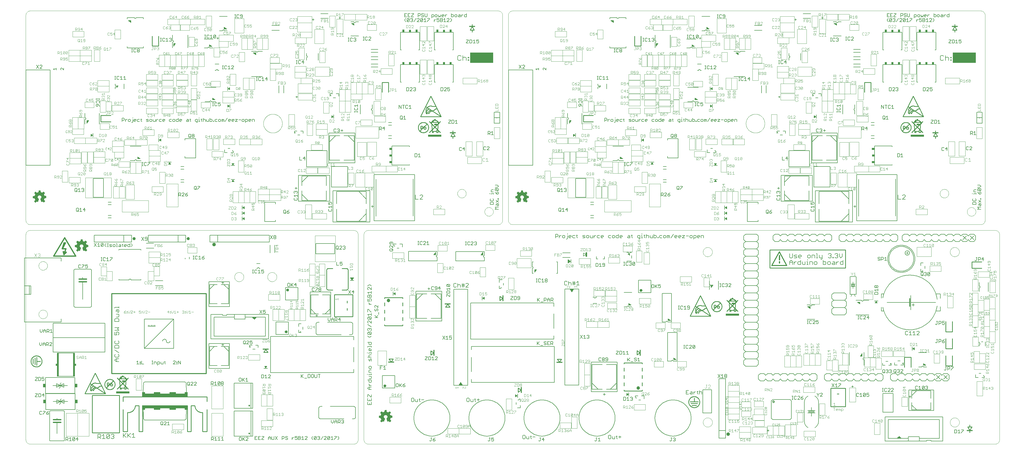
<source format=gto>
G75*
G70*
%OFA0B0*%
%FSLAX24Y24*%
%IPPOS*%
%LPD*%
%AMOC8*
5,1,8,0,0,1.08239X$1,22.5*
%
%ADD10C,0.0039*%
%ADD11R,0.0149X0.0001*%
%ADD12R,0.0004X0.0001*%
%ADD13R,0.0010X0.0001*%
%ADD14R,0.0017X0.0001*%
%ADD15R,0.0023X0.0001*%
%ADD16R,0.0029X0.0001*%
%ADD17R,0.0034X0.0001*%
%ADD18R,0.0040X0.0001*%
%ADD19R,0.0043X0.0002*%
%ADD20R,0.0047X0.0001*%
%ADD21R,0.0050X0.0001*%
%ADD22R,0.0054X0.0001*%
%ADD23R,0.0059X0.0001*%
%ADD24R,0.0064X0.0001*%
%ADD25R,0.0015X0.0001*%
%ADD26R,0.0067X0.0001*%
%ADD27R,0.0020X0.0001*%
%ADD28R,0.0070X0.0001*%
%ADD29R,0.0024X0.0001*%
%ADD30R,0.0074X0.0001*%
%ADD31R,0.0027X0.0001*%
%ADD32R,0.0076X0.0001*%
%ADD33R,0.0030X0.0001*%
%ADD34R,0.0081X0.0002*%
%ADD35R,0.0036X0.0002*%
%ADD36R,0.0086X0.0001*%
%ADD37R,0.0044X0.0001*%
%ADD38R,0.0091X0.0001*%
%ADD39R,0.0046X0.0001*%
%ADD40R,0.0094X0.0001*%
%ADD41R,0.0096X0.0001*%
%ADD42R,0.0053X0.0001*%
%ADD43R,0.0099X0.0001*%
%ADD44R,0.0056X0.0001*%
%ADD45R,0.0104X0.0001*%
%ADD46R,0.0060X0.0001*%
%ADD47R,0.0108X0.0001*%
%ADD48R,0.0112X0.0001*%
%ADD49R,0.0117X0.0001*%
%ADD50R,0.0072X0.0001*%
%ADD51R,0.0120X0.0002*%
%ADD52R,0.0075X0.0002*%
%ADD53R,0.0123X0.0001*%
%ADD54R,0.0078X0.0001*%
%ADD55R,0.0126X0.0001*%
%ADD56R,0.0081X0.0001*%
%ADD57R,0.0131X0.0001*%
%ADD58R,0.0136X0.0001*%
%ADD59R,0.0090X0.0001*%
%ADD60R,0.0139X0.0001*%
%ADD61R,0.0144X0.0001*%
%ADD62R,0.0147X0.0001*%
%ADD63R,0.0101X0.0001*%
%ADD64R,0.0150X0.0001*%
%ADD65R,0.0102X0.0001*%
%ADD66R,0.0153X0.0001*%
%ADD67R,0.0106X0.0001*%
%ADD68R,0.0158X0.0002*%
%ADD69R,0.0109X0.0002*%
%ADD70R,0.0164X0.0001*%
%ADD71R,0.0115X0.0001*%
%ADD72R,0.0168X0.0001*%
%ADD73R,0.0120X0.0001*%
%ADD74R,0.0171X0.0001*%
%ADD75R,0.0123X0.0001*%
%ADD76R,0.0172X0.0001*%
%ADD77R,0.0125X0.0001*%
%ADD78R,0.0175X0.0001*%
%ADD79R,0.0128X0.0001*%
%ADD80R,0.0180X0.0001*%
%ADD81R,0.0132X0.0001*%
%ADD82R,0.0186X0.0001*%
%ADD83R,0.0191X0.0001*%
%ADD84R,0.0141X0.0001*%
%ADD85R,0.0194X0.0001*%
%ADD86R,0.0145X0.0001*%
%ADD87R,0.0196X0.0002*%
%ADD88R,0.0149X0.0002*%
%ADD89R,0.0199X0.0001*%
%ADD90R,0.0151X0.0001*%
%ADD91R,0.0204X0.0001*%
%ADD92R,0.0153X0.0001*%
%ADD93R,0.0207X0.0001*%
%ADD94R,0.0158X0.0001*%
%ADD95R,0.0211X0.0001*%
%ADD96R,0.0162X0.0001*%
%ADD97R,0.0216X0.0001*%
%ADD98R,0.0166X0.0001*%
%ADD99R,0.0219X0.0001*%
%ADD100R,0.0007X0.0001*%
%ADD101R,0.0169X0.0001*%
%ADD102R,0.0222X0.0001*%
%ADD103R,0.0011X0.0001*%
%ADD104R,0.0224X0.0001*%
%ADD105R,0.0014X0.0001*%
%ADD106R,0.0176X0.0001*%
%ADD107R,0.0228X0.0001*%
%ADD108R,0.0018X0.0001*%
%ADD109R,0.0179X0.0001*%
%ADD110R,0.0234X0.0002*%
%ADD111R,0.0024X0.0002*%
%ADD112R,0.0183X0.0002*%
%ADD113R,0.0239X0.0001*%
%ADD114R,0.0189X0.0001*%
%ADD115R,0.0241X0.0001*%
%ADD116R,0.0033X0.0001*%
%ADD117R,0.0012X0.0001*%
%ADD118R,0.0192X0.0001*%
%ADD119R,0.0243X0.0001*%
%ADD120R,0.0038X0.0001*%
%ADD121R,0.0246X0.0001*%
%ADD122R,0.0041X0.0001*%
%ADD123R,0.0019X0.0001*%
%ADD124R,0.0196X0.0001*%
%ADD125R,0.0250X0.0001*%
%ADD126R,0.0021X0.0001*%
%ADD127R,0.0201X0.0001*%
%ADD128R,0.0254X0.0001*%
%ADD129R,0.0048X0.0001*%
%ADD130R,0.0258X0.0001*%
%ADD131R,0.0054X0.0001*%
%ADD132R,0.0209X0.0001*%
%ADD133R,0.0263X0.0001*%
%ADD134R,0.0213X0.0001*%
%ADD135R,0.0267X0.0001*%
%ADD136R,0.0063X0.0001*%
%ADD137R,0.0270X0.0002*%
%ADD138R,0.0066X0.0002*%
%ADD139R,0.0045X0.0002*%
%ADD140R,0.0219X0.0002*%
%ADD141R,0.0271X0.0001*%
%ADD142R,0.0220X0.0001*%
%ADD143R,0.0274X0.0001*%
%ADD144R,0.0051X0.0001*%
%ADD145R,0.0223X0.0001*%
%ADD146R,0.0278X0.0001*%
%ADD147R,0.0282X0.0001*%
%ADD148R,0.0231X0.0001*%
%ADD149R,0.0288X0.0001*%
%ADD150R,0.0085X0.0001*%
%ADD151R,0.0236X0.0001*%
%ADD152R,0.0289X0.0001*%
%ADD153R,0.0087X0.0001*%
%ADD154R,0.0066X0.0001*%
%ADD155R,0.0292X0.0001*%
%ADD156R,0.0069X0.0001*%
%ADD157R,0.0297X0.0001*%
%ADD158R,0.0300X0.0001*%
%ADD159R,0.0075X0.0001*%
%ADD160R,0.0305X0.0002*%
%ADD161R,0.0101X0.0002*%
%ADD162R,0.0078X0.0002*%
%ADD163R,0.0251X0.0002*%
%ADD164R,0.0309X0.0001*%
%ADD165R,0.0105X0.0001*%
%ADD166R,0.0083X0.0001*%
%ADD167R,0.0255X0.0001*%
%ADD168R,0.0314X0.0001*%
%ADD169R,0.0110X0.0001*%
%ADD170R,0.0087X0.0001*%
%ADD171R,0.0316X0.0001*%
%ADD172R,0.0113X0.0001*%
%ADD173R,0.0262X0.0001*%
%ADD174R,0.0319X0.0001*%
%ADD175R,0.0114X0.0001*%
%ADD176R,0.0093X0.0001*%
%ADD177R,0.0266X0.0001*%
%ADD178R,0.0321X0.0001*%
%ADD179R,0.0096X0.0001*%
%ADD180R,0.0324X0.0001*%
%ADD181R,0.0270X0.0001*%
%ADD182R,0.0329X0.0001*%
%ADD183R,0.0124X0.0001*%
%ADD184R,0.0275X0.0001*%
%ADD185R,0.0333X0.0001*%
%ADD186R,0.0279X0.0001*%
%ADD187R,0.0336X0.0001*%
%ADD188R,0.0111X0.0001*%
%ADD189R,0.0284X0.0001*%
%ADD190R,0.0339X0.0002*%
%ADD191R,0.0134X0.0002*%
%ADD192R,0.0114X0.0002*%
%ADD193R,0.0286X0.0002*%
%ADD194R,0.0342X0.0001*%
%ADD195R,0.0116X0.0001*%
%ADD196R,0.0491X0.0001*%
%ADD197R,0.0492X0.0001*%
%ADD198R,0.0294X0.0001*%
%ADD199R,0.0495X0.0001*%
%ADD200R,0.0299X0.0001*%
%ADD201R,0.0496X0.0001*%
%ADD202R,0.0127X0.0001*%
%ADD203R,0.0301X0.0001*%
%ADD204R,0.0498X0.0001*%
%ADD205R,0.0304X0.0001*%
%ADD206R,0.0501X0.0001*%
%ADD207R,0.0134X0.0001*%
%ADD208R,0.0308X0.0001*%
%ADD209R,0.0135X0.0001*%
%ADD210R,0.0311X0.0001*%
%ADD211R,0.0504X0.0001*%
%ADD212R,0.0138X0.0001*%
%ADD213R,0.0504X0.0002*%
%ADD214R,0.0141X0.0002*%
%ADD215R,0.0318X0.0002*%
%ADD216R,0.0507X0.0001*%
%ADD217R,0.0323X0.0001*%
%ADD218R,0.0326X0.0001*%
%ADD219R,0.0508X0.0001*%
%ADD220R,0.0152X0.0001*%
%ADD221R,0.0330X0.0001*%
%ADD222R,0.0510X0.0001*%
%ADD223R,0.0494X0.0001*%
%ADD224R,0.0512X0.0001*%
%ADD225R,0.0500X0.0001*%
%ADD226R,0.0513X0.0001*%
%ADD227R,0.0501X0.0001*%
%ADD228R,0.0513X0.0002*%
%ADD229R,0.0501X0.0002*%
%ADD230R,0.0503X0.0001*%
%ADD231R,0.0504X0.0001*%
%ADD232R,0.0506X0.0001*%
%ADD233R,0.0513X0.0001*%
%ADD234R,0.0509X0.0001*%
%ADD235R,0.0511X0.0001*%
%ADD236R,0.0514X0.0001*%
%ADD237R,0.0516X0.0001*%
%ADD238R,0.0513X0.0002*%
%ADD239R,0.0519X0.0002*%
%ADD240R,0.0519X0.0001*%
%ADD241R,0.0520X0.0001*%
%ADD242R,0.0522X0.0001*%
%ADD243R,0.0507X0.0001*%
%ADD244R,0.0509X0.0002*%
%ADD245R,0.0520X0.0002*%
%ADD246R,0.0522X0.0001*%
%ADD247R,0.0505X0.0001*%
%ADD248R,0.0502X0.0001*%
%ADD249R,0.0521X0.0001*%
%ADD250R,0.0503X0.0002*%
%ADD251R,0.0519X0.0002*%
%ADD252R,0.0519X0.0001*%
%ADD253R,0.0499X0.0001*%
%ADD254R,0.0517X0.0001*%
%ADD255R,0.0495X0.0002*%
%ADD256R,0.0514X0.0002*%
%ADD257R,0.0515X0.0001*%
%ADD258R,0.0492X0.0001*%
%ADD259R,0.0490X0.0001*%
%ADD260R,0.0490X0.0002*%
%ADD261R,0.0511X0.0002*%
%ADD262R,0.0489X0.0001*%
%ADD263R,0.0489X0.0001*%
%ADD264R,0.0488X0.0001*%
%ADD265R,0.0485X0.0001*%
%ADD266R,0.0483X0.0001*%
%ADD267R,0.0483X0.0002*%
%ADD268R,0.0507X0.0002*%
%ADD269R,0.0483X0.0001*%
%ADD270R,0.0481X0.0001*%
%ADD271R,0.0480X0.0001*%
%ADD272R,0.0480X0.0002*%
%ADD273R,0.0501X0.0002*%
%ADD274R,0.0479X0.0001*%
%ADD275R,0.0477X0.0001*%
%ADD276R,0.0477X0.0001*%
%ADD277R,0.0475X0.0001*%
%ADD278R,0.0474X0.0001*%
%ADD279R,0.0472X0.0001*%
%ADD280R,0.0472X0.0002*%
%ADD281R,0.0498X0.0002*%
%ADD282R,0.0471X0.0001*%
%ADD283R,0.0473X0.0001*%
%ADD284R,0.0471X0.0001*%
%ADD285R,0.0470X0.0001*%
%ADD286R,0.0468X0.0001*%
%ADD287R,0.0469X0.0001*%
%ADD288R,0.0468X0.0002*%
%ADD289R,0.0491X0.0002*%
%ADD290R,0.0466X0.0001*%
%ADD291R,0.0465X0.0001*%
%ADD292R,0.0464X0.0001*%
%ADD293R,0.0462X0.0001*%
%ADD294R,0.0462X0.0002*%
%ADD295R,0.0489X0.0002*%
%ADD296R,0.0461X0.0001*%
%ADD297R,0.0460X0.0001*%
%ADD298R,0.0459X0.0001*%
%ADD299R,0.0484X0.0001*%
%ADD300R,0.0457X0.0001*%
%ADD301R,0.0459X0.0001*%
%ADD302R,0.0458X0.0002*%
%ADD303R,0.0484X0.0002*%
%ADD304R,0.0456X0.0001*%
%ADD305R,0.0455X0.0001*%
%ADD306R,0.0453X0.0001*%
%ADD307R,0.0451X0.0001*%
%ADD308R,0.0453X0.0001*%
%ADD309R,0.0450X0.0001*%
%ADD310R,0.0451X0.0002*%
%ADD311R,0.0478X0.0001*%
%ADD312R,0.0449X0.0001*%
%ADD313R,0.0476X0.0001*%
%ADD314R,0.0447X0.0001*%
%ADD315R,0.0474X0.0001*%
%ADD316R,0.0449X0.0002*%
%ADD317R,0.0476X0.0002*%
%ADD318R,0.0454X0.0001*%
%ADD319R,0.0469X0.0002*%
%ADD320R,0.0468X0.0001*%
%ADD321R,0.0467X0.0001*%
%ADD322R,0.0473X0.0002*%
%ADD323R,0.0468X0.0002*%
%ADD324R,0.0486X0.0002*%
%ADD325R,0.0474X0.0002*%
%ADD326R,0.0487X0.0001*%
%ADD327R,0.0497X0.0001*%
%ADD328R,0.0486X0.0001*%
%ADD329R,0.0500X0.0002*%
%ADD330R,0.0487X0.0002*%
%ADD331R,0.0498X0.0001*%
%ADD332R,0.0524X0.0002*%
%ADD333R,0.0524X0.0001*%
%ADD334R,0.0525X0.0001*%
%ADD335R,0.0528X0.0001*%
%ADD336R,0.0529X0.0001*%
%ADD337R,0.0533X0.0001*%
%ADD338R,0.0534X0.0001*%
%ADD339R,0.0523X0.0001*%
%ADD340R,0.0536X0.0001*%
%ADD341R,0.0537X0.0002*%
%ADD342R,0.0527X0.0002*%
%ADD343R,0.0537X0.0001*%
%ADD344R,0.0528X0.0001*%
%ADD345R,0.0539X0.0001*%
%ADD346R,0.0530X0.0001*%
%ADD347R,0.0540X0.0001*%
%ADD348R,0.0541X0.0001*%
%ADD349R,0.0531X0.0001*%
%ADD350R,0.0543X0.0001*%
%ADD351R,0.0544X0.0001*%
%ADD352R,0.0546X0.0002*%
%ADD353R,0.0536X0.0002*%
%ADD354R,0.0547X0.0001*%
%ADD355R,0.0551X0.0001*%
%ADD356R,0.0552X0.0001*%
%ADD357R,0.0554X0.0001*%
%ADD358R,0.0555X0.0001*%
%ADD359R,0.0555X0.0002*%
%ADD360R,0.0547X0.0002*%
%ADD361R,0.0549X0.0001*%
%ADD362R,0.0548X0.0001*%
%ADD363R,0.0538X0.0001*%
%ADD364R,0.0537X0.0001*%
%ADD365R,0.0533X0.0002*%
%ADD366R,0.0531X0.0001*%
%ADD367R,0.0526X0.0001*%
%ADD368R,0.0518X0.0001*%
%ADD369R,0.0498X0.0002*%
%ADD370R,0.0496X0.0002*%
%ADD371R,0.0486X0.0001*%
%ADD372R,0.0485X0.0002*%
%ADD373R,0.0482X0.0001*%
%ADD374R,0.0477X0.0002*%
%ADD375R,0.0530X0.0002*%
%ADD376R,0.0464X0.0002*%
%ADD377R,0.0561X0.0001*%
%ADD378R,0.0570X0.0001*%
%ADD379R,0.0576X0.0001*%
%ADD380R,0.0581X0.0001*%
%ADD381R,0.0585X0.0001*%
%ADD382R,0.0589X0.0001*%
%ADD383R,0.0600X0.0002*%
%ADD384R,0.0614X0.0001*%
%ADD385R,0.0623X0.0001*%
%ADD386R,0.0630X0.0001*%
%ADD387R,0.0633X0.0001*%
%ADD388R,0.0638X0.0001*%
%ADD389R,0.0645X0.0001*%
%ADD390R,0.0657X0.0001*%
%ADD391R,0.0556X0.0001*%
%ADD392R,0.0669X0.0001*%
%ADD393R,0.0674X0.0001*%
%ADD394R,0.0579X0.0001*%
%ADD395R,0.0676X0.0002*%
%ADD396R,0.0585X0.0002*%
%ADD397R,0.0678X0.0001*%
%ADD398R,0.0590X0.0001*%
%ADD399R,0.0679X0.0001*%
%ADD400R,0.0596X0.0001*%
%ADD401R,0.0681X0.0001*%
%ADD402R,0.0606X0.0001*%
%ADD403R,0.0620X0.0001*%
%ADD404R,0.0682X0.0001*%
%ADD405R,0.0633X0.0001*%
%ADD406R,0.0684X0.0001*%
%ADD407R,0.0639X0.0001*%
%ADD408R,0.0649X0.0001*%
%ADD409R,0.0684X0.0001*%
%ADD410R,0.0655X0.0001*%
%ADD411R,0.0683X0.0002*%
%ADD412R,0.0664X0.0002*%
%ADD413R,0.0683X0.0001*%
%ADD414R,0.0670X0.0001*%
%ADD415R,0.0671X0.0001*%
%ADD416R,0.0681X0.0001*%
%ADD417R,0.0672X0.0001*%
%ADD418R,0.0680X0.0001*%
%ADD419R,0.0675X0.0001*%
%ADD420R,0.0676X0.0001*%
%ADD421R,0.0680X0.0002*%
%ADD422R,0.0678X0.0002*%
%ADD423R,0.0678X0.0001*%
%ADD424R,0.0675X0.0002*%
%ADD425R,0.0672X0.0002*%
%ADD426R,0.0672X0.0001*%
%ADD427R,0.0671X0.0002*%
%ADD428R,0.0670X0.0002*%
%ADD429R,0.0669X0.0001*%
%ADD430R,0.0667X0.0001*%
%ADD431R,0.0669X0.0002*%
%ADD432R,0.0667X0.0002*%
%ADD433R,0.0668X0.0001*%
%ADD434R,0.0666X0.0001*%
%ADD435R,0.0668X0.0002*%
%ADD436R,0.0666X0.0002*%
%ADD437R,0.0666X0.0001*%
%ADD438R,0.0664X0.0001*%
%ADD439R,0.0663X0.0001*%
%ADD440R,0.0666X0.0002*%
%ADD441R,0.0663X0.0002*%
%ADD442R,0.0665X0.0001*%
%ADD443R,0.0674X0.0002*%
%ADD444R,0.0677X0.0001*%
%ADD445R,0.0678X0.0002*%
%ADD446R,0.0682X0.0002*%
%ADD447R,0.0686X0.0001*%
%ADD448R,0.0686X0.0002*%
%ADD449R,0.0687X0.0001*%
%ADD450R,0.0689X0.0001*%
%ADD451R,0.0653X0.0001*%
%ADD452R,0.0641X0.0001*%
%ADD453R,0.0626X0.0001*%
%ADD454R,0.0616X0.0001*%
%ADD455R,0.0687X0.0001*%
%ADD456R,0.0612X0.0001*%
%ADD457R,0.0688X0.0001*%
%ADD458R,0.0606X0.0001*%
%ADD459R,0.0601X0.0001*%
%ADD460R,0.0591X0.0002*%
%ADD461R,0.0567X0.0001*%
%ADD462R,0.0560X0.0001*%
%ADD463R,0.0659X0.0001*%
%ADD464R,0.0516X0.0001*%
%ADD465R,0.0639X0.0001*%
%ADD466R,0.0502X0.0002*%
%ADD467R,0.0633X0.0002*%
%ADD468R,0.0608X0.0001*%
%ADD469R,0.0582X0.0001*%
%ADD470R,0.0577X0.0001*%
%ADD471R,0.0569X0.0002*%
%ADD472R,0.0546X0.0001*%
%ADD473R,0.0486X0.0002*%
%ADD474R,0.0493X0.0001*%
%ADD475R,0.0516X0.0002*%
%ADD476R,0.0532X0.0001*%
%ADD477R,0.0534X0.0002*%
%ADD478R,0.0535X0.0002*%
%ADD479R,0.0543X0.0001*%
%ADD480R,0.0553X0.0001*%
%ADD481R,0.0559X0.0001*%
%ADD482R,0.0564X0.0001*%
%ADD483R,0.0564X0.0001*%
%ADD484R,0.0567X0.0001*%
%ADD485R,0.0569X0.0001*%
%ADD486R,0.0570X0.0002*%
%ADD487R,0.0571X0.0002*%
%ADD488R,0.0571X0.0001*%
%ADD489R,0.0573X0.0001*%
%ADD490R,0.0574X0.0001*%
%ADD491R,0.0576X0.0001*%
%ADD492R,0.0600X0.0001*%
%ADD493R,0.0611X0.0001*%
%ADD494R,0.0618X0.0001*%
%ADD495R,0.0621X0.0001*%
%ADD496R,0.1269X0.0001*%
%ADD497R,0.1267X0.0001*%
%ADD498R,0.1266X0.0001*%
%ADD499R,0.1266X0.0002*%
%ADD500R,0.1264X0.0001*%
%ADD501R,0.1261X0.0001*%
%ADD502R,0.1260X0.0001*%
%ADD503R,0.1259X0.0001*%
%ADD504R,0.1256X0.0001*%
%ADD505R,0.1254X0.0001*%
%ADD506R,0.1253X0.0001*%
%ADD507R,0.1251X0.0001*%
%ADD508R,0.1251X0.0002*%
%ADD509R,0.1248X0.0001*%
%ADD510R,0.1245X0.0001*%
%ADD511R,0.1244X0.0001*%
%ADD512R,0.1242X0.0001*%
%ADD513R,0.1239X0.0001*%
%ADD514R,0.1237X0.0001*%
%ADD515R,0.1236X0.0002*%
%ADD516R,0.1233X0.0001*%
%ADD517R,0.1230X0.0001*%
%ADD518R,0.1229X0.0001*%
%ADD519R,0.1227X0.0001*%
%ADD520R,0.1226X0.0001*%
%ADD521R,0.1224X0.0001*%
%ADD522R,0.1223X0.0002*%
%ADD523R,0.1219X0.0001*%
%ADD524R,0.1216X0.0001*%
%ADD525R,0.1215X0.0001*%
%ADD526R,0.1214X0.0001*%
%ADD527R,0.1212X0.0001*%
%ADD528R,0.1209X0.0001*%
%ADD529R,0.1207X0.0002*%
%ADD530R,0.1206X0.0001*%
%ADD531R,0.1204X0.0001*%
%ADD532R,0.1201X0.0001*%
%ADD533R,0.1200X0.0001*%
%ADD534R,0.1199X0.0001*%
%ADD535R,0.1196X0.0001*%
%ADD536R,0.1194X0.0001*%
%ADD537R,0.1193X0.0001*%
%ADD538R,0.1191X0.0001*%
%ADD539R,0.1191X0.0002*%
%ADD540R,0.1188X0.0001*%
%ADD541R,0.1185X0.0001*%
%ADD542R,0.1184X0.0001*%
%ADD543R,0.1181X0.0001*%
%ADD544R,0.1177X0.0001*%
%ADD545R,0.1176X0.0001*%
%ADD546R,0.1174X0.0001*%
%ADD547R,0.1173X0.0001*%
%ADD548R,0.1170X0.0002*%
%ADD549R,0.1170X0.0001*%
%ADD550R,0.1169X0.0001*%
%ADD551R,0.1166X0.0001*%
%ADD552R,0.1164X0.0001*%
%ADD553R,0.1163X0.0001*%
%ADD554R,0.1163X0.0002*%
%ADD555R,0.1167X0.0001*%
%ADD556R,0.1171X0.0001*%
%ADD557R,0.1179X0.0001*%
%ADD558R,0.1182X0.0001*%
%ADD559R,0.1182X0.0002*%
%ADD560R,0.1188X0.0001*%
%ADD561R,0.1190X0.0001*%
%ADD562R,0.1197X0.0001*%
%ADD563R,0.1204X0.0002*%
%ADD564R,0.1207X0.0001*%
%ADD565R,0.1210X0.0001*%
%ADD566R,0.1213X0.0001*%
%ADD567R,0.1217X0.0001*%
%ADD568R,0.1218X0.0001*%
%ADD569R,0.1220X0.0001*%
%ADD570R,0.1221X0.0001*%
%ADD571R,0.1223X0.0001*%
%ADD572R,0.1226X0.0002*%
%ADD573R,0.1236X0.0001*%
%ADD574R,0.1239X0.0001*%
%ADD575R,0.1240X0.0001*%
%ADD576R,0.1243X0.0001*%
%ADD577R,0.1248X0.0002*%
%ADD578R,0.1248X0.0001*%
%ADD579R,0.1251X0.0001*%
%ADD580R,0.1257X0.0001*%
%ADD581R,0.1263X0.0001*%
%ADD582R,0.1267X0.0002*%
%ADD583R,0.1270X0.0001*%
%ADD584R,0.1274X0.0001*%
%ADD585R,0.1275X0.0001*%
%ADD586R,0.1278X0.0001*%
%ADD587R,0.1280X0.0001*%
%ADD588R,0.1281X0.0001*%
%ADD589R,0.1284X0.0001*%
%ADD590R,0.1286X0.0001*%
%ADD591R,0.1289X0.0001*%
%ADD592R,0.1290X0.0002*%
%ADD593R,0.1291X0.0001*%
%ADD594R,0.1294X0.0001*%
%ADD595R,0.1296X0.0001*%
%ADD596R,0.1299X0.0001*%
%ADD597R,0.1300X0.0001*%
%ADD598R,0.1302X0.0001*%
%ADD599R,0.1304X0.0001*%
%ADD600R,0.1306X0.0001*%
%ADD601R,0.1308X0.0001*%
%ADD602R,0.1311X0.0002*%
%ADD603R,0.1313X0.0001*%
%ADD604R,0.1316X0.0001*%
%ADD605R,0.1317X0.0001*%
%ADD606R,0.1320X0.0001*%
%ADD607R,0.1323X0.0001*%
%ADD608R,0.1326X0.0001*%
%ADD609R,0.1329X0.0001*%
%ADD610R,0.1332X0.0002*%
%ADD611R,0.1335X0.0001*%
%ADD612R,0.1336X0.0001*%
%ADD613R,0.1340X0.0001*%
%ADD614R,0.1343X0.0001*%
%ADD615R,0.1346X0.0001*%
%ADD616R,0.1347X0.0001*%
%ADD617R,0.1350X0.0001*%
%ADD618R,0.1353X0.0002*%
%ADD619R,0.1356X0.0001*%
%ADD620R,0.1357X0.0001*%
%ADD621R,0.1360X0.0001*%
%ADD622R,0.1364X0.0001*%
%ADD623R,0.1365X0.0001*%
%ADD624R,0.1368X0.0001*%
%ADD625R,0.1369X0.0001*%
%ADD626R,0.1373X0.0001*%
%ADD627R,0.1374X0.0002*%
%ADD628R,0.1377X0.0001*%
%ADD629R,0.1379X0.0001*%
%ADD630R,0.1380X0.0001*%
%ADD631R,0.1383X0.0001*%
%ADD632R,0.1386X0.0001*%
%ADD633R,0.1387X0.0001*%
%ADD634R,0.1391X0.0001*%
%ADD635R,0.1394X0.0001*%
%ADD636R,0.1395X0.0002*%
%ADD637R,0.1398X0.0001*%
%ADD638R,0.1401X0.0001*%
%ADD639R,0.1403X0.0001*%
%ADD640R,0.1406X0.0001*%
%ADD641R,0.1407X0.0001*%
%ADD642R,0.1409X0.0001*%
%ADD643R,0.1411X0.0001*%
%ADD644R,0.1414X0.0001*%
%ADD645R,0.1416X0.0002*%
%ADD646R,0.1419X0.0001*%
%ADD647R,0.1421X0.0001*%
%ADD648R,0.1422X0.0001*%
%ADD649R,0.1424X0.0001*%
%ADD650R,0.1426X0.0001*%
%ADD651R,0.1428X0.0001*%
%ADD652R,0.1429X0.0002*%
%ADD653R,0.1429X0.0001*%
%ADD654R,0.1425X0.0001*%
%ADD655R,0.1421X0.0002*%
%ADD656R,0.1418X0.0001*%
%ADD657R,0.1416X0.0001*%
%ADD658R,0.1413X0.0001*%
%ADD659R,0.1410X0.0001*%
%ADD660R,0.1404X0.0001*%
%ADD661R,0.1401X0.0001*%
%ADD662R,0.0346X0.0001*%
%ADD663R,0.1044X0.0001*%
%ADD664R,0.0342X0.0002*%
%ADD665R,0.1040X0.0002*%
%ADD666R,0.0337X0.0001*%
%ADD667R,0.1034X0.0001*%
%ADD668R,0.0357X0.0001*%
%ADD669R,0.0660X0.0001*%
%ADD670R,0.0353X0.0001*%
%ADD671R,0.0327X0.0001*%
%ADD672R,0.0349X0.0001*%
%ADD673R,0.0321X0.0001*%
%ADD674R,0.0648X0.0001*%
%ADD675R,0.0344X0.0001*%
%ADD676R,0.0317X0.0001*%
%ADD677R,0.0339X0.0001*%
%ADD678R,0.0312X0.0001*%
%ADD679R,0.0631X0.0001*%
%ADD680R,0.0334X0.0001*%
%ADD681R,0.0309X0.0001*%
%ADD682R,0.0307X0.0002*%
%ADD683R,0.0623X0.0002*%
%ADD684R,0.0327X0.0002*%
%ADD685R,0.0618X0.0001*%
%ADD686R,0.0297X0.0001*%
%ADD687R,0.0607X0.0001*%
%ADD688R,0.0320X0.0001*%
%ADD689R,0.0293X0.0001*%
%ADD690R,0.0599X0.0001*%
%ADD691R,0.0313X0.0001*%
%ADD692R,0.0285X0.0001*%
%ADD693R,0.0584X0.0001*%
%ADD694R,0.0303X0.0001*%
%ADD695R,0.0281X0.0001*%
%ADD696R,0.0273X0.0002*%
%ADD697R,0.0563X0.0002*%
%ADD698R,0.0293X0.0002*%
%ADD699R,0.0264X0.0001*%
%ADD700R,0.0259X0.0001*%
%ADD701R,0.0256X0.0001*%
%ADD702R,0.0276X0.0001*%
%ADD703R,0.0252X0.0001*%
%ADD704R,0.0273X0.0001*%
%ADD705R,0.0248X0.0001*%
%ADD706R,0.0269X0.0001*%
%ADD707R,0.0245X0.0001*%
%ADD708R,0.0240X0.0001*%
%ADD709R,0.0237X0.0002*%
%ADD710R,0.0256X0.0002*%
%ADD711R,0.0234X0.0001*%
%ADD712R,0.0232X0.0001*%
%ADD713R,0.0251X0.0001*%
%ADD714R,0.0228X0.0001*%
%ADD715R,0.0246X0.0001*%
%ADD716R,0.0456X0.0001*%
%ADD717R,0.0219X0.0001*%
%ADD718R,0.0444X0.0001*%
%ADD719R,0.0237X0.0001*%
%ADD720R,0.0214X0.0001*%
%ADD721R,0.0436X0.0001*%
%ADD722R,0.0432X0.0001*%
%ADD723R,0.0231X0.0001*%
%ADD724R,0.0210X0.0001*%
%ADD725R,0.0426X0.0001*%
%ADD726R,0.0420X0.0001*%
%ADD727R,0.0226X0.0001*%
%ADD728R,0.0204X0.0002*%
%ADD729R,0.0409X0.0002*%
%ADD730R,0.0222X0.0002*%
%ADD731R,0.0391X0.0001*%
%ADD732R,0.0217X0.0001*%
%ADD733R,0.0376X0.0001*%
%ADD734R,0.0368X0.0001*%
%ADD735R,0.0189X0.0001*%
%ADD736R,0.0361X0.0001*%
%ADD737R,0.0206X0.0001*%
%ADD738R,0.0186X0.0001*%
%ADD739R,0.0356X0.0001*%
%ADD740R,0.0181X0.0001*%
%ADD741R,0.0345X0.0001*%
%ADD742R,0.0173X0.0001*%
%ADD743R,0.0331X0.0001*%
%ADD744R,0.0190X0.0001*%
%ADD745R,0.0168X0.0001*%
%ADD746R,0.0165X0.0002*%
%ADD747R,0.0162X0.0001*%
%ADD748R,0.0159X0.0001*%
%ADD749R,0.0177X0.0001*%
%ADD750R,0.0156X0.0001*%
%ADD751R,0.0324X0.0001*%
%ADD752R,0.0174X0.0001*%
%ADD753R,0.0167X0.0001*%
%ADD754R,0.0146X0.0001*%
%ADD755R,0.0163X0.0001*%
%ADD756R,0.0141X0.0001*%
%ADD757R,0.0140X0.0001*%
%ADD758R,0.0137X0.0001*%
%ADD759R,0.0133X0.0001*%
%ADD760R,0.0129X0.0002*%
%ADD761R,0.0321X0.0002*%
%ADD762R,0.0146X0.0002*%
%ADD763R,0.0119X0.0001*%
%ADD764R,0.0129X0.0001*%
%ADD765R,0.0111X0.0001*%
%ADD766R,0.0126X0.0001*%
%ADD767R,0.0318X0.0001*%
%ADD768R,0.0097X0.0001*%
%ADD769R,0.0315X0.0001*%
%ADD770R,0.0089X0.0002*%
%ADD771R,0.0315X0.0002*%
%ADD772R,0.0105X0.0002*%
%ADD773R,0.0079X0.0001*%
%ADD774R,0.0089X0.0001*%
%ADD775R,0.0069X0.0001*%
%ADD776R,0.0084X0.0001*%
%ADD777R,0.0057X0.0001*%
%ADD778R,0.0052X0.0002*%
%ADD779R,0.0311X0.0002*%
%ADD780R,0.0066X0.0002*%
%ADD781R,0.0061X0.0001*%
%ADD782R,0.0042X0.0001*%
%ADD783R,0.0055X0.0001*%
%ADD784R,0.0039X0.0001*%
%ADD785R,0.0052X0.0001*%
%ADD786R,0.0036X0.0001*%
%ADD787R,0.0049X0.0001*%
%ADD788R,0.0307X0.0001*%
%ADD789R,0.0045X0.0001*%
%ADD790R,0.0022X0.0001*%
%ADD791R,0.0035X0.0001*%
%ADD792R,0.0025X0.0002*%
%ADD793R,0.0306X0.0001*%
%ADD794R,0.0018X0.0001*%
%ADD795R,0.0008X0.0001*%
%ADD796R,0.0300X0.0002*%
%ADD797R,0.0296X0.0001*%
%ADD798R,0.0294X0.0002*%
%ADD799R,0.0294X0.0001*%
%ADD800R,0.0291X0.0001*%
%ADD801R,0.0291X0.0002*%
%ADD802R,0.0286X0.0001*%
%ADD803R,0.0281X0.0002*%
%ADD804R,0.0277X0.0001*%
%ADD805R,0.0276X0.0001*%
%ADD806R,0.0266X0.0002*%
%ADD807R,0.0264X0.0001*%
%ADD808R,0.0261X0.0001*%
%ADD809R,0.0259X0.0002*%
%ADD810R,0.0254X0.0002*%
%ADD811R,0.0248X0.0002*%
%ADD812R,0.0218X0.0002*%
%ADD813R,0.0157X0.0001*%
%ADD814C,0.0050*%
%ADD815C,0.0080*%
%ADD816R,0.3150X0.1425*%
%ADD817C,0.0100*%
%ADD818C,0.0160*%
%ADD819C,0.0060*%
%ADD820C,0.0040*%
%ADD821C,0.0070*%
%ADD822C,0.0150*%
%ADD823C,0.0120*%
%ADD824C,0.0030*%
%ADD825R,0.0079X0.0551*%
%ADD826C,0.0020*%
%ADD827C,0.0000*%
%ADD828R,0.0551X0.0079*%
%ADD829R,0.0327X0.0299*%
%ADD830R,0.0358X0.0299*%
%ADD831R,0.0299X0.0327*%
%ADD832R,0.0299X0.0358*%
%ADD833R,0.1800X0.0300*%
%ADD834R,0.0827X0.0118*%
%ADD835R,0.0350X0.0500*%
%ADD836R,0.6200X0.0400*%
%ADD837R,0.0400X0.0200*%
%ADD838R,0.0850X0.0200*%
%ADD839C,0.0217*%
%ADD840R,0.0197X0.3150*%
%ADD841R,0.0225X0.0300*%
%ADD842C,0.0200*%
%ADD843C,0.0472*%
%ADD844R,0.0118X0.1181*%
%ADD845R,0.0240X0.0620*%
%ADD846R,0.0118X0.0827*%
%ADD847R,0.0079X0.0079*%
D10*
X004103Y003078D02*
X048197Y003078D01*
X048243Y003080D01*
X048289Y003085D01*
X048335Y003094D01*
X048380Y003107D01*
X048423Y003123D01*
X048465Y003142D01*
X048506Y003165D01*
X048544Y003191D01*
X048581Y003220D01*
X048615Y003251D01*
X048646Y003285D01*
X048675Y003322D01*
X048701Y003360D01*
X048724Y003401D01*
X048743Y003443D01*
X048759Y003486D01*
X048772Y003531D01*
X048781Y003577D01*
X048786Y003623D01*
X048788Y003669D01*
X048788Y031622D01*
X048786Y031668D01*
X048781Y031714D01*
X048772Y031760D01*
X048759Y031805D01*
X048743Y031848D01*
X048724Y031890D01*
X048701Y031931D01*
X048675Y031969D01*
X048646Y032006D01*
X048615Y032040D01*
X048581Y032071D01*
X048544Y032100D01*
X048506Y032126D01*
X048465Y032149D01*
X048423Y032168D01*
X048380Y032184D01*
X048335Y032197D01*
X048289Y032206D01*
X048243Y032211D01*
X048197Y032213D01*
X048197Y032212D02*
X004103Y032212D01*
X004103Y032213D02*
X004057Y032211D01*
X004011Y032206D01*
X003965Y032197D01*
X003920Y032184D01*
X003877Y032168D01*
X003835Y032149D01*
X003794Y032126D01*
X003756Y032100D01*
X003719Y032071D01*
X003685Y032040D01*
X003654Y032006D01*
X003625Y031969D01*
X003599Y031931D01*
X003576Y031890D01*
X003557Y031848D01*
X003541Y031805D01*
X003528Y031760D01*
X003519Y031714D01*
X003514Y031668D01*
X003512Y031622D01*
X003512Y003669D01*
X003514Y003623D01*
X003519Y003577D01*
X003528Y003531D01*
X003541Y003486D01*
X003557Y003443D01*
X003576Y003401D01*
X003599Y003360D01*
X003625Y003322D01*
X003654Y003285D01*
X003685Y003251D01*
X003719Y003220D01*
X003756Y003191D01*
X003794Y003165D01*
X003835Y003142D01*
X003877Y003123D01*
X003920Y003107D01*
X003965Y003094D01*
X004011Y003085D01*
X004057Y003080D01*
X004103Y003078D01*
X049575Y003669D02*
X049575Y031622D01*
X049577Y031668D01*
X049582Y031714D01*
X049591Y031760D01*
X049604Y031805D01*
X049620Y031848D01*
X049639Y031890D01*
X049662Y031931D01*
X049688Y031969D01*
X049717Y032006D01*
X049748Y032040D01*
X049782Y032071D01*
X049819Y032100D01*
X049857Y032126D01*
X049898Y032149D01*
X049940Y032168D01*
X049983Y032184D01*
X050028Y032197D01*
X050074Y032206D01*
X050120Y032211D01*
X050166Y032213D01*
X050166Y032212D02*
X135599Y032212D01*
X135599Y032213D02*
X135645Y032211D01*
X135691Y032206D01*
X135737Y032197D01*
X135782Y032184D01*
X135825Y032168D01*
X135867Y032149D01*
X135908Y032126D01*
X135946Y032100D01*
X135983Y032071D01*
X136017Y032040D01*
X136048Y032006D01*
X136077Y031969D01*
X136103Y031931D01*
X136126Y031890D01*
X136145Y031848D01*
X136161Y031805D01*
X136174Y031760D01*
X136183Y031714D01*
X136188Y031668D01*
X136190Y031622D01*
X136189Y031622D02*
X136189Y003669D01*
X136190Y003669D02*
X136188Y003623D01*
X136183Y003577D01*
X136174Y003531D01*
X136161Y003486D01*
X136145Y003443D01*
X136126Y003401D01*
X136103Y003360D01*
X136077Y003322D01*
X136048Y003285D01*
X136017Y003251D01*
X135983Y003220D01*
X135946Y003191D01*
X135908Y003165D01*
X135867Y003142D01*
X135825Y003123D01*
X135782Y003107D01*
X135737Y003094D01*
X135691Y003085D01*
X135645Y003080D01*
X135599Y003078D01*
X050166Y003078D01*
X050120Y003080D01*
X050074Y003085D01*
X050028Y003094D01*
X049983Y003107D01*
X049940Y003123D01*
X049898Y003142D01*
X049857Y003165D01*
X049819Y003191D01*
X049782Y003220D01*
X049748Y003251D01*
X049717Y003285D01*
X049688Y003322D01*
X049662Y003360D01*
X049639Y003401D01*
X049620Y003443D01*
X049604Y003486D01*
X049591Y003531D01*
X049582Y003577D01*
X049577Y003623D01*
X049575Y003669D01*
X067882Y033000D02*
X004103Y033000D01*
X004103Y032999D02*
X004057Y033001D01*
X004011Y033006D01*
X003965Y033015D01*
X003920Y033028D01*
X003877Y033044D01*
X003835Y033063D01*
X003794Y033086D01*
X003756Y033112D01*
X003719Y033141D01*
X003685Y033172D01*
X003654Y033206D01*
X003625Y033243D01*
X003599Y033281D01*
X003576Y033322D01*
X003557Y033364D01*
X003541Y033407D01*
X003528Y033452D01*
X003519Y033498D01*
X003514Y033544D01*
X003512Y033590D01*
X003512Y061543D01*
X003514Y061589D01*
X003519Y061635D01*
X003528Y061681D01*
X003541Y061726D01*
X003557Y061769D01*
X003576Y061811D01*
X003599Y061852D01*
X003625Y061890D01*
X003654Y061927D01*
X003685Y061961D01*
X003719Y061992D01*
X003756Y062021D01*
X003794Y062047D01*
X003835Y062070D01*
X003877Y062089D01*
X003920Y062105D01*
X003965Y062118D01*
X004011Y062127D01*
X004057Y062132D01*
X004103Y062134D01*
X004103Y062133D02*
X067882Y062133D01*
X067882Y062134D02*
X067928Y062132D01*
X067974Y062127D01*
X068020Y062118D01*
X068065Y062105D01*
X068108Y062089D01*
X068150Y062070D01*
X068191Y062047D01*
X068229Y062021D01*
X068266Y061992D01*
X068300Y061961D01*
X068331Y061927D01*
X068360Y061890D01*
X068386Y061852D01*
X068409Y061811D01*
X068428Y061769D01*
X068444Y061726D01*
X068457Y061681D01*
X068466Y061635D01*
X068471Y061589D01*
X068473Y061543D01*
X068473Y033590D01*
X068471Y033544D01*
X068466Y033498D01*
X068457Y033452D01*
X068444Y033407D01*
X068428Y033364D01*
X068409Y033322D01*
X068386Y033281D01*
X068360Y033243D01*
X068331Y033206D01*
X068300Y033172D01*
X068266Y033141D01*
X068229Y033112D01*
X068191Y033086D01*
X068150Y033063D01*
X068108Y033044D01*
X068065Y033028D01*
X068020Y033015D01*
X067974Y033006D01*
X067928Y033001D01*
X067882Y032999D01*
X069260Y033590D02*
X069260Y061543D01*
X069262Y061589D01*
X069267Y061635D01*
X069276Y061681D01*
X069289Y061726D01*
X069305Y061769D01*
X069324Y061811D01*
X069347Y061852D01*
X069373Y061890D01*
X069402Y061927D01*
X069433Y061961D01*
X069467Y061992D01*
X069504Y062021D01*
X069542Y062047D01*
X069583Y062070D01*
X069625Y062089D01*
X069668Y062105D01*
X069713Y062118D01*
X069759Y062127D01*
X069805Y062132D01*
X069851Y062134D01*
X069851Y062133D02*
X133630Y062133D01*
X133630Y062134D02*
X133676Y062132D01*
X133722Y062127D01*
X133768Y062118D01*
X133813Y062105D01*
X133856Y062089D01*
X133898Y062070D01*
X133939Y062047D01*
X133977Y062021D01*
X134014Y061992D01*
X134048Y061961D01*
X134079Y061927D01*
X134108Y061890D01*
X134134Y061852D01*
X134157Y061811D01*
X134176Y061769D01*
X134192Y061726D01*
X134205Y061681D01*
X134214Y061635D01*
X134219Y061589D01*
X134221Y061543D01*
X134221Y033590D01*
X134219Y033544D01*
X134214Y033498D01*
X134205Y033452D01*
X134192Y033407D01*
X134176Y033364D01*
X134157Y033322D01*
X134134Y033281D01*
X134108Y033243D01*
X134079Y033206D01*
X134048Y033172D01*
X134014Y033141D01*
X133977Y033112D01*
X133939Y033086D01*
X133898Y033063D01*
X133856Y033044D01*
X133813Y033028D01*
X133768Y033015D01*
X133722Y033006D01*
X133676Y033001D01*
X133630Y032999D01*
X133630Y033000D02*
X069851Y033000D01*
X069851Y032999D02*
X069805Y033001D01*
X069759Y033006D01*
X069713Y033015D01*
X069668Y033028D01*
X069625Y033044D01*
X069583Y033063D01*
X069542Y033086D01*
X069504Y033112D01*
X069467Y033141D01*
X069433Y033172D01*
X069402Y033206D01*
X069373Y033243D01*
X069347Y033281D01*
X069324Y033322D01*
X069305Y033364D01*
X069289Y033407D01*
X069276Y033452D01*
X069267Y033498D01*
X069262Y033544D01*
X069260Y033590D01*
D11*
X070862Y036560D03*
X010845Y029885D03*
X005114Y036560D03*
X052275Y006613D03*
D12*
X051986Y006042D03*
X052807Y006129D03*
X053125Y006059D03*
X010556Y029314D03*
X011376Y029401D03*
X005964Y036006D03*
X005646Y036076D03*
X004825Y035989D03*
X070573Y035989D03*
X071394Y036076D03*
X071712Y036006D03*
D13*
X070573Y035991D03*
X010556Y029316D03*
X004825Y035991D03*
X051986Y006044D03*
D14*
X051986Y006045D03*
X010556Y029317D03*
X004825Y035992D03*
X070573Y035992D03*
D15*
X070573Y035994D03*
X010556Y029319D03*
X004825Y035994D03*
X051986Y006047D03*
D16*
X051986Y006048D03*
X051995Y007487D03*
X010556Y029320D03*
X010565Y030759D03*
X004825Y035995D03*
X004834Y037434D03*
X070582Y037434D03*
X070573Y035995D03*
D17*
X070573Y035997D03*
X071398Y036085D03*
X011381Y029410D03*
X010556Y029322D03*
X005650Y036085D03*
X004825Y035997D03*
X051986Y006050D03*
X052811Y006138D03*
D18*
X052813Y006140D03*
X051986Y006051D03*
X010556Y029323D03*
X011382Y029412D03*
X005652Y036087D03*
X004825Y035998D03*
X070573Y035998D03*
X071400Y036087D03*
D19*
X070573Y036000D03*
X010556Y029325D03*
X004825Y036000D03*
X051986Y006053D03*
D20*
X051986Y006054D03*
X010556Y029326D03*
X004825Y036001D03*
X070573Y036001D03*
D21*
X070573Y036003D03*
X071712Y036019D03*
X011694Y029344D03*
X010556Y029328D03*
X005964Y036019D03*
X004825Y036003D03*
X051986Y006056D03*
X053125Y006072D03*
D22*
X051987Y006057D03*
X010556Y029329D03*
X004826Y036004D03*
X070574Y036004D03*
D23*
X070575Y036006D03*
X070876Y036087D03*
X071407Y036096D03*
X011390Y029421D03*
X010859Y029412D03*
X010557Y029331D03*
X005659Y036096D03*
X005128Y036087D03*
X004827Y036006D03*
X051988Y006059D03*
X052289Y006140D03*
X052820Y006149D03*
D24*
X052822Y006150D03*
X053123Y006078D03*
X051988Y006060D03*
X010557Y029332D03*
X011391Y029422D03*
X011693Y029350D03*
X005962Y036025D03*
X005661Y036097D03*
X004827Y036007D03*
X070575Y036007D03*
X071409Y036097D03*
X071710Y036025D03*
D25*
X071712Y036007D03*
X071393Y036079D03*
X011695Y029332D03*
X011375Y029404D03*
X005964Y036007D03*
X005645Y036079D03*
X052806Y006132D03*
X053125Y006060D03*
D26*
X053123Y006080D03*
X052286Y006144D03*
X051988Y006062D03*
X010557Y029334D03*
X010856Y029416D03*
X011693Y029352D03*
X005962Y036027D03*
X005125Y036091D03*
X004827Y036009D03*
X070575Y036009D03*
X070873Y036091D03*
X071710Y036027D03*
D27*
X071712Y036009D03*
X011694Y029334D03*
X005964Y036009D03*
X053125Y006062D03*
D28*
X052825Y006155D03*
X052285Y006146D03*
X051988Y006063D03*
X010557Y029335D03*
X010854Y029418D03*
X011394Y029427D03*
X005664Y036102D03*
X005124Y036093D03*
X004827Y036010D03*
X070575Y036010D03*
X070872Y036093D03*
X071412Y036102D03*
D29*
X071712Y036010D03*
X011695Y029335D03*
X005964Y036010D03*
X053125Y006063D03*
D30*
X051988Y006065D03*
X010557Y029337D03*
X004827Y036012D03*
X070575Y036012D03*
D31*
X071396Y036084D03*
X071712Y036012D03*
X011695Y029337D03*
X011378Y029409D03*
X005964Y036012D03*
X005648Y036084D03*
X052809Y006137D03*
X053125Y006065D03*
D32*
X052283Y006147D03*
X051988Y006066D03*
X010557Y029338D03*
X010853Y029419D03*
X005122Y036094D03*
X004827Y036013D03*
X070575Y036013D03*
X070870Y036094D03*
D33*
X070886Y036076D03*
X071712Y036013D03*
X071675Y037438D03*
X011657Y030763D03*
X010868Y029401D03*
X011695Y029338D03*
X005964Y036013D03*
X005138Y036076D03*
X005927Y037438D03*
X053088Y007491D03*
X053125Y006066D03*
X052299Y006129D03*
D34*
X051988Y006068D03*
X010558Y029340D03*
X004827Y036015D03*
X070575Y036015D03*
D35*
X071712Y036015D03*
X011695Y029340D03*
X005964Y036015D03*
X053125Y006068D03*
D36*
X053122Y006087D03*
X051989Y006069D03*
X011691Y029359D03*
X010559Y029341D03*
X005961Y036034D03*
X004828Y036016D03*
X070576Y036016D03*
X071709Y036034D03*
D37*
X071712Y036016D03*
X071401Y036088D03*
X070882Y036082D03*
X011694Y029341D03*
X011384Y029413D03*
X010865Y029407D03*
X005964Y036016D03*
X005653Y036088D03*
X005134Y036082D03*
X052295Y006135D03*
X052814Y006141D03*
D38*
X052830Y006162D03*
X052277Y006155D03*
X051989Y006071D03*
X051998Y007461D03*
X011400Y029434D03*
X010847Y029427D03*
X010559Y029343D03*
X010568Y030733D03*
X005670Y036109D03*
X005116Y036102D03*
X004828Y036018D03*
X004837Y037408D03*
X070585Y037408D03*
X070864Y036102D03*
X070576Y036018D03*
X071418Y036109D03*
D39*
X071712Y036018D03*
X070584Y037426D03*
X011694Y029343D03*
X010566Y030751D03*
X005964Y036018D03*
X004836Y037426D03*
X051997Y007479D03*
X053124Y006071D03*
D40*
X053122Y006090D03*
X052275Y006156D03*
X051989Y006072D03*
X053085Y007467D03*
X052528Y007679D03*
X011691Y029362D03*
X010845Y029428D03*
X010559Y029344D03*
X011097Y030951D03*
X011655Y030739D03*
X005961Y036037D03*
X005115Y036103D03*
X004828Y036019D03*
X005925Y037414D03*
X005367Y037626D03*
X070576Y036019D03*
X070863Y036103D03*
X071709Y036037D03*
X071673Y037414D03*
X071115Y037626D03*
D41*
X070577Y036021D03*
X010559Y029346D03*
X004829Y036021D03*
X051990Y006074D03*
D42*
X053125Y006074D03*
X011694Y029346D03*
X005964Y036021D03*
X071712Y036021D03*
D43*
X071708Y036039D03*
X071420Y036114D03*
X070577Y036022D03*
X071672Y037413D03*
X011654Y030738D03*
X011402Y029439D03*
X011690Y029364D03*
X010559Y029347D03*
X005960Y036039D03*
X005672Y036114D03*
X004829Y036022D03*
X005924Y037413D03*
X053085Y007466D03*
X052833Y006167D03*
X053121Y006092D03*
X051990Y006075D03*
D44*
X053125Y006075D03*
X011694Y029347D03*
X005964Y036022D03*
X071712Y036022D03*
D45*
X070578Y036024D03*
X010560Y029349D03*
X004830Y036024D03*
X051991Y006077D03*
D46*
X053124Y006077D03*
X051997Y007475D03*
X011693Y029349D03*
X010567Y030747D03*
X005963Y036024D03*
X004836Y037422D03*
X070584Y037422D03*
X071711Y036024D03*
D47*
X071423Y036117D03*
X070577Y036025D03*
X071672Y037408D03*
X011654Y030733D03*
X011405Y029442D03*
X010559Y029350D03*
X005675Y036117D03*
X004829Y036025D03*
X005924Y037408D03*
X053085Y007461D03*
X052836Y006170D03*
X051990Y006078D03*
D48*
X051991Y006080D03*
X010560Y029352D03*
X004830Y036027D03*
X070578Y036027D03*
D49*
X070578Y036028D03*
X070856Y036112D03*
X071426Y036123D03*
X071670Y037405D03*
X011653Y030730D03*
X011408Y029448D03*
X010838Y029437D03*
X010561Y029353D03*
X005678Y036123D03*
X005108Y036112D03*
X004830Y036028D03*
X005922Y037405D03*
X053083Y007458D03*
X052839Y006176D03*
X052269Y006165D03*
X051991Y006081D03*
D50*
X053122Y006081D03*
X053086Y007476D03*
X011692Y029353D03*
X011656Y030748D03*
X005961Y036028D03*
X005925Y037423D03*
X071673Y037423D03*
X071709Y036028D03*
D51*
X070578Y036030D03*
X010561Y029355D03*
X004830Y036030D03*
X051991Y006083D03*
D52*
X053122Y006083D03*
X011692Y029355D03*
X005961Y036030D03*
X071709Y036030D03*
D53*
X070578Y036031D03*
X070587Y037396D03*
X071670Y037404D03*
X011653Y030729D03*
X010570Y030721D03*
X010561Y029356D03*
X004830Y036031D03*
X004839Y037396D03*
X005922Y037404D03*
X052000Y007449D03*
X053083Y007457D03*
X051991Y006084D03*
D54*
X053122Y006084D03*
X053086Y007473D03*
X011692Y029356D03*
X011656Y030745D03*
X005961Y036031D03*
X005925Y037420D03*
X071673Y037420D03*
X071709Y036031D03*
D55*
X070578Y036033D03*
X010561Y029358D03*
X004830Y036033D03*
X051991Y006086D03*
D56*
X052281Y006149D03*
X053122Y006086D03*
X053086Y007472D03*
X011692Y029358D03*
X010850Y029421D03*
X011656Y030744D03*
X005961Y036033D03*
X005120Y036096D03*
X005925Y037419D03*
X070868Y036096D03*
X071709Y036033D03*
X071673Y037419D03*
D57*
X071431Y036129D03*
X070579Y036034D03*
X011414Y029454D03*
X010562Y029359D03*
X005683Y036129D03*
X004831Y036034D03*
X051992Y006087D03*
X052844Y006182D03*
D58*
X053119Y006108D03*
X052262Y006174D03*
X051992Y006089D03*
X011688Y029380D03*
X010832Y029446D03*
X010562Y029361D03*
X005958Y036055D03*
X005101Y036121D03*
X004831Y036036D03*
X070579Y036036D03*
X070849Y036121D03*
X071706Y036055D03*
D59*
X071708Y036036D03*
X070865Y036100D03*
X011690Y029361D03*
X010847Y029425D03*
X005960Y036036D03*
X005117Y036100D03*
X052278Y006153D03*
X053121Y006089D03*
D60*
X051992Y006090D03*
X010562Y029362D03*
X004831Y036037D03*
X070579Y036037D03*
D61*
X070580Y036039D03*
X010562Y029364D03*
X004832Y036039D03*
X051993Y006092D03*
D62*
X051993Y006093D03*
X052848Y006191D03*
X011417Y029463D03*
X010562Y029365D03*
X005687Y036138D03*
X004832Y036040D03*
X070580Y036040D03*
X071435Y036138D03*
D63*
X071707Y036040D03*
X011690Y029365D03*
X005959Y036040D03*
X053120Y006093D03*
D64*
X051993Y006095D03*
X052002Y007439D03*
X053082Y007446D03*
X010562Y029367D03*
X010571Y030711D03*
X011651Y030718D03*
X004832Y036042D03*
X004841Y037386D03*
X005921Y037393D03*
X070589Y037386D03*
X071669Y037393D03*
X070580Y036042D03*
D65*
X071708Y036042D03*
X071672Y037411D03*
X070586Y037405D03*
X011654Y030736D03*
X010568Y030730D03*
X011690Y029367D03*
X005960Y036042D03*
X005924Y037411D03*
X004838Y037405D03*
X051999Y007458D03*
X053085Y007464D03*
X053121Y006095D03*
D66*
X051993Y006096D03*
X010562Y029368D03*
X004832Y036043D03*
X070580Y036043D03*
D67*
X071707Y036043D03*
X011690Y029368D03*
X005959Y036043D03*
X053120Y006096D03*
D68*
X051994Y006098D03*
X010563Y029370D03*
X004833Y036045D03*
X070581Y036045D03*
D69*
X071707Y036045D03*
X011690Y029370D03*
X005959Y036045D03*
X053120Y006098D03*
D70*
X051994Y006099D03*
X010563Y029371D03*
X004833Y036046D03*
X070581Y036046D03*
D71*
X071707Y036046D03*
X011690Y029371D03*
X005959Y036046D03*
X053120Y006099D03*
D72*
X051994Y006101D03*
X010564Y029373D03*
X004833Y036048D03*
X070581Y036048D03*
D73*
X070856Y036114D03*
X071427Y036124D03*
X071706Y036048D03*
X011689Y029373D03*
X011410Y029449D03*
X010838Y029439D03*
X005958Y036048D03*
X005679Y036124D03*
X005108Y036114D03*
X052269Y006167D03*
X052840Y006177D03*
X053119Y006101D03*
D74*
X051994Y006102D03*
X010564Y029374D03*
X004833Y036049D03*
X070581Y036049D03*
D75*
X071706Y036049D03*
X011689Y029374D03*
X005958Y036049D03*
X053119Y006102D03*
D76*
X053116Y006123D03*
X051995Y006104D03*
X011685Y029395D03*
X010565Y029376D03*
X005955Y036070D03*
X004834Y036051D03*
X070582Y036051D03*
X071703Y036070D03*
D77*
X071706Y036051D03*
X011688Y029376D03*
X005958Y036051D03*
X053119Y006104D03*
D78*
X051995Y006105D03*
X010565Y029377D03*
X004834Y036052D03*
X070582Y036052D03*
D79*
X070852Y036117D03*
X071706Y036052D03*
X011688Y029377D03*
X010835Y029442D03*
X005958Y036052D03*
X005104Y036117D03*
X052265Y006170D03*
X053119Y006105D03*
D80*
X051994Y006107D03*
X053080Y007434D03*
X010564Y029379D03*
X011650Y030706D03*
X004833Y036054D03*
X005919Y037381D03*
X070581Y036054D03*
X071667Y037381D03*
D81*
X071670Y037399D03*
X071705Y036054D03*
X070851Y036118D03*
X011653Y030724D03*
X011687Y029379D03*
X010834Y029443D03*
X005957Y036054D03*
X005103Y036118D03*
X005922Y037399D03*
X053083Y007452D03*
X053118Y006107D03*
X052264Y006171D03*
D82*
X051996Y006108D03*
X010565Y029380D03*
X004835Y036055D03*
X070583Y036055D03*
D83*
X070584Y036057D03*
X070591Y037369D03*
X010574Y030694D03*
X010566Y029382D03*
X004836Y036057D03*
X004843Y037369D03*
X052004Y007422D03*
X051997Y006110D03*
D84*
X053118Y006110D03*
X011687Y029382D03*
X005957Y036057D03*
X071705Y036057D03*
D85*
X071701Y036079D03*
X070584Y036058D03*
X070591Y037368D03*
X071133Y037623D03*
X011684Y029404D03*
X010566Y029383D03*
X010574Y030693D03*
X011115Y030948D03*
X005953Y036079D03*
X004836Y036058D03*
X004843Y037368D03*
X005385Y037623D03*
X052546Y007676D03*
X052004Y007421D03*
X051997Y006111D03*
X053114Y006132D03*
D86*
X053117Y006111D03*
X052847Y006189D03*
X011687Y029383D03*
X011417Y029461D03*
X005956Y036058D03*
X005686Y036136D03*
X071434Y036136D03*
X071704Y036058D03*
D87*
X070584Y036060D03*
X010566Y029385D03*
X004836Y036060D03*
X051997Y006113D03*
D88*
X053117Y006113D03*
X011687Y029385D03*
X005956Y036060D03*
X071704Y036060D03*
D89*
X070584Y036061D03*
X070591Y037366D03*
X010574Y030691D03*
X010566Y029386D03*
X004836Y036061D03*
X004843Y037366D03*
X052004Y007419D03*
X051997Y006114D03*
D90*
X053117Y006114D03*
X011687Y029386D03*
X005956Y036061D03*
X071704Y036061D03*
D91*
X071700Y036084D03*
X070584Y036063D03*
X071666Y037372D03*
X011648Y030697D03*
X011683Y029409D03*
X010567Y029388D03*
X005952Y036084D03*
X004836Y036063D03*
X005918Y037372D03*
X053079Y007425D03*
X053113Y006137D03*
X051997Y006116D03*
D92*
X053116Y006116D03*
X053082Y007445D03*
X011686Y029388D03*
X011651Y030717D03*
X005955Y036063D03*
X005921Y037392D03*
X071669Y037392D03*
X071703Y036063D03*
D93*
X070584Y036064D03*
X070592Y037363D03*
X010574Y030688D03*
X010567Y029389D03*
X004836Y036064D03*
X004844Y037363D03*
X052005Y007416D03*
X051997Y006117D03*
D94*
X053117Y006117D03*
X011687Y029389D03*
X005956Y036064D03*
X071704Y036064D03*
D95*
X070585Y036066D03*
X010568Y029391D03*
X004837Y036066D03*
X051998Y006119D03*
D96*
X053116Y006119D03*
X011686Y029391D03*
X005955Y036066D03*
X071703Y036066D03*
D97*
X071699Y036088D03*
X070586Y036067D03*
X011681Y029413D03*
X010568Y029392D03*
X005951Y036088D03*
X004838Y036067D03*
X051999Y006120D03*
X053112Y006141D03*
D98*
X053116Y006120D03*
X011685Y029392D03*
X005955Y036067D03*
X071703Y036067D03*
D99*
X070586Y036069D03*
X010568Y029394D03*
X004838Y036069D03*
X051999Y006122D03*
D100*
X052304Y006122D03*
X010874Y029394D03*
X005143Y036069D03*
X070891Y036069D03*
D101*
X071703Y036069D03*
X011685Y029394D03*
X005955Y036069D03*
X053116Y006122D03*
D102*
X051999Y006123D03*
X010568Y029395D03*
X004838Y036070D03*
X070586Y036070D03*
D103*
X070891Y036070D03*
X010874Y029395D03*
X005143Y036070D03*
X052304Y006123D03*
D104*
X051999Y006125D03*
X052006Y007409D03*
X052547Y007671D03*
X010569Y029397D03*
X010575Y030681D03*
X011117Y030943D03*
X004839Y036072D03*
X004845Y037356D03*
X005386Y037618D03*
X070593Y037356D03*
X071134Y037618D03*
X070587Y036072D03*
D105*
X070891Y036072D03*
X010874Y029397D03*
X005143Y036072D03*
X052304Y006125D03*
D106*
X053115Y006125D03*
X011685Y029397D03*
X005955Y036072D03*
X071703Y036072D03*
D107*
X071697Y036094D03*
X070587Y036073D03*
X011680Y029419D03*
X010570Y029398D03*
X005949Y036094D03*
X004839Y036073D03*
X052000Y006126D03*
X053110Y006147D03*
D108*
X052302Y006126D03*
X010871Y029398D03*
X005141Y036073D03*
X070889Y036073D03*
D109*
X071703Y036073D03*
X070590Y037375D03*
X011685Y029398D03*
X010572Y030700D03*
X005955Y036073D03*
X004842Y037375D03*
X052003Y007428D03*
X053115Y006126D03*
D110*
X052000Y006128D03*
X010570Y029400D03*
X004839Y036075D03*
X070587Y036075D03*
D111*
X070887Y036075D03*
X010870Y029400D03*
X005139Y036075D03*
X052300Y006128D03*
D112*
X053115Y006128D03*
X053080Y007433D03*
X011684Y029400D03*
X011650Y030705D03*
X005954Y036075D03*
X005919Y037380D03*
X071667Y037380D03*
X071702Y036075D03*
D113*
X071697Y036099D03*
X070588Y036076D03*
X011679Y029424D03*
X010571Y029401D03*
X005949Y036099D03*
X004840Y036076D03*
X052001Y006129D03*
X053110Y006152D03*
D114*
X053115Y006129D03*
X011684Y029401D03*
X005954Y036076D03*
X071702Y036076D03*
D115*
X071697Y036100D03*
X070588Y036078D03*
X071662Y037356D03*
X011645Y030681D03*
X011679Y029425D03*
X010571Y029403D03*
X005949Y036100D03*
X004840Y036078D03*
X005914Y037356D03*
X053075Y007409D03*
X053110Y006153D03*
X052001Y006131D03*
D116*
X052297Y006131D03*
X051996Y007485D03*
X010867Y029403D03*
X010565Y030757D03*
X005136Y036078D03*
X004835Y037432D03*
X070583Y037432D03*
X070884Y036078D03*
D117*
X071393Y036078D03*
X070583Y037437D03*
X011375Y029403D03*
X010565Y030762D03*
X005645Y036078D03*
X004835Y037437D03*
X051996Y007490D03*
X052806Y006131D03*
D118*
X053115Y006131D03*
X011684Y029403D03*
X005954Y036078D03*
X071702Y036078D03*
D119*
X071696Y036102D03*
X070589Y036079D03*
X071133Y037611D03*
X011678Y029427D03*
X010571Y029404D03*
X011116Y030936D03*
X005948Y036102D03*
X004841Y036079D03*
X005385Y037611D03*
X052546Y007664D03*
X053109Y006155D03*
X052002Y006132D03*
D120*
X052297Y006132D03*
X010866Y029404D03*
X005136Y036079D03*
X070884Y036079D03*
D121*
X070589Y036081D03*
X071696Y036103D03*
X011678Y029428D03*
X010571Y029406D03*
X005948Y036103D03*
X004841Y036081D03*
X052002Y006134D03*
X053109Y006156D03*
D122*
X052297Y006134D03*
X010866Y029406D03*
X005136Y036081D03*
X070884Y036081D03*
D123*
X071394Y036081D03*
X011376Y029406D03*
X005646Y036081D03*
X052807Y006134D03*
D124*
X053114Y006134D03*
X053079Y007428D03*
X011684Y029406D03*
X011649Y030700D03*
X005953Y036081D03*
X005919Y037375D03*
X071667Y037375D03*
X071701Y036081D03*
D125*
X070590Y036082D03*
X010572Y029407D03*
X004842Y036082D03*
X052003Y006135D03*
D126*
X052807Y006135D03*
X011377Y029407D03*
X005646Y036082D03*
X071394Y036082D03*
D127*
X071700Y036082D03*
X071666Y037374D03*
X011648Y030699D03*
X011683Y029407D03*
X005952Y036082D03*
X005918Y037374D03*
X053079Y007427D03*
X053113Y006135D03*
D128*
X052003Y006137D03*
X053074Y007404D03*
X052546Y007638D03*
X052546Y007640D03*
X052546Y007641D03*
X052546Y007644D03*
X010572Y029409D03*
X011115Y030910D03*
X011115Y030912D03*
X011115Y030913D03*
X011115Y030916D03*
X011643Y030676D03*
X004842Y036084D03*
X005913Y037351D03*
X005385Y037585D03*
X005385Y037587D03*
X005385Y037588D03*
X005385Y037591D03*
X070590Y036084D03*
X071661Y037351D03*
X071133Y037585D03*
X071133Y037587D03*
X071133Y037588D03*
X071133Y037591D03*
D129*
X071675Y037432D03*
X071402Y036091D03*
X070881Y036084D03*
X011657Y030757D03*
X011384Y029416D03*
X010864Y029409D03*
X005654Y036091D03*
X005133Y036084D03*
X005927Y037432D03*
X053088Y007485D03*
X052815Y006144D03*
X052294Y006137D03*
D130*
X052003Y006138D03*
X053107Y006161D03*
X053073Y007401D03*
X052546Y007631D03*
X011677Y029433D03*
X010573Y029410D03*
X011116Y030903D03*
X011642Y030673D03*
X005946Y036108D03*
X004842Y036085D03*
X005912Y037348D03*
X005385Y037578D03*
X070590Y036085D03*
X071694Y036108D03*
X071660Y037348D03*
X071133Y037578D03*
D131*
X071405Y036094D03*
X070878Y036085D03*
X011387Y029419D03*
X010861Y029410D03*
X005657Y036094D03*
X005130Y036085D03*
X052291Y006138D03*
X052818Y006147D03*
D132*
X053113Y006138D03*
X053078Y007422D03*
X011682Y029410D03*
X011648Y030694D03*
X005952Y036085D03*
X005917Y037369D03*
X071665Y037369D03*
X071700Y036085D03*
D133*
X070591Y036087D03*
X010574Y029412D03*
X004843Y036087D03*
X052004Y006140D03*
D134*
X053112Y006140D03*
X053077Y007421D03*
X052005Y007413D03*
X011681Y029412D03*
X011647Y030693D03*
X010574Y030685D03*
X005951Y036087D03*
X005916Y037368D03*
X004844Y037360D03*
X070592Y037360D03*
X071664Y037368D03*
X071699Y036087D03*
D135*
X071693Y036112D03*
X070592Y036088D03*
X070598Y037336D03*
X071132Y037557D03*
X071132Y037558D03*
X011675Y029437D03*
X010574Y029413D03*
X010580Y030661D03*
X011114Y030882D03*
X011114Y030883D03*
X005945Y036112D03*
X004844Y036088D03*
X004850Y037336D03*
X005384Y037557D03*
X005384Y037558D03*
X052545Y007611D03*
X052545Y007610D03*
X052011Y007389D03*
X052005Y006141D03*
X053106Y006165D03*
D136*
X052288Y006141D03*
X051997Y007473D03*
X010858Y029413D03*
X010567Y030745D03*
X005127Y036088D03*
X004836Y037420D03*
X070584Y037420D03*
X070875Y036088D03*
D137*
X070592Y036090D03*
X071132Y037545D03*
X011114Y030870D03*
X010574Y029415D03*
X004844Y036090D03*
X005384Y037545D03*
X052545Y007598D03*
X052005Y006143D03*
D138*
X052287Y006143D03*
X010856Y029415D03*
X005126Y036090D03*
X070874Y036090D03*
D139*
X071402Y036090D03*
X011384Y029415D03*
X005654Y036090D03*
X052815Y006143D03*
D140*
X053112Y006143D03*
X011681Y029415D03*
X005951Y036090D03*
X071699Y036090D03*
D141*
X070593Y036091D03*
X071133Y037534D03*
X071133Y037536D03*
X071133Y037537D03*
X071133Y037539D03*
X071133Y037540D03*
X011115Y030865D03*
X011115Y030864D03*
X011115Y030862D03*
X011115Y030861D03*
X011115Y030859D03*
X010575Y029416D03*
X004845Y036091D03*
X005385Y037534D03*
X005385Y037536D03*
X005385Y037537D03*
X005385Y037539D03*
X005385Y037540D03*
X052545Y007593D03*
X052545Y007592D03*
X052545Y007590D03*
X052545Y007589D03*
X052545Y007587D03*
X052005Y006144D03*
D142*
X053111Y006144D03*
X011681Y029416D03*
X005950Y036091D03*
X071698Y036091D03*
D143*
X070593Y036093D03*
X071133Y037527D03*
X011115Y030852D03*
X010575Y029418D03*
X004845Y036093D03*
X005385Y037527D03*
X052545Y007580D03*
X052005Y006146D03*
D144*
X052816Y006146D03*
X011386Y029418D03*
X005655Y036093D03*
X071403Y036093D03*
D145*
X071698Y036093D03*
X011681Y029418D03*
X005950Y036093D03*
X053111Y006146D03*
D146*
X052006Y006147D03*
X052012Y007386D03*
X053071Y007394D03*
X010575Y029419D03*
X010581Y030658D03*
X011640Y030666D03*
X004845Y036094D03*
X004851Y037333D03*
X005910Y037341D03*
X070599Y037333D03*
X071658Y037341D03*
X070593Y036094D03*
D147*
X070593Y036096D03*
X070599Y037330D03*
X071132Y037510D03*
X071132Y037512D03*
X011114Y030837D03*
X011114Y030835D03*
X010582Y030655D03*
X010576Y029421D03*
X004845Y036096D03*
X004851Y037330D03*
X005384Y037510D03*
X005384Y037512D03*
X052545Y007565D03*
X052545Y007563D03*
X052012Y007383D03*
X052006Y006149D03*
D148*
X053110Y006149D03*
X011680Y029421D03*
X005949Y036096D03*
X071697Y036096D03*
D149*
X071691Y036121D03*
X070593Y036097D03*
X070599Y037327D03*
X071132Y037489D03*
X071132Y037491D03*
X071132Y037492D03*
X071132Y037494D03*
X071132Y037495D03*
X071132Y037497D03*
X071132Y037498D03*
X071657Y037336D03*
X011639Y030661D03*
X011114Y030814D03*
X011114Y030816D03*
X011114Y030817D03*
X011114Y030819D03*
X011114Y030820D03*
X011114Y030822D03*
X011114Y030823D03*
X010582Y030652D03*
X010576Y029422D03*
X011674Y029446D03*
X005943Y036121D03*
X004845Y036097D03*
X004851Y037327D03*
X005384Y037489D03*
X005384Y037491D03*
X005384Y037492D03*
X005384Y037494D03*
X005384Y037495D03*
X005384Y037497D03*
X005384Y037498D03*
X005909Y037336D03*
X052545Y007551D03*
X052545Y007550D03*
X052545Y007548D03*
X052545Y007547D03*
X052545Y007545D03*
X052545Y007544D03*
X052545Y007542D03*
X053070Y007389D03*
X052012Y007380D03*
X052006Y006150D03*
X053104Y006174D03*
D150*
X052279Y006150D03*
X010848Y029422D03*
X005118Y036097D03*
X070866Y036097D03*
D151*
X071697Y036097D03*
X011679Y029422D03*
X005949Y036097D03*
X053110Y006150D03*
D152*
X053104Y006176D03*
X052007Y006152D03*
X011673Y029448D03*
X010577Y029424D03*
X005943Y036123D03*
X004846Y036099D03*
X070594Y036099D03*
X071691Y036123D03*
D153*
X070865Y036099D03*
X010847Y029424D03*
X005117Y036099D03*
X052278Y006152D03*
D154*
X052822Y006152D03*
X051997Y007472D03*
X011392Y029424D03*
X010567Y030744D03*
X005661Y036099D03*
X004836Y037419D03*
X070584Y037419D03*
X071409Y036099D03*
D155*
X070594Y036100D03*
X010577Y029425D03*
X004846Y036100D03*
X052007Y006153D03*
D156*
X052824Y006153D03*
X011393Y029425D03*
X005663Y036100D03*
X071411Y036100D03*
D157*
X070595Y036102D03*
X010577Y029427D03*
X004847Y036102D03*
X052008Y006155D03*
D158*
X052008Y006156D03*
X053068Y007385D03*
X052543Y007506D03*
X052543Y007509D03*
X052543Y007511D03*
X010577Y029428D03*
X011113Y030778D03*
X011113Y030781D03*
X011113Y030783D03*
X011638Y030657D03*
X004847Y036103D03*
X005382Y037453D03*
X005382Y037456D03*
X005382Y037458D03*
X005907Y037332D03*
X070595Y036103D03*
X071130Y037453D03*
X071130Y037456D03*
X071130Y037458D03*
X071655Y037332D03*
D159*
X071673Y037422D03*
X070584Y037416D03*
X071412Y036103D03*
X011656Y030747D03*
X010567Y030741D03*
X011395Y029428D03*
X005664Y036103D03*
X005925Y037422D03*
X004836Y037416D03*
X051997Y007469D03*
X053086Y007475D03*
X052825Y006156D03*
D160*
X052009Y006158D03*
X010578Y029430D03*
X004848Y036105D03*
X070596Y036105D03*
D161*
X070861Y036105D03*
X010844Y029430D03*
X005113Y036105D03*
X052274Y006158D03*
D162*
X052827Y006158D03*
X011396Y029430D03*
X005666Y036105D03*
X071414Y036105D03*
D163*
X071695Y036105D03*
X011678Y029430D03*
X005947Y036105D03*
X053108Y006158D03*
D164*
X052009Y006159D03*
X052545Y007482D03*
X052545Y007484D03*
X052545Y007485D03*
X010579Y029431D03*
X011114Y030754D03*
X011114Y030756D03*
X011114Y030757D03*
X004848Y036106D03*
X005384Y037429D03*
X005384Y037431D03*
X005384Y037432D03*
X070596Y036106D03*
X071132Y037429D03*
X071132Y037431D03*
X071132Y037432D03*
D165*
X070586Y037404D03*
X070859Y036106D03*
X071421Y036115D03*
X011404Y029440D03*
X010841Y029431D03*
X010568Y030729D03*
X005673Y036115D03*
X005111Y036106D03*
X004838Y037404D03*
X051999Y007457D03*
X052272Y006159D03*
X052834Y006168D03*
D166*
X052829Y006159D03*
X051998Y007466D03*
X011399Y029431D03*
X010568Y030738D03*
X005668Y036106D03*
X004837Y037413D03*
X070585Y037413D03*
X071416Y036106D03*
D167*
X071694Y036106D03*
X071133Y037584D03*
X011677Y029431D03*
X011116Y030909D03*
X005946Y036106D03*
X005385Y037584D03*
X052546Y007637D03*
X053107Y006159D03*
D168*
X053101Y006186D03*
X052010Y006161D03*
X052544Y007466D03*
X052544Y007467D03*
X052544Y007469D03*
X052544Y007470D03*
X052544Y007472D03*
X011670Y029458D03*
X010580Y029433D03*
X011114Y030738D03*
X011114Y030739D03*
X011114Y030741D03*
X011114Y030742D03*
X011114Y030744D03*
X005940Y036133D03*
X004849Y036108D03*
X005383Y037413D03*
X005383Y037414D03*
X005383Y037416D03*
X005383Y037417D03*
X005383Y037419D03*
X070597Y036108D03*
X071688Y036133D03*
X071131Y037413D03*
X071131Y037414D03*
X071131Y037416D03*
X071131Y037417D03*
X071131Y037419D03*
D169*
X070858Y036108D03*
X010841Y029433D03*
X005110Y036108D03*
X052271Y006161D03*
D170*
X052830Y006161D03*
X051997Y007464D03*
X011399Y029433D03*
X010567Y030736D03*
X005669Y036108D03*
X004836Y037411D03*
X070584Y037411D03*
X071417Y036108D03*
D171*
X070597Y036109D03*
X071130Y037405D03*
X071130Y037407D03*
X011112Y030732D03*
X011112Y030730D03*
X010580Y029434D03*
X004849Y036109D03*
X005382Y037405D03*
X005382Y037407D03*
X052543Y007460D03*
X052543Y007458D03*
X052010Y006162D03*
D172*
X052271Y006162D03*
X052000Y007454D03*
X053084Y007460D03*
X010841Y029434D03*
X010569Y030726D03*
X011654Y030732D03*
X005110Y036109D03*
X004839Y037401D03*
X005923Y037407D03*
X070587Y037401D03*
X071671Y037407D03*
X070858Y036109D03*
D173*
X071694Y036109D03*
X071659Y037347D03*
X071133Y037567D03*
X071133Y037569D03*
X071133Y037570D03*
X070597Y037339D03*
X011642Y030672D03*
X011115Y030892D03*
X011115Y030894D03*
X011115Y030895D03*
X010580Y030664D03*
X011676Y029434D03*
X005946Y036109D03*
X005911Y037347D03*
X005385Y037567D03*
X005385Y037569D03*
X005385Y037570D03*
X004849Y037339D03*
X052546Y007623D03*
X052546Y007622D03*
X052546Y007620D03*
X053072Y007400D03*
X052010Y007392D03*
X053107Y006162D03*
D174*
X052010Y006164D03*
X010580Y029436D03*
X004849Y036111D03*
X070597Y036111D03*
D175*
X070857Y036111D03*
X010840Y029436D03*
X005109Y036111D03*
X052270Y006164D03*
D176*
X052831Y006164D03*
X011401Y029436D03*
X005670Y036111D03*
X071418Y036111D03*
D177*
X071694Y036111D03*
X071133Y037561D03*
X071133Y037563D03*
X071133Y037564D03*
X011676Y029436D03*
X011115Y030886D03*
X011115Y030888D03*
X011115Y030889D03*
X005946Y036111D03*
X005385Y037561D03*
X005385Y037563D03*
X005385Y037564D03*
X052545Y007617D03*
X052545Y007616D03*
X052545Y007614D03*
X053107Y006164D03*
D178*
X052011Y006165D03*
X010580Y029437D03*
X004850Y036112D03*
X070598Y036112D03*
D179*
X071418Y036112D03*
X011401Y029437D03*
X005670Y036112D03*
X052831Y006165D03*
D180*
X052011Y006167D03*
X010580Y029439D03*
X004850Y036114D03*
X070598Y036114D03*
D181*
X071693Y036114D03*
X071132Y037542D03*
X071132Y037543D03*
X071132Y037546D03*
X071132Y037548D03*
X011675Y029439D03*
X011114Y030867D03*
X011114Y030868D03*
X011114Y030871D03*
X011114Y030873D03*
X005945Y036114D03*
X005384Y037542D03*
X005384Y037543D03*
X005384Y037546D03*
X005384Y037548D03*
X052545Y007601D03*
X052545Y007599D03*
X052545Y007596D03*
X052545Y007595D03*
X053106Y006167D03*
D182*
X052012Y006168D03*
X052544Y007431D03*
X010581Y029440D03*
X011114Y030703D03*
X004851Y036115D03*
X005383Y037378D03*
X070599Y036115D03*
X071131Y037378D03*
D183*
X071428Y036126D03*
X070854Y036115D03*
X011411Y029451D03*
X010836Y029440D03*
X005680Y036126D03*
X005106Y036115D03*
X052267Y006168D03*
X052841Y006179D03*
D184*
X053105Y006168D03*
X011675Y029440D03*
X005944Y036115D03*
X071692Y036115D03*
D185*
X070599Y036117D03*
X070604Y037308D03*
X010586Y030633D03*
X010582Y029442D03*
X004851Y036117D03*
X004856Y037308D03*
X052017Y007361D03*
X052012Y006170D03*
D186*
X053104Y006170D03*
X052545Y007569D03*
X052545Y007571D03*
X011674Y029442D03*
X011114Y030841D03*
X011114Y030843D03*
X005943Y036117D03*
X005384Y037516D03*
X005384Y037518D03*
X071132Y037518D03*
X071132Y037516D03*
X071691Y036117D03*
D187*
X070599Y036118D03*
X071132Y037375D03*
X011114Y030700D03*
X010582Y029443D03*
X004851Y036118D03*
X005384Y037375D03*
X052545Y007428D03*
X052012Y006171D03*
D188*
X052837Y006171D03*
X011407Y029443D03*
X005676Y036118D03*
X071424Y036118D03*
D189*
X071691Y036118D03*
X071658Y037338D03*
X071131Y037507D03*
X071131Y037509D03*
X011640Y030663D03*
X011114Y030832D03*
X011114Y030834D03*
X011673Y029443D03*
X005943Y036118D03*
X005910Y037338D03*
X005383Y037507D03*
X005383Y037509D03*
X052544Y007562D03*
X052544Y007560D03*
X053071Y007391D03*
X053104Y006171D03*
D190*
X052012Y006173D03*
X010582Y029445D03*
X004851Y036120D03*
X070599Y036120D03*
D191*
X070851Y036120D03*
X010833Y029445D03*
X005103Y036120D03*
X052264Y006173D03*
D192*
X052837Y006173D03*
X011407Y029445D03*
X005676Y036120D03*
X071424Y036120D03*
D193*
X071691Y036120D03*
X071131Y037500D03*
X011673Y029445D03*
X011114Y030825D03*
X005943Y036120D03*
X005383Y037500D03*
X052544Y007553D03*
X053104Y006173D03*
D194*
X052012Y006174D03*
X010582Y029446D03*
X004851Y036121D03*
X070599Y036121D03*
D195*
X071425Y036121D03*
X070587Y037399D03*
X011408Y029446D03*
X010569Y030724D03*
X005677Y036121D03*
X004839Y037399D03*
X052000Y007452D03*
X052838Y006174D03*
D196*
X053018Y006194D03*
X052958Y006347D03*
X052957Y006350D03*
X052124Y006281D03*
X052085Y006176D03*
X052127Y006588D03*
X052103Y006615D03*
X011588Y029466D03*
X011528Y029619D03*
X011526Y029622D03*
X010694Y029553D03*
X010655Y029448D03*
X010697Y029860D03*
X010673Y029887D03*
X005857Y036141D03*
X005797Y036294D03*
X005796Y036297D03*
X004963Y036228D03*
X004924Y036123D03*
X004966Y036535D03*
X004942Y036562D03*
X070672Y036123D03*
X070711Y036228D03*
X070714Y036535D03*
X070690Y036562D03*
X071544Y036297D03*
X071545Y036294D03*
X071605Y036141D03*
D197*
X071553Y036279D03*
X071552Y036282D03*
X071552Y036283D03*
X071550Y036286D03*
X071546Y036529D03*
X071544Y036906D03*
X071543Y036907D03*
X071541Y036909D03*
X070689Y036873D03*
X070715Y036534D03*
X070716Y036532D03*
X070706Y036220D03*
X070704Y036217D03*
X070703Y036214D03*
X070671Y036124D03*
X011527Y030231D03*
X011525Y030232D03*
X011524Y030234D03*
X011528Y029854D03*
X011533Y029611D03*
X011534Y029608D03*
X011534Y029607D03*
X011536Y029604D03*
X010688Y029545D03*
X010687Y029542D03*
X010685Y029539D03*
X010654Y029449D03*
X010699Y029857D03*
X010697Y029859D03*
X010672Y030198D03*
X004923Y036124D03*
X004955Y036214D03*
X004956Y036217D03*
X004958Y036220D03*
X004968Y036532D03*
X004967Y036534D03*
X004941Y036873D03*
X005793Y036909D03*
X005795Y036907D03*
X005796Y036906D03*
X005798Y036529D03*
X005802Y036286D03*
X005804Y036283D03*
X005804Y036282D03*
X005805Y036279D03*
X052102Y006926D03*
X052128Y006587D03*
X052129Y006585D03*
X052119Y006273D03*
X052117Y006270D03*
X052116Y006267D03*
X052084Y006177D03*
X052963Y006339D03*
X052965Y006336D03*
X052965Y006335D03*
X052966Y006332D03*
X052959Y006582D03*
X052957Y006959D03*
X052956Y006960D03*
X052954Y006962D03*
D198*
X053103Y006177D03*
X011672Y029449D03*
X005942Y036124D03*
X071690Y036124D03*
D199*
X071606Y036144D03*
X071555Y036276D03*
X071502Y036415D03*
X071540Y036912D03*
X070724Y036910D03*
X070718Y036529D03*
X070719Y036528D03*
X070769Y036399D03*
X070769Y036397D03*
X070701Y036211D03*
X070671Y036126D03*
X011522Y030237D03*
X011485Y029740D03*
X011537Y029601D03*
X011588Y029469D03*
X010751Y029722D03*
X010751Y029724D03*
X010702Y029853D03*
X010700Y029854D03*
X010684Y029536D03*
X010654Y029451D03*
X010706Y030235D03*
X005858Y036144D03*
X005807Y036276D03*
X005754Y036415D03*
X005792Y036912D03*
X004976Y036910D03*
X004970Y036529D03*
X004971Y036528D03*
X005021Y036399D03*
X005021Y036397D03*
X004953Y036211D03*
X004923Y036126D03*
X052137Y006963D03*
X052131Y006582D03*
X052132Y006581D03*
X052182Y006452D03*
X052182Y006450D03*
X052114Y006264D03*
X052084Y006179D03*
X052915Y006468D03*
X052968Y006329D03*
X053019Y006197D03*
X052953Y006965D03*
D200*
X052544Y007512D03*
X053102Y006179D03*
X011672Y029451D03*
X011114Y030784D03*
X005941Y036126D03*
X005383Y037459D03*
X071131Y037459D03*
X071689Y036126D03*
D201*
X071607Y036145D03*
X071557Y036273D03*
X071556Y036274D03*
X071502Y036417D03*
X071538Y036913D03*
X070726Y036913D03*
X070725Y036912D03*
X070686Y036564D03*
X070699Y036208D03*
X070699Y036207D03*
X070671Y036127D03*
X011520Y030238D03*
X011484Y029742D03*
X011538Y029599D03*
X011540Y029598D03*
X011589Y029470D03*
X010682Y029532D03*
X010682Y029533D03*
X010653Y029452D03*
X010668Y029889D03*
X010707Y030237D03*
X010709Y030238D03*
X005859Y036145D03*
X005809Y036273D03*
X005808Y036274D03*
X005754Y036417D03*
X005790Y036913D03*
X004978Y036913D03*
X004977Y036912D03*
X004938Y036564D03*
X004951Y036208D03*
X004951Y036207D03*
X004923Y036127D03*
X052138Y006965D03*
X052139Y006966D03*
X052099Y006617D03*
X052112Y006261D03*
X052112Y006260D03*
X052084Y006180D03*
X052914Y006470D03*
X052969Y006327D03*
X052970Y006326D03*
X053019Y006198D03*
X052951Y006966D03*
D202*
X052843Y006180D03*
X011412Y029452D03*
X005682Y036127D03*
X071430Y036127D03*
D203*
X071688Y036127D03*
X070602Y037323D03*
X011670Y029452D03*
X010584Y030648D03*
X005940Y036127D03*
X004854Y037323D03*
X052015Y007376D03*
X053100Y006180D03*
D204*
X052974Y006318D03*
X052972Y006320D03*
X052972Y006321D03*
X052971Y006324D03*
X052111Y006258D03*
X052110Y006255D03*
X052083Y006182D03*
X052134Y006579D03*
X052099Y006924D03*
X011543Y029590D03*
X011542Y029592D03*
X011542Y029593D03*
X011540Y029596D03*
X010681Y029530D03*
X010679Y029527D03*
X010652Y029454D03*
X010703Y029851D03*
X010669Y030196D03*
X004922Y036129D03*
X004949Y036202D03*
X004950Y036205D03*
X004973Y036526D03*
X004938Y036871D03*
X005810Y036271D03*
X005811Y036268D03*
X005811Y036267D03*
X005813Y036265D03*
X070670Y036129D03*
X070697Y036202D03*
X070698Y036205D03*
X070721Y036526D03*
X070686Y036871D03*
X071558Y036271D03*
X071559Y036268D03*
X071559Y036267D03*
X071561Y036265D03*
D205*
X071688Y036129D03*
X071655Y037329D03*
X071131Y037444D03*
X071131Y037446D03*
X071131Y037447D03*
X070602Y037321D03*
X011637Y030654D03*
X011114Y030769D03*
X011114Y030771D03*
X011114Y030772D03*
X010584Y030646D03*
X011670Y029454D03*
X005940Y036129D03*
X005907Y037329D03*
X005383Y037444D03*
X005383Y037446D03*
X005383Y037447D03*
X004854Y037321D03*
X052544Y007500D03*
X052544Y007499D03*
X052544Y007497D03*
X053068Y007382D03*
X052015Y007374D03*
X053100Y006182D03*
D206*
X052981Y006305D03*
X052951Y006573D03*
X052141Y006971D03*
X052083Y006185D03*
X052083Y006183D03*
X011551Y029577D03*
X011521Y029845D03*
X010711Y030243D03*
X010652Y029457D03*
X010652Y029455D03*
X004922Y036130D03*
X004922Y036132D03*
X005820Y036252D03*
X005790Y036520D03*
X004980Y036918D03*
X070670Y036132D03*
X070670Y036130D03*
X071568Y036252D03*
X071538Y036520D03*
X070728Y036918D03*
D207*
X071431Y036130D03*
X011414Y029455D03*
X005683Y036130D03*
X052844Y006183D03*
D208*
X053101Y006183D03*
X011670Y029455D03*
X005940Y036130D03*
X071688Y036130D03*
D209*
X071432Y036132D03*
X071670Y037398D03*
X011653Y030723D03*
X011414Y029457D03*
X005684Y036132D03*
X005922Y037398D03*
X053083Y007451D03*
X052845Y006185D03*
D210*
X053101Y006185D03*
X052544Y007473D03*
X052544Y007475D03*
X052544Y007476D03*
X052544Y007479D03*
X052544Y007481D03*
X011670Y029457D03*
X011114Y030745D03*
X011114Y030747D03*
X011114Y030748D03*
X011114Y030751D03*
X011114Y030753D03*
X005940Y036132D03*
X005383Y037420D03*
X005383Y037422D03*
X005383Y037423D03*
X005383Y037426D03*
X005383Y037428D03*
X071131Y037428D03*
X071131Y037426D03*
X071131Y037423D03*
X071131Y037422D03*
X071131Y037420D03*
X071688Y036132D03*
D211*
X071571Y036246D03*
X071570Y036247D03*
X070688Y036187D03*
X070688Y036186D03*
X070686Y036184D03*
X070670Y036133D03*
X070730Y036919D03*
X070731Y036921D03*
X011554Y029571D03*
X011552Y029572D03*
X010670Y029512D03*
X010670Y029511D03*
X010669Y029509D03*
X010652Y029458D03*
X010712Y030244D03*
X010714Y030246D03*
X004922Y036133D03*
X004938Y036184D03*
X004940Y036186D03*
X004940Y036187D03*
X005822Y036247D03*
X005823Y036246D03*
X004983Y036921D03*
X004982Y036919D03*
X052143Y006972D03*
X052144Y006974D03*
X052983Y006300D03*
X052984Y006299D03*
X052101Y006240D03*
X052101Y006239D03*
X052099Y006237D03*
X052083Y006186D03*
D212*
X052845Y006186D03*
X011414Y029458D03*
X005684Y036133D03*
X071432Y036133D03*
D213*
X070670Y036135D03*
X010652Y029460D03*
X004922Y036135D03*
X052083Y006188D03*
D214*
X052846Y006188D03*
X011416Y029460D03*
X005685Y036135D03*
X071433Y036135D03*
D215*
X071687Y036135D03*
X011669Y029460D03*
X005939Y036135D03*
X053100Y006188D03*
D216*
X052098Y006234D03*
X052083Y006191D03*
X052083Y006189D03*
X010652Y029461D03*
X010652Y029463D03*
X010667Y029506D03*
X004922Y036136D03*
X004922Y036138D03*
X004937Y036181D03*
X070670Y036138D03*
X070670Y036136D03*
X070685Y036181D03*
D217*
X071686Y036136D03*
X071653Y037323D03*
X071130Y037389D03*
X071130Y037390D03*
X071130Y037392D03*
X071130Y037393D03*
X011636Y030648D03*
X011112Y030714D03*
X011112Y030715D03*
X011112Y030717D03*
X011112Y030718D03*
X011669Y029461D03*
X005938Y036136D03*
X005905Y037323D03*
X005382Y037389D03*
X005382Y037390D03*
X005382Y037392D03*
X005382Y037393D03*
X052543Y007446D03*
X052543Y007445D03*
X052543Y007443D03*
X052543Y007442D03*
X053066Y007376D03*
X053099Y006189D03*
D218*
X053098Y006191D03*
X052543Y007436D03*
X052016Y007365D03*
X011667Y029463D03*
X011112Y030708D03*
X010586Y030637D03*
X005937Y036138D03*
X005382Y037383D03*
X004855Y037312D03*
X070603Y037312D03*
X071130Y037383D03*
X071685Y036138D03*
D219*
X070671Y036139D03*
X070731Y036514D03*
X010713Y029839D03*
X010653Y029464D03*
X004923Y036139D03*
X004983Y036514D03*
X052144Y006567D03*
X052084Y006192D03*
D220*
X052849Y006192D03*
X011418Y029464D03*
X005688Y036139D03*
X071436Y036139D03*
D221*
X071684Y036139D03*
X071652Y037318D03*
X070604Y037309D03*
X011635Y030643D03*
X010586Y030634D03*
X011666Y029464D03*
X005936Y036139D03*
X005904Y037318D03*
X004856Y037309D03*
X052017Y007362D03*
X053065Y007371D03*
X053097Y006192D03*
D222*
X052996Y006276D03*
X052995Y006279D03*
X052995Y006281D03*
X052915Y006482D03*
X052915Y006483D03*
X052915Y006485D03*
X052915Y006486D03*
X052945Y006564D03*
X052939Y006980D03*
X052144Y006566D03*
X052180Y006471D03*
X052095Y006228D03*
X052095Y006227D03*
X052093Y006225D03*
X052093Y006224D03*
X052083Y006195D03*
X052083Y006194D03*
X011566Y029548D03*
X011564Y029551D03*
X011564Y029553D03*
X011485Y029754D03*
X011485Y029755D03*
X011485Y029757D03*
X011485Y029758D03*
X011515Y029836D03*
X011509Y030252D03*
X010714Y029838D03*
X010750Y029743D03*
X010664Y029500D03*
X010664Y029499D03*
X010663Y029497D03*
X010663Y029496D03*
X010652Y029467D03*
X010652Y029466D03*
X004922Y036141D03*
X004922Y036142D03*
X004932Y036171D03*
X004932Y036172D03*
X004934Y036174D03*
X004934Y036175D03*
X005019Y036418D03*
X004983Y036513D03*
X005754Y036433D03*
X005754Y036432D03*
X005754Y036430D03*
X005754Y036429D03*
X005784Y036511D03*
X005834Y036228D03*
X005834Y036226D03*
X005835Y036223D03*
X005778Y036927D03*
X070670Y036142D03*
X070670Y036141D03*
X070680Y036171D03*
X070680Y036172D03*
X070682Y036174D03*
X070682Y036175D03*
X070767Y036418D03*
X070731Y036513D03*
X071502Y036433D03*
X071502Y036432D03*
X071502Y036430D03*
X071502Y036429D03*
X071532Y036511D03*
X071582Y036228D03*
X071582Y036226D03*
X071583Y036223D03*
X071526Y036927D03*
D223*
X071541Y036910D03*
X071551Y036901D03*
X071545Y036528D03*
X071544Y036526D03*
X071502Y036414D03*
X071553Y036280D03*
X071554Y036277D03*
X071605Y036142D03*
X070705Y036219D03*
X070704Y036216D03*
X070702Y036213D03*
X070717Y036531D03*
X071131Y037348D03*
X011534Y030226D03*
X011523Y030235D03*
X011528Y029853D03*
X011526Y029851D03*
X011484Y029739D03*
X011535Y029605D03*
X011537Y029602D03*
X011588Y029467D03*
X010688Y029544D03*
X010686Y029541D03*
X010685Y029538D03*
X010700Y029856D03*
X011114Y030673D03*
X005857Y036142D03*
X005806Y036277D03*
X005805Y036280D03*
X005754Y036414D03*
X005796Y036526D03*
X005797Y036528D03*
X005803Y036901D03*
X005793Y036910D03*
X005383Y037348D03*
X004969Y036531D03*
X004957Y036219D03*
X004956Y036216D03*
X004954Y036213D03*
X052544Y007401D03*
X052954Y006963D03*
X052964Y006954D03*
X052958Y006581D03*
X052957Y006579D03*
X052914Y006467D03*
X052966Y006333D03*
X052967Y006330D03*
X053018Y006195D03*
X052118Y006272D03*
X052117Y006269D03*
X052115Y006266D03*
X052130Y006584D03*
D224*
X052084Y006200D03*
X052084Y006198D03*
X052084Y006197D03*
X010653Y029469D03*
X010653Y029470D03*
X010653Y029472D03*
X004923Y036144D03*
X004923Y036145D03*
X004923Y036147D03*
X070671Y036147D03*
X070671Y036145D03*
X070671Y036144D03*
D225*
X070768Y036403D03*
X070768Y036406D03*
X071562Y036264D03*
X071563Y036262D03*
X071565Y036261D03*
X071565Y036259D03*
X071607Y036147D03*
X011589Y029472D03*
X011547Y029584D03*
X011547Y029586D03*
X011546Y029587D03*
X011544Y029589D03*
X010751Y029728D03*
X010751Y029731D03*
X005859Y036147D03*
X005817Y036259D03*
X005817Y036261D03*
X005815Y036262D03*
X005814Y036264D03*
X005020Y036403D03*
X005020Y036406D03*
X052181Y006459D03*
X052181Y006456D03*
X052975Y006317D03*
X052976Y006315D03*
X052978Y006314D03*
X052978Y006312D03*
X053020Y006200D03*
D226*
X052999Y006270D03*
X052998Y006272D03*
X052938Y006981D03*
X052084Y006207D03*
X052084Y006206D03*
X052084Y006204D03*
X052084Y006201D03*
X011569Y029542D03*
X011567Y029544D03*
X011507Y030253D03*
X010654Y029479D03*
X010654Y029478D03*
X010654Y029476D03*
X010654Y029473D03*
X004923Y036148D03*
X004923Y036151D03*
X004923Y036153D03*
X004923Y036154D03*
X005837Y036219D03*
X005838Y036217D03*
X005777Y036928D03*
X070671Y036154D03*
X070671Y036153D03*
X070671Y036151D03*
X070671Y036148D03*
X071585Y036219D03*
X071586Y036217D03*
X071525Y036928D03*
D227*
X071565Y036258D03*
X071607Y036148D03*
X070767Y036408D03*
X070767Y036409D03*
X070724Y036523D03*
X070695Y036198D03*
X070694Y036196D03*
X011590Y029473D03*
X011548Y029583D03*
X010750Y029733D03*
X010750Y029734D03*
X010706Y029848D03*
X010678Y029523D03*
X010676Y029521D03*
X005859Y036148D03*
X005817Y036258D03*
X005019Y036408D03*
X005019Y036409D03*
X004976Y036523D03*
X004947Y036198D03*
X004946Y036196D03*
X052137Y006576D03*
X052180Y006462D03*
X052180Y006461D03*
X052108Y006251D03*
X052107Y006249D03*
X052978Y006311D03*
X053020Y006201D03*
D228*
X052084Y006203D03*
X010654Y029475D03*
X004923Y036150D03*
X070671Y036150D03*
D229*
X071502Y036420D03*
X071607Y036150D03*
X011590Y029475D03*
X011485Y029745D03*
X005859Y036150D03*
X005754Y036420D03*
X052915Y006473D03*
X053020Y006203D03*
D230*
X053021Y006204D03*
X052181Y006464D03*
X052139Y006572D03*
X052139Y006573D03*
X052138Y006575D03*
X052105Y006246D03*
X052946Y006972D03*
X052948Y006971D03*
X052544Y007400D03*
X011591Y029476D03*
X011517Y030243D03*
X011516Y030244D03*
X011114Y030672D03*
X010707Y029847D03*
X010709Y029845D03*
X010709Y029844D03*
X010751Y029736D03*
X010674Y029518D03*
X005860Y036151D03*
X005020Y036411D03*
X004978Y036519D03*
X004978Y036520D03*
X004977Y036522D03*
X004944Y036193D03*
X005785Y036919D03*
X005787Y036918D03*
X005383Y037347D03*
X070692Y036193D03*
X070768Y036411D03*
X070726Y036519D03*
X070726Y036520D03*
X070725Y036522D03*
X071533Y036919D03*
X071535Y036918D03*
X071131Y037347D03*
X071608Y036151D03*
D231*
X071607Y036153D03*
X071502Y036421D03*
X071502Y036423D03*
X071535Y036516D03*
X071537Y036517D03*
X071532Y036921D03*
X070767Y036414D03*
X070767Y036412D03*
X070691Y036192D03*
X070689Y036190D03*
X011515Y030246D03*
X011519Y029842D03*
X011518Y029841D03*
X011485Y029748D03*
X011485Y029746D03*
X011590Y029478D03*
X010750Y029737D03*
X010750Y029739D03*
X010673Y029517D03*
X010672Y029515D03*
X005859Y036153D03*
X005754Y036421D03*
X005754Y036423D03*
X005787Y036516D03*
X005789Y036517D03*
X005784Y036921D03*
X005019Y036414D03*
X005019Y036412D03*
X004943Y036192D03*
X004941Y036190D03*
X052945Y006974D03*
X052950Y006570D03*
X052948Y006569D03*
X052915Y006476D03*
X052915Y006474D03*
X053020Y006206D03*
X052180Y006465D03*
X052180Y006467D03*
X052104Y006245D03*
X052102Y006243D03*
D232*
X052140Y006570D03*
X052987Y006294D03*
X052988Y006291D03*
X052990Y006290D03*
X053021Y006207D03*
X052975Y006950D03*
X052945Y006975D03*
X052943Y006977D03*
X011591Y029479D03*
X011559Y029562D03*
X011558Y029563D03*
X011556Y029566D03*
X011544Y030222D03*
X011514Y030247D03*
X011513Y030249D03*
X010710Y029842D03*
X005860Y036154D03*
X005829Y036237D03*
X005827Y036238D03*
X005826Y036241D03*
X005814Y036897D03*
X005784Y036922D03*
X005782Y036924D03*
X004980Y036517D03*
X070728Y036517D03*
X071574Y036241D03*
X071575Y036238D03*
X071577Y036237D03*
X071608Y036154D03*
X071562Y036897D03*
X071532Y036922D03*
X071530Y036924D03*
D233*
X071502Y036438D03*
X071502Y036436D03*
X070767Y036421D03*
X070734Y036508D03*
X070677Y036166D03*
X070674Y036162D03*
X070673Y036159D03*
X070673Y036157D03*
X070673Y036156D03*
X070737Y036927D03*
X011485Y029763D03*
X011485Y029761D03*
X010750Y029746D03*
X010717Y029833D03*
X010660Y029491D03*
X010657Y029487D03*
X010655Y029484D03*
X010655Y029482D03*
X010655Y029481D03*
X010720Y030252D03*
X004925Y036156D03*
X004925Y036157D03*
X004925Y036159D03*
X004926Y036162D03*
X004929Y036166D03*
X005019Y036421D03*
X004986Y036508D03*
X004989Y036927D03*
X005754Y036438D03*
X005754Y036436D03*
X052150Y006980D03*
X052147Y006561D03*
X052180Y006474D03*
X052090Y006219D03*
X052087Y006215D03*
X052086Y006212D03*
X052086Y006210D03*
X052086Y006209D03*
X052915Y006489D03*
X052915Y006491D03*
D234*
X052946Y006566D03*
X053015Y006639D03*
X052942Y006978D03*
X052993Y006285D03*
X052993Y006284D03*
X052994Y006282D03*
X053023Y006209D03*
X052095Y006230D03*
X052091Y006921D03*
X052148Y006978D03*
X011592Y029481D03*
X011564Y029554D03*
X011562Y029556D03*
X011562Y029557D03*
X011516Y029838D03*
X011585Y029911D03*
X011511Y030250D03*
X010718Y030250D03*
X010661Y030193D03*
X010665Y029502D03*
X005862Y036156D03*
X005833Y036229D03*
X005832Y036231D03*
X005832Y036232D03*
X005785Y036513D03*
X005854Y036586D03*
X005781Y036925D03*
X004987Y036925D03*
X004930Y036868D03*
X004935Y036177D03*
X070678Y036868D03*
X070735Y036925D03*
X071529Y036925D03*
X071602Y036586D03*
X071533Y036513D03*
X071580Y036232D03*
X071580Y036231D03*
X071581Y036229D03*
X071610Y036156D03*
X070683Y036177D03*
D235*
X070680Y036169D03*
X070678Y036168D03*
X070732Y036511D03*
X071530Y036508D03*
X071584Y036222D03*
X071584Y036220D03*
X071610Y036159D03*
X071610Y036157D03*
X011592Y029484D03*
X011592Y029482D03*
X011567Y029545D03*
X011567Y029547D03*
X011513Y029833D03*
X010715Y029836D03*
X010662Y029494D03*
X010661Y029493D03*
X005862Y036157D03*
X005862Y036159D03*
X005836Y036220D03*
X005836Y036222D03*
X005782Y036508D03*
X004984Y036511D03*
X004932Y036169D03*
X004930Y036168D03*
X052145Y006564D03*
X052093Y006222D03*
X052091Y006221D03*
X052997Y006273D03*
X052997Y006275D03*
X053023Y006212D03*
X053023Y006210D03*
X052943Y006561D03*
D236*
X052942Y006560D03*
X052916Y006492D03*
X053002Y006267D03*
X053003Y006264D03*
X053005Y006261D03*
X053006Y006260D03*
X053023Y006213D03*
X052088Y006216D03*
X052087Y006213D03*
X052148Y006560D03*
X052153Y006981D03*
X052544Y007398D03*
X052934Y006986D03*
X052935Y006984D03*
X011592Y029485D03*
X011576Y029532D03*
X011574Y029533D03*
X011573Y029536D03*
X011571Y029539D03*
X011486Y029764D03*
X011511Y029832D03*
X011505Y030256D03*
X011504Y030258D03*
X011114Y030670D03*
X010722Y030253D03*
X010718Y029832D03*
X010658Y029488D03*
X010656Y029485D03*
X005862Y036160D03*
X005845Y036207D03*
X005844Y036208D03*
X005842Y036211D03*
X005841Y036214D03*
X005755Y036439D03*
X005781Y036507D03*
X005775Y036931D03*
X005773Y036933D03*
X005383Y037345D03*
X004992Y036928D03*
X004987Y036507D03*
X004927Y036163D03*
X004926Y036160D03*
X070674Y036160D03*
X070675Y036163D03*
X070735Y036507D03*
X070740Y036928D03*
X071131Y037345D03*
X071521Y036933D03*
X071523Y036931D03*
X071529Y036507D03*
X071503Y036439D03*
X071589Y036214D03*
X071590Y036211D03*
X071592Y036208D03*
X071593Y036207D03*
X071610Y036160D03*
D237*
X071609Y036162D03*
X071609Y036163D03*
X071594Y036205D03*
X071589Y036213D03*
X071502Y036441D03*
X070767Y036424D03*
X070767Y036423D03*
X070742Y036931D03*
X011591Y029488D03*
X011591Y029487D03*
X011576Y029530D03*
X011572Y029538D03*
X011485Y029766D03*
X010750Y029749D03*
X010750Y029748D03*
X010724Y030256D03*
X005861Y036162D03*
X005861Y036163D03*
X005846Y036205D03*
X005841Y036213D03*
X005754Y036441D03*
X005019Y036424D03*
X005019Y036423D03*
X004994Y036931D03*
X052155Y006984D03*
X052180Y006477D03*
X052180Y006476D03*
X052915Y006494D03*
X053002Y006266D03*
X053007Y006258D03*
X053022Y006216D03*
X053022Y006215D03*
D238*
X052180Y006473D03*
X052146Y006563D03*
X052089Y006218D03*
X052936Y006983D03*
X010658Y029490D03*
X010750Y029745D03*
X010715Y029835D03*
X011506Y030255D03*
X004928Y036165D03*
X005019Y036420D03*
X004985Y036510D03*
X005775Y036930D03*
X070676Y036165D03*
X070767Y036420D03*
X070733Y036510D03*
X071523Y036930D03*
D239*
X071609Y036165D03*
X011591Y029490D03*
X005861Y036165D03*
X053022Y006218D03*
D240*
X053022Y006219D03*
X053022Y006221D03*
X052180Y006480D03*
X052180Y006482D03*
X052150Y006558D03*
X011591Y029491D03*
X011591Y029493D03*
X010750Y029752D03*
X010750Y029754D03*
X010720Y029830D03*
X005861Y036166D03*
X005861Y036168D03*
X005019Y036427D03*
X005019Y036429D03*
X004989Y036505D03*
X070737Y036505D03*
X070767Y036429D03*
X070767Y036427D03*
X071609Y036168D03*
X071609Y036166D03*
D241*
X071608Y036169D03*
X071608Y036171D03*
X071608Y036172D03*
X071608Y036174D03*
X071503Y036444D03*
X071608Y036588D03*
X070767Y036432D03*
X070767Y036430D03*
X011591Y029913D03*
X011486Y029769D03*
X011591Y029499D03*
X011591Y029497D03*
X011591Y029496D03*
X011591Y029494D03*
X010749Y029755D03*
X010749Y029757D03*
X005860Y036169D03*
X005860Y036171D03*
X005860Y036172D03*
X005860Y036174D03*
X005755Y036444D03*
X005860Y036588D03*
X005019Y036432D03*
X005019Y036430D03*
X052180Y006485D03*
X052180Y006483D03*
X052916Y006497D03*
X053021Y006641D03*
X053021Y006227D03*
X053021Y006225D03*
X053021Y006224D03*
X053021Y006222D03*
D242*
X053020Y006228D03*
X053020Y006230D03*
X053020Y006231D03*
X052915Y006498D03*
X052930Y006989D03*
X052152Y006557D03*
X052180Y006486D03*
X011590Y029500D03*
X011590Y029502D03*
X011590Y029503D03*
X011485Y029770D03*
X011500Y030261D03*
X010721Y029829D03*
X010750Y029758D03*
X005859Y036175D03*
X005859Y036177D03*
X005859Y036178D03*
X005754Y036445D03*
X005769Y036936D03*
X004991Y036504D03*
X005019Y036433D03*
X070739Y036504D03*
X070767Y036433D03*
X071502Y036445D03*
X071607Y036178D03*
X071607Y036177D03*
X071607Y036175D03*
X071517Y036936D03*
D243*
X071534Y036514D03*
X071502Y036427D03*
X071502Y036426D03*
X071502Y036424D03*
X071573Y036243D03*
X071577Y036235D03*
X071579Y036234D03*
X070767Y036415D03*
X070767Y036417D03*
X070679Y036565D03*
X070733Y036924D03*
X070683Y036178D03*
X011561Y029559D03*
X011560Y029560D03*
X011555Y029568D03*
X011485Y029749D03*
X011485Y029751D03*
X011485Y029752D03*
X011516Y029839D03*
X010750Y029742D03*
X010750Y029740D03*
X010661Y029890D03*
X010715Y030249D03*
X010666Y029503D03*
X004935Y036178D03*
X005019Y036415D03*
X005019Y036417D03*
X004931Y036565D03*
X004985Y036924D03*
X005786Y036514D03*
X005754Y036427D03*
X005754Y036426D03*
X005754Y036424D03*
X005825Y036243D03*
X005829Y036235D03*
X005831Y036234D03*
X052146Y006977D03*
X052092Y006618D03*
X052180Y006470D03*
X052180Y006468D03*
X052096Y006231D03*
X052915Y006477D03*
X052915Y006479D03*
X052915Y006480D03*
X052947Y006567D03*
X052986Y006296D03*
X052990Y006288D03*
X052992Y006287D03*
D244*
X052097Y006233D03*
X010667Y029505D03*
X004936Y036180D03*
X070684Y036180D03*
D245*
X071607Y036180D03*
X011589Y029505D03*
X005859Y036180D03*
X053020Y006233D03*
D246*
X053019Y006234D03*
X053019Y006236D03*
X053017Y006237D03*
X053017Y006239D03*
X053016Y006240D03*
X053014Y006242D03*
X053013Y006245D03*
X052936Y006555D03*
X052938Y006557D03*
X052159Y006989D03*
X011588Y029506D03*
X011588Y029508D03*
X011587Y029509D03*
X011587Y029511D03*
X011585Y029512D03*
X011584Y029514D03*
X011582Y029517D03*
X011506Y029827D03*
X011507Y029829D03*
X010729Y030261D03*
X005858Y036181D03*
X005858Y036183D03*
X005856Y036184D03*
X005856Y036186D03*
X005855Y036187D03*
X005853Y036189D03*
X005852Y036192D03*
X005775Y036502D03*
X005777Y036504D03*
X004998Y036936D03*
X070746Y036936D03*
X071523Y036502D03*
X071525Y036504D03*
X071600Y036192D03*
X071601Y036189D03*
X071603Y036187D03*
X071604Y036186D03*
X071604Y036184D03*
X071606Y036183D03*
X071606Y036181D03*
D247*
X071572Y036244D03*
X070729Y036516D03*
X070686Y036183D03*
X070732Y036922D03*
X011555Y029569D03*
X010712Y029841D03*
X010668Y029508D03*
X010715Y030247D03*
X004938Y036183D03*
X004981Y036516D03*
X004984Y036922D03*
X005824Y036244D03*
X052145Y006975D03*
X052142Y006569D03*
X052099Y006236D03*
X052985Y006297D03*
D248*
X052982Y006302D03*
X052982Y006303D03*
X052981Y006306D03*
X052951Y006572D03*
X052102Y006242D03*
X011552Y029574D03*
X011552Y029575D03*
X011550Y029578D03*
X011520Y029844D03*
X010671Y029514D03*
X004941Y036189D03*
X005820Y036253D03*
X005821Y036250D03*
X005821Y036249D03*
X005790Y036519D03*
X070689Y036189D03*
X071568Y036253D03*
X071569Y036250D03*
X071569Y036249D03*
X071538Y036519D03*
D249*
X071598Y036196D03*
X071599Y036193D03*
X071601Y036190D03*
X011583Y029515D03*
X011582Y029518D03*
X011580Y029521D03*
X005853Y036190D03*
X005851Y036193D03*
X005850Y036196D03*
X053011Y006249D03*
X053012Y006246D03*
X053014Y006243D03*
D250*
X052106Y006248D03*
X010676Y029520D03*
X004945Y036195D03*
X070693Y036195D03*
D251*
X071598Y036195D03*
X011581Y029520D03*
X005850Y036195D03*
X053011Y006248D03*
D252*
X053010Y006251D03*
X053010Y006252D03*
X052983Y006948D03*
X052158Y006987D03*
X052084Y006620D03*
X011579Y029523D03*
X011579Y029524D03*
X011552Y030220D03*
X010727Y030259D03*
X010654Y029892D03*
X005849Y036198D03*
X005849Y036199D03*
X004923Y036567D03*
X004997Y036934D03*
X005822Y036895D03*
X070671Y036567D03*
X070745Y036934D03*
X071570Y036895D03*
X071597Y036199D03*
X071597Y036198D03*
D253*
X071566Y036256D03*
X071539Y036522D03*
X071541Y036523D03*
X071557Y036898D03*
X071536Y036916D03*
X070728Y036916D03*
X070698Y036204D03*
X070696Y036201D03*
X070696Y036199D03*
X011540Y030223D03*
X011519Y030241D03*
X011523Y029848D03*
X011522Y029847D03*
X011549Y029581D03*
X010680Y029529D03*
X010679Y029526D03*
X010679Y029524D03*
X010710Y030241D03*
X004948Y036199D03*
X004948Y036201D03*
X004950Y036204D03*
X005818Y036256D03*
X005791Y036522D03*
X005793Y036523D03*
X005809Y036898D03*
X005788Y036916D03*
X004980Y036916D03*
X052141Y006969D03*
X052111Y006257D03*
X052109Y006254D03*
X052109Y006252D03*
X052979Y006309D03*
X052952Y006575D03*
X052954Y006576D03*
X052970Y006951D03*
X052949Y006969D03*
D254*
X052933Y006987D03*
X052916Y006495D03*
X053008Y006257D03*
X053009Y006255D03*
X053009Y006254D03*
X052180Y006479D03*
X011579Y029526D03*
X011579Y029527D03*
X011577Y029529D03*
X011486Y029767D03*
X011502Y030259D03*
X010749Y029751D03*
X005848Y036201D03*
X005848Y036202D03*
X005847Y036204D03*
X005755Y036442D03*
X005772Y036934D03*
X005019Y036426D03*
X070767Y036426D03*
X071503Y036442D03*
X071595Y036204D03*
X071596Y036202D03*
X071596Y036201D03*
X071520Y036934D03*
D255*
X071553Y036900D03*
X071594Y036585D03*
X070701Y036210D03*
X011576Y029910D03*
X011536Y030225D03*
X010684Y029535D03*
X005846Y036585D03*
X005805Y036900D03*
X004953Y036210D03*
X052966Y006953D03*
X053007Y006638D03*
X052114Y006263D03*
D256*
X053005Y006263D03*
X011574Y029535D03*
X005844Y036210D03*
X071592Y036210D03*
D257*
X071587Y036216D03*
X011570Y029541D03*
X005839Y036216D03*
X053000Y006269D03*
D258*
X052915Y006464D03*
X052915Y006465D03*
X052960Y006584D03*
X052182Y006449D03*
X052120Y006275D03*
X052135Y006960D03*
X011485Y029736D03*
X011485Y029737D03*
X011530Y029856D03*
X010751Y029721D03*
X010690Y029547D03*
X010705Y030232D03*
X005754Y036411D03*
X005754Y036412D03*
X005799Y036531D03*
X005021Y036396D03*
X004959Y036222D03*
X004974Y036907D03*
X070707Y036222D03*
X070769Y036396D03*
X070722Y036907D03*
X071547Y036531D03*
X071502Y036412D03*
X071502Y036411D03*
D259*
X071502Y036409D03*
X071502Y036408D03*
X071547Y036292D03*
X071547Y036291D03*
X071548Y036289D03*
X071550Y036288D03*
X071548Y036532D03*
X071550Y036534D03*
X071548Y036903D03*
X071547Y036904D03*
X070722Y036906D03*
X070770Y036394D03*
X070708Y036223D03*
X011531Y030228D03*
X011529Y030229D03*
X011532Y029859D03*
X011531Y029857D03*
X011484Y029734D03*
X011484Y029733D03*
X011529Y029617D03*
X011529Y029616D03*
X011531Y029614D03*
X011532Y029613D03*
X010752Y029719D03*
X010691Y029548D03*
X010704Y030231D03*
X005802Y036288D03*
X005800Y036289D03*
X005799Y036291D03*
X005799Y036292D03*
X005754Y036408D03*
X005754Y036409D03*
X005800Y036532D03*
X005802Y036534D03*
X005800Y036903D03*
X005799Y036904D03*
X004974Y036906D03*
X005022Y036394D03*
X004960Y036223D03*
X052135Y006959D03*
X052183Y006447D03*
X052121Y006276D03*
X052915Y006461D03*
X052915Y006462D03*
X052960Y006345D03*
X052960Y006344D03*
X052961Y006342D03*
X052963Y006341D03*
X052961Y006585D03*
X052963Y006587D03*
X052961Y006956D03*
X052960Y006957D03*
D260*
X052123Y006278D03*
X010692Y029550D03*
X004962Y036225D03*
X070710Y036225D03*
D261*
X071503Y036435D03*
X071532Y036510D03*
X071583Y036225D03*
X011565Y029550D03*
X011486Y029760D03*
X011514Y029835D03*
X005835Y036225D03*
X005755Y036435D03*
X005784Y036510D03*
X052945Y006563D03*
X052916Y006488D03*
X052995Y006278D03*
D262*
X052915Y006459D03*
X052963Y006588D03*
X052123Y006279D03*
X011485Y029731D03*
X011533Y029860D03*
X010693Y029551D03*
X005754Y036406D03*
X005802Y036535D03*
X004962Y036226D03*
X070710Y036226D03*
X071502Y036406D03*
X071550Y036535D03*
D263*
X071541Y036301D03*
X071543Y036298D03*
X071544Y036295D03*
X070713Y036234D03*
X070712Y036231D03*
X070712Y036229D03*
X070713Y036537D03*
X070719Y036904D03*
X011527Y029620D03*
X011525Y029623D03*
X011524Y029626D03*
X010696Y029559D03*
X010694Y029556D03*
X010694Y029554D03*
X010696Y029862D03*
X010702Y030229D03*
X005796Y036295D03*
X005795Y036298D03*
X005793Y036301D03*
X004965Y036234D03*
X004964Y036231D03*
X004964Y036229D03*
X004965Y036537D03*
X004971Y036904D03*
X052132Y006957D03*
X052126Y006590D03*
X052126Y006287D03*
X052125Y006284D03*
X052125Y006282D03*
X052954Y006354D03*
X052956Y006351D03*
X052957Y006348D03*
D264*
X052954Y006356D03*
X052954Y006357D03*
X052127Y006288D03*
X052126Y006285D03*
X052126Y006591D03*
X052132Y006956D03*
X011523Y029628D03*
X011523Y029629D03*
X010697Y029560D03*
X010695Y029557D03*
X010695Y029863D03*
X010701Y030228D03*
X005793Y036303D03*
X005793Y036304D03*
X004966Y036235D03*
X004965Y036232D03*
X004965Y036538D03*
X004971Y036903D03*
X070713Y036538D03*
X070714Y036235D03*
X070713Y036232D03*
X070719Y036903D03*
X071541Y036304D03*
X071541Y036303D03*
D265*
X071539Y036306D03*
X070716Y036237D03*
X070716Y036898D03*
X011522Y029631D03*
X010698Y029562D03*
X010698Y030223D03*
X005791Y036306D03*
X004968Y036237D03*
X004968Y036898D03*
X052129Y006951D03*
X052129Y006290D03*
X052952Y006359D03*
D266*
X052968Y006594D03*
X052129Y006291D03*
X052128Y006950D03*
X011537Y029866D03*
X010699Y029563D03*
X010697Y030222D03*
X005807Y036541D03*
X004968Y036238D03*
X004967Y036897D03*
X070715Y036897D03*
X070716Y036238D03*
X071555Y036541D03*
D267*
X070716Y036240D03*
X010699Y029565D03*
X004968Y036240D03*
X052129Y006293D03*
D268*
X052987Y006293D03*
X011557Y029565D03*
X005826Y036240D03*
X071574Y036240D03*
D269*
X071538Y036307D03*
X071537Y036310D03*
X071535Y036313D03*
X071534Y036316D03*
X071532Y036318D03*
X071501Y036400D03*
X071588Y036583D03*
X070769Y036387D03*
X070769Y036385D03*
X070719Y036246D03*
X070718Y036243D03*
X070718Y036241D03*
X070709Y036544D03*
X070695Y036559D03*
X070713Y036895D03*
X071132Y037351D03*
X011570Y029908D03*
X011483Y029725D03*
X011515Y029643D03*
X011516Y029641D03*
X011518Y029638D03*
X011519Y029635D03*
X011521Y029632D03*
X010751Y029710D03*
X010751Y029712D03*
X010702Y029571D03*
X010700Y029568D03*
X010700Y029566D03*
X010691Y029869D03*
X010678Y029884D03*
X010696Y030220D03*
X011114Y030676D03*
X005790Y036307D03*
X005789Y036310D03*
X005787Y036313D03*
X005786Y036316D03*
X005784Y036318D03*
X005753Y036400D03*
X005840Y036583D03*
X005021Y036387D03*
X005021Y036385D03*
X004971Y036246D03*
X004970Y036243D03*
X004970Y036241D03*
X004961Y036544D03*
X004947Y036559D03*
X004965Y036895D03*
X005384Y037351D03*
X052126Y006948D03*
X052108Y006612D03*
X052122Y006597D03*
X052182Y006440D03*
X052182Y006438D03*
X052132Y006299D03*
X052131Y006296D03*
X052131Y006294D03*
X052914Y006453D03*
X052945Y006371D03*
X052947Y006369D03*
X052948Y006366D03*
X052950Y006363D03*
X052951Y006360D03*
X053001Y006636D03*
X052545Y007404D03*
D270*
X052121Y006599D03*
X052136Y006303D03*
X052135Y006302D03*
X052133Y006300D03*
X052132Y006297D03*
X052913Y006450D03*
X052913Y006452D03*
X052942Y006377D03*
X052943Y006375D03*
X052943Y006374D03*
X052945Y006372D03*
X011514Y029644D03*
X011513Y029646D03*
X011513Y029647D03*
X011511Y029649D03*
X011483Y029722D03*
X011483Y029724D03*
X010706Y029575D03*
X010704Y029574D03*
X010703Y029572D03*
X010701Y029569D03*
X010691Y029871D03*
X005784Y036319D03*
X005782Y036321D03*
X005782Y036322D03*
X005781Y036324D03*
X005752Y036397D03*
X005752Y036399D03*
X004975Y036250D03*
X004974Y036249D03*
X004972Y036247D03*
X004971Y036244D03*
X004960Y036546D03*
X070708Y036546D03*
X070723Y036250D03*
X070722Y036249D03*
X070720Y036247D03*
X070719Y036244D03*
X071500Y036397D03*
X071500Y036399D03*
X071529Y036324D03*
X071530Y036322D03*
X071530Y036321D03*
X071532Y036319D03*
D271*
X071528Y036325D03*
X071528Y036327D03*
X071556Y036544D03*
X071556Y036546D03*
X070769Y036384D03*
X070769Y036382D03*
X070727Y036258D03*
X070725Y036253D03*
X070724Y036252D03*
X070707Y036547D03*
X070706Y036550D03*
X070698Y036558D03*
X070710Y036892D03*
X070712Y036894D03*
X011539Y029871D03*
X011539Y029869D03*
X011510Y029652D03*
X011510Y029650D03*
X010751Y029707D03*
X010751Y029709D03*
X010709Y029583D03*
X010708Y029578D03*
X010706Y029577D03*
X010690Y029872D03*
X010688Y029875D03*
X010681Y029883D03*
X010693Y030217D03*
X010694Y030219D03*
X005780Y036325D03*
X005780Y036327D03*
X005808Y036544D03*
X005808Y036546D03*
X005021Y036384D03*
X005021Y036382D03*
X004979Y036258D03*
X004977Y036253D03*
X004976Y036252D03*
X004959Y036547D03*
X004958Y036550D03*
X004950Y036558D03*
X004962Y036892D03*
X004964Y036894D03*
X052123Y006945D03*
X052125Y006947D03*
X052111Y006611D03*
X052119Y006603D03*
X052120Y006600D03*
X052182Y006437D03*
X052182Y006435D03*
X052140Y006311D03*
X052138Y006306D03*
X052137Y006305D03*
X052941Y006378D03*
X052941Y006380D03*
X052969Y006597D03*
X052969Y006599D03*
D272*
X052939Y006383D03*
X052138Y006308D03*
X011509Y029655D03*
X010708Y029580D03*
X005778Y036330D03*
X004977Y036255D03*
X070725Y036255D03*
X071526Y036330D03*
D273*
X071567Y036255D03*
X011549Y029580D03*
X005819Y036255D03*
X052980Y006308D03*
D274*
X052940Y006381D03*
X052913Y006449D03*
X052970Y006600D03*
X052972Y006602D03*
X052972Y006603D03*
X052183Y006434D03*
X052140Y006314D03*
X052140Y006312D03*
X052139Y006309D03*
X052120Y006602D03*
X052118Y006605D03*
X052121Y006941D03*
X052123Y006942D03*
X052123Y006944D03*
X011510Y029653D03*
X011483Y029721D03*
X011540Y029872D03*
X011541Y029874D03*
X011541Y029875D03*
X010752Y029706D03*
X010710Y029586D03*
X010710Y029584D03*
X010709Y029581D03*
X010689Y029874D03*
X010688Y029877D03*
X010691Y030213D03*
X010692Y030214D03*
X010692Y030216D03*
X005779Y036328D03*
X005752Y036396D03*
X005809Y036547D03*
X005811Y036549D03*
X005811Y036550D03*
X005022Y036381D03*
X004980Y036261D03*
X004980Y036259D03*
X004978Y036256D03*
X004959Y036549D03*
X004957Y036552D03*
X004960Y036888D03*
X004962Y036889D03*
X004962Y036891D03*
X070705Y036552D03*
X070707Y036549D03*
X070770Y036381D03*
X070728Y036261D03*
X070728Y036259D03*
X070726Y036256D03*
X070708Y036888D03*
X070710Y036889D03*
X070710Y036891D03*
X071557Y036547D03*
X071559Y036549D03*
X071559Y036550D03*
X071500Y036396D03*
X071527Y036328D03*
D275*
X071501Y036394D03*
X071559Y036552D03*
X070770Y036379D03*
X070728Y036262D03*
X070704Y036553D03*
X070707Y036886D03*
X071132Y037353D03*
X011542Y029877D03*
X011483Y029719D03*
X010753Y029704D03*
X010711Y029587D03*
X010687Y029878D03*
X010690Y030211D03*
X011114Y030678D03*
X005753Y036394D03*
X005811Y036552D03*
X005022Y036379D03*
X004980Y036262D03*
X004956Y036553D03*
X004959Y036886D03*
X005384Y037353D03*
X052120Y006939D03*
X052117Y006606D03*
X052183Y006432D03*
X052141Y006315D03*
X052914Y006447D03*
X052972Y006605D03*
X052545Y007406D03*
D276*
X052938Y006387D03*
X052143Y006317D03*
X011507Y029659D03*
X010712Y029589D03*
X005777Y036334D03*
X004982Y036264D03*
X070730Y036264D03*
X071525Y036334D03*
D277*
X071584Y036582D03*
X070731Y036265D03*
X070701Y036876D03*
X011567Y029907D03*
X010713Y029590D03*
X010683Y030201D03*
X005836Y036582D03*
X004983Y036265D03*
X004953Y036876D03*
X052114Y006929D03*
X052144Y006318D03*
X052997Y006635D03*
D278*
X052144Y006320D03*
X010714Y029592D03*
X004983Y036267D03*
X070731Y036267D03*
D279*
X070732Y036268D03*
X070734Y036271D03*
X070702Y036877D03*
X070704Y036879D03*
X071514Y036352D03*
X071514Y036351D03*
X011496Y029677D03*
X011496Y029676D03*
X010716Y029596D03*
X010715Y029593D03*
X010685Y030202D03*
X010686Y030204D03*
X005766Y036351D03*
X005766Y036352D03*
X004986Y036271D03*
X004984Y036268D03*
X004954Y036877D03*
X004956Y036879D03*
X052115Y006930D03*
X052117Y006932D03*
X052147Y006324D03*
X052145Y006321D03*
X052927Y006404D03*
X052927Y006405D03*
D280*
X052147Y006323D03*
X010716Y029595D03*
X004986Y036270D03*
X070734Y036270D03*
D281*
X070727Y036915D03*
X071537Y036915D03*
X071558Y036270D03*
X011519Y030240D03*
X011540Y029595D03*
X010709Y030240D03*
X005810Y036270D03*
X005789Y036915D03*
X004979Y036915D03*
X052140Y006968D03*
X052950Y006968D03*
X052971Y006323D03*
D282*
X052926Y006407D03*
X052926Y006408D03*
X052924Y006411D03*
X052185Y006426D03*
X052147Y006326D03*
X011495Y029679D03*
X011495Y029680D03*
X011494Y029683D03*
X010754Y029698D03*
X010717Y029598D03*
X005765Y036354D03*
X005765Y036355D03*
X005763Y036358D03*
X005024Y036373D03*
X004986Y036273D03*
X070734Y036273D03*
X070772Y036373D03*
X071511Y036358D03*
X071513Y036355D03*
X071513Y036354D03*
D283*
X071515Y036349D03*
X071562Y036556D03*
X070735Y036274D03*
X011544Y029881D03*
X011498Y029674D03*
X010718Y029599D03*
X005767Y036349D03*
X005814Y036556D03*
X004987Y036274D03*
X052148Y006327D03*
X052928Y006402D03*
X052975Y006609D03*
D284*
X052975Y006611D03*
X052977Y006612D03*
X052977Y006614D03*
X052993Y006633D03*
X052914Y006441D03*
X052914Y006440D03*
X052150Y006330D03*
X052149Y006329D03*
X011483Y029712D03*
X011483Y029713D03*
X011545Y029883D03*
X011546Y029884D03*
X011546Y029886D03*
X011563Y029905D03*
X010720Y029602D03*
X010718Y029601D03*
X005753Y036387D03*
X005753Y036388D03*
X005814Y036558D03*
X005816Y036559D03*
X005816Y036561D03*
X005832Y036580D03*
X004989Y036277D03*
X004988Y036276D03*
X070736Y036276D03*
X070737Y036277D03*
X071501Y036387D03*
X071501Y036388D03*
X071562Y036558D03*
X071564Y036559D03*
X071564Y036561D03*
X071580Y036580D03*
D285*
X071565Y036562D03*
X070740Y036280D03*
X070738Y036279D03*
X011547Y029887D03*
X010722Y029605D03*
X010721Y029604D03*
X005817Y036562D03*
X004992Y036280D03*
X004990Y036279D03*
X052151Y006332D03*
X052153Y006333D03*
X052978Y006615D03*
D286*
X052978Y006617D03*
X052914Y006437D03*
X052914Y006435D03*
X052914Y006432D03*
X052920Y006419D03*
X052923Y006414D03*
X052185Y006420D03*
X052185Y006422D03*
X052185Y006423D03*
X052156Y006341D03*
X052155Y006339D03*
X052153Y006335D03*
X011492Y029686D03*
X011489Y029691D03*
X011483Y029704D03*
X011483Y029707D03*
X011483Y029709D03*
X011548Y029889D03*
X010754Y029695D03*
X010754Y029694D03*
X010754Y029692D03*
X010726Y029613D03*
X010724Y029611D03*
X010723Y029607D03*
X005762Y036361D03*
X005759Y036366D03*
X005753Y036379D03*
X005753Y036382D03*
X005753Y036384D03*
X005817Y036564D03*
X005024Y036370D03*
X005024Y036369D03*
X005024Y036367D03*
X004995Y036288D03*
X004994Y036286D03*
X004992Y036282D03*
X070740Y036282D03*
X070742Y036286D03*
X070743Y036288D03*
X070772Y036367D03*
X070772Y036369D03*
X070772Y036370D03*
X071501Y036379D03*
X071501Y036382D03*
X071501Y036384D03*
X071507Y036366D03*
X071510Y036361D03*
X071565Y036564D03*
D287*
X071500Y036385D03*
X071509Y036363D03*
X071512Y036357D03*
X070771Y036372D03*
X070741Y036283D03*
X071133Y037354D03*
X011495Y029682D03*
X011492Y029688D03*
X011483Y029710D03*
X010754Y029697D03*
X010724Y029608D03*
X011115Y030679D03*
X005764Y036357D03*
X005761Y036363D03*
X005752Y036385D03*
X005023Y036372D03*
X004993Y036283D03*
X005385Y037354D03*
X052546Y007407D03*
X052913Y006438D03*
X052922Y006416D03*
X052925Y006410D03*
X052184Y006425D03*
X052154Y006336D03*
D288*
X052155Y006338D03*
X010724Y029610D03*
X004994Y036285D03*
X070742Y036285D03*
D289*
X071551Y036285D03*
X011534Y029610D03*
X005803Y036285D03*
X052964Y006338D03*
D290*
X052921Y006417D03*
X052919Y006420D03*
X052918Y006422D03*
X052914Y006429D03*
X052914Y006431D03*
X052913Y006434D03*
X052979Y006618D03*
X052981Y006620D03*
X052157Y006344D03*
X052157Y006342D03*
X011490Y029689D03*
X011489Y029692D03*
X011487Y029694D03*
X011484Y029701D03*
X011484Y029703D03*
X011483Y029706D03*
X011549Y029890D03*
X011550Y029892D03*
X010727Y029616D03*
X010727Y029614D03*
X005760Y036364D03*
X005758Y036367D03*
X005757Y036369D03*
X005754Y036376D03*
X005754Y036378D03*
X005752Y036381D03*
X005818Y036565D03*
X005820Y036567D03*
X004996Y036291D03*
X004996Y036289D03*
X070744Y036291D03*
X070744Y036289D03*
X071500Y036381D03*
X071502Y036378D03*
X071502Y036376D03*
X071505Y036369D03*
X071506Y036367D03*
X071508Y036364D03*
X071566Y036565D03*
X071568Y036567D03*
D291*
X071568Y036568D03*
X071570Y036571D03*
X071571Y036573D03*
X071573Y036574D03*
X071574Y036576D03*
X071576Y036577D03*
X070772Y036366D03*
X070772Y036364D03*
X070745Y036292D03*
X011558Y029902D03*
X011557Y029901D03*
X011555Y029899D03*
X011554Y029898D03*
X011552Y029896D03*
X011551Y029893D03*
X010754Y029691D03*
X010754Y029689D03*
X010727Y029617D03*
X005820Y036568D03*
X005822Y036571D03*
X005823Y036573D03*
X005825Y036574D03*
X005826Y036576D03*
X005828Y036577D03*
X005024Y036366D03*
X005024Y036364D03*
X004997Y036292D03*
X052185Y006419D03*
X052185Y006417D03*
X052158Y006345D03*
X052981Y006621D03*
X052983Y006624D03*
X052984Y006626D03*
X052986Y006627D03*
X052987Y006629D03*
X052989Y006630D03*
D292*
X052160Y006348D03*
X052159Y006347D03*
X010730Y029620D03*
X010728Y029619D03*
X004998Y036294D03*
X004999Y036295D03*
X070746Y036294D03*
X070747Y036295D03*
D293*
X070748Y036297D03*
X070748Y036298D03*
X070749Y036301D03*
X070772Y036363D03*
X010754Y029688D03*
X010732Y029626D03*
X010730Y029623D03*
X010730Y029622D03*
X005000Y036297D03*
X005000Y036298D03*
X005001Y036301D03*
X005024Y036363D03*
X052185Y006416D03*
X052162Y006354D03*
X052161Y006351D03*
X052161Y006350D03*
D294*
X052162Y006353D03*
X010732Y029625D03*
X005001Y036300D03*
X070749Y036300D03*
D295*
X071543Y036300D03*
X011525Y029625D03*
X005795Y036300D03*
X052956Y006353D03*
D296*
X052163Y006356D03*
X010733Y029628D03*
X005002Y036303D03*
X070750Y036303D03*
D297*
X070752Y036304D03*
X070753Y036306D03*
X010736Y029631D03*
X010734Y029629D03*
X005004Y036304D03*
X005005Y036306D03*
X052165Y006357D03*
X052166Y006359D03*
D298*
X052167Y006360D03*
X052168Y006362D03*
X052168Y006363D03*
X010738Y029634D03*
X010738Y029635D03*
X010736Y029632D03*
X005006Y036307D03*
X005007Y036309D03*
X005007Y036310D03*
X070754Y036307D03*
X070755Y036309D03*
X070755Y036310D03*
D299*
X070770Y036388D03*
X070710Y036543D03*
X070695Y036874D03*
X071536Y036312D03*
X071538Y036309D03*
X011520Y029634D03*
X011519Y029637D03*
X010752Y029713D03*
X010692Y029868D03*
X010677Y030199D03*
X005790Y036309D03*
X005788Y036312D03*
X005022Y036388D03*
X004962Y036543D03*
X004947Y036874D03*
X052108Y006927D03*
X052123Y006596D03*
X052183Y006441D03*
X052949Y006365D03*
X052950Y006362D03*
D300*
X052169Y006365D03*
X010739Y029637D03*
X005008Y036312D03*
X070756Y036312D03*
D301*
X070757Y036313D03*
X070772Y036361D03*
X010754Y029686D03*
X010739Y029638D03*
X005009Y036313D03*
X005024Y036361D03*
X052185Y006414D03*
X052170Y006366D03*
D302*
X052171Y006368D03*
X052186Y006413D03*
X010740Y029640D03*
X010755Y029685D03*
X005010Y036315D03*
X005025Y036360D03*
X070758Y036315D03*
X070773Y036360D03*
D303*
X071535Y036315D03*
X011517Y029640D03*
X005787Y036315D03*
X052948Y006368D03*
D304*
X052173Y006371D03*
X052171Y006369D03*
X010742Y029643D03*
X010741Y029641D03*
X005010Y036316D03*
X005012Y036318D03*
X070758Y036316D03*
X070760Y036318D03*
D305*
X070761Y036319D03*
X010743Y029644D03*
X005013Y036319D03*
X052174Y006372D03*
D306*
X052174Y006374D03*
X052174Y006375D03*
X010744Y029646D03*
X010744Y029647D03*
X005013Y036321D03*
X005013Y036322D03*
X070761Y036322D03*
X070761Y036321D03*
D307*
X070762Y036324D03*
X070764Y036327D03*
X070773Y036352D03*
X070773Y036354D03*
X010755Y029679D03*
X010755Y029677D03*
X010746Y029652D03*
X010745Y029649D03*
X005014Y036324D03*
X005016Y036327D03*
X005025Y036352D03*
X005025Y036354D03*
X052185Y006407D03*
X052185Y006405D03*
X052177Y006380D03*
X052175Y006377D03*
D308*
X052176Y006378D03*
X052186Y006408D03*
X010745Y029650D03*
X010756Y029680D03*
X005015Y036325D03*
X005025Y036355D03*
X070763Y036325D03*
X070773Y036355D03*
D309*
X070773Y036351D03*
X070773Y036349D03*
X070767Y036333D03*
X070766Y036331D03*
X070764Y036328D03*
X010756Y029676D03*
X010756Y029674D03*
X010750Y029658D03*
X010748Y029656D03*
X010747Y029653D03*
X005016Y036328D03*
X005018Y036331D03*
X005019Y036333D03*
X005025Y036349D03*
X005025Y036351D03*
X052186Y006404D03*
X052186Y006402D03*
X052180Y006386D03*
X052179Y006384D03*
X052177Y006381D03*
D310*
X052178Y006383D03*
X010748Y029655D03*
X005017Y036330D03*
X070765Y036330D03*
D311*
X070701Y036556D03*
X071526Y036333D03*
X071526Y036331D03*
X011508Y029658D03*
X011508Y029656D03*
X010683Y029881D03*
X005778Y036331D03*
X005778Y036333D03*
X004953Y036556D03*
X052114Y006609D03*
X052939Y006386D03*
X052939Y006384D03*
D312*
X052185Y006396D03*
X052184Y006393D03*
X052184Y006392D03*
X052183Y006389D03*
X052181Y006387D03*
X052185Y006399D03*
X052185Y006401D03*
X010752Y029661D03*
X010751Y029659D03*
X010754Y029664D03*
X010754Y029665D03*
X010755Y029668D03*
X010755Y029671D03*
X010755Y029673D03*
X005020Y036334D03*
X005022Y036336D03*
X005023Y036339D03*
X005023Y036340D03*
X005025Y036343D03*
X005025Y036346D03*
X005025Y036348D03*
X070768Y036334D03*
X070770Y036336D03*
X070771Y036339D03*
X070771Y036340D03*
X070773Y036343D03*
X070773Y036346D03*
X070773Y036348D03*
D313*
X070705Y036882D03*
X070707Y036883D03*
X071560Y036553D03*
X071500Y036393D03*
X071517Y036346D03*
X071520Y036342D03*
X071521Y036339D03*
X071523Y036337D03*
X071523Y036336D03*
X011543Y029878D03*
X011483Y029718D03*
X011499Y029671D03*
X011502Y029667D03*
X011504Y029664D03*
X011505Y029662D03*
X011505Y029661D03*
X010689Y030208D03*
X010688Y030207D03*
X005775Y036336D03*
X005775Y036337D03*
X005773Y036339D03*
X005772Y036342D03*
X005769Y036346D03*
X005752Y036393D03*
X005812Y036553D03*
X004959Y036883D03*
X004957Y036882D03*
X052118Y006935D03*
X052120Y006936D03*
X052973Y006606D03*
X052913Y006446D03*
X052930Y006399D03*
X052933Y006395D03*
X052934Y006392D03*
X052935Y006390D03*
X052935Y006389D03*
D314*
X052185Y006395D03*
X052183Y006390D03*
X010753Y029662D03*
X010754Y029667D03*
X005022Y036337D03*
X005024Y036342D03*
X070770Y036337D03*
X070772Y036342D03*
D315*
X070770Y036376D03*
X070770Y036378D03*
X070704Y036880D03*
X071501Y036391D03*
X071516Y036348D03*
X071519Y036343D03*
X071520Y036340D03*
X011503Y029665D03*
X011501Y029668D03*
X011498Y029673D03*
X011483Y029716D03*
X010753Y029703D03*
X010753Y029701D03*
X010687Y030205D03*
X005772Y036340D03*
X005771Y036343D03*
X005768Y036348D03*
X005753Y036391D03*
X005022Y036378D03*
X005022Y036376D03*
X004956Y036880D03*
X052117Y006933D03*
X052183Y006431D03*
X052183Y006429D03*
X052914Y006444D03*
X052929Y006401D03*
X052932Y006396D03*
X052933Y006393D03*
D316*
X052185Y006398D03*
X010755Y029670D03*
X005025Y036345D03*
X070773Y036345D03*
D317*
X071518Y036345D03*
X011501Y029670D03*
X005770Y036345D03*
X052931Y006398D03*
D318*
X052185Y006410D03*
X052185Y006411D03*
X010755Y029682D03*
X010755Y029683D03*
X005025Y036357D03*
X005025Y036358D03*
X070773Y036358D03*
X070773Y036357D03*
D319*
X071511Y036360D03*
X011493Y029685D03*
X005763Y036360D03*
X052924Y006413D03*
D320*
X052917Y006423D03*
X011486Y029695D03*
X005756Y036370D03*
X071504Y036370D03*
D321*
X071503Y036372D03*
X071503Y036373D03*
X071578Y036579D03*
X011561Y029904D03*
X011486Y029698D03*
X011486Y029697D03*
X005755Y036372D03*
X005755Y036373D03*
X005830Y036579D03*
X052991Y006632D03*
X052916Y006426D03*
X052916Y006425D03*
D322*
X052184Y006428D03*
X010754Y029700D03*
X005023Y036375D03*
X070771Y036375D03*
D323*
X071502Y036375D03*
X011485Y029700D03*
X005754Y036375D03*
X052915Y006428D03*
D324*
X052182Y006443D03*
X052125Y006593D03*
X010751Y029715D03*
X010694Y029865D03*
X005021Y036390D03*
X004964Y036540D03*
X070712Y036540D03*
X070769Y036390D03*
D325*
X071501Y036390D03*
X071561Y036555D03*
X011543Y029880D03*
X011483Y029715D03*
X005753Y036390D03*
X005813Y036555D03*
X052974Y006608D03*
X052914Y006443D03*
D326*
X052915Y006456D03*
X052183Y006446D03*
X052183Y006444D03*
X011484Y029728D03*
X010752Y029718D03*
X010752Y029716D03*
X005754Y036403D03*
X005022Y036393D03*
X005022Y036391D03*
X070770Y036393D03*
X070770Y036391D03*
X071502Y036403D03*
D327*
X070768Y036402D03*
X070768Y036400D03*
X010751Y029727D03*
X010751Y029725D03*
X005020Y036400D03*
X005020Y036402D03*
X052181Y006455D03*
X052181Y006453D03*
D328*
X052123Y006594D03*
X052107Y006614D03*
X052914Y006455D03*
X052965Y006590D03*
X011483Y029727D03*
X011534Y029862D03*
X010693Y029866D03*
X010676Y029886D03*
X005753Y036402D03*
X005804Y036537D03*
X004962Y036541D03*
X004946Y036561D03*
X070694Y036561D03*
X070710Y036541D03*
X071501Y036402D03*
X071552Y036537D03*
D329*
X070768Y036405D03*
X010751Y029730D03*
X005020Y036405D03*
X052181Y006458D03*
D330*
X052915Y006458D03*
X052544Y007403D03*
X011484Y029730D03*
X011114Y030675D03*
X005754Y036405D03*
X005383Y037350D03*
X071131Y037350D03*
X071502Y036405D03*
D331*
X071502Y036418D03*
X011485Y029743D03*
X005754Y036418D03*
X052915Y006471D03*
D332*
X052179Y006488D03*
X010749Y029760D03*
X005019Y036435D03*
X070767Y036435D03*
D333*
X070767Y036436D03*
X071131Y037344D03*
X011114Y030669D03*
X010749Y029761D03*
X005019Y036436D03*
X005383Y037344D03*
X052544Y007397D03*
X052179Y006489D03*
D334*
X052179Y006491D03*
X052153Y006555D03*
X052080Y006621D03*
X052915Y006501D03*
X052935Y006554D03*
X011485Y029773D03*
X011504Y029826D03*
X010748Y029763D03*
X010723Y029827D03*
X010649Y029893D03*
X005754Y036448D03*
X005774Y036501D03*
X005018Y036438D03*
X004992Y036502D03*
X004919Y036568D03*
X070667Y036568D03*
X070740Y036502D03*
X070766Y036438D03*
X071502Y036448D03*
X071522Y036501D03*
D335*
X071514Y036939D03*
X070751Y036939D03*
X070743Y036499D03*
X070766Y036441D03*
X070766Y036439D03*
X011497Y030264D03*
X010733Y030264D03*
X010726Y029824D03*
X010748Y029766D03*
X010748Y029764D03*
X005018Y036439D03*
X005018Y036441D03*
X004995Y036499D03*
X005003Y036939D03*
X005766Y036939D03*
X052164Y006992D03*
X052156Y006552D03*
X052179Y006494D03*
X052179Y006492D03*
X052927Y006992D03*
D336*
X052925Y006993D03*
X052544Y007395D03*
X052157Y006551D03*
X052178Y006495D03*
X010748Y029767D03*
X010727Y029823D03*
X011495Y030265D03*
X011114Y030667D03*
X005017Y036442D03*
X004996Y036498D03*
X005764Y036940D03*
X005383Y037342D03*
X070744Y036498D03*
X070765Y036442D03*
X071512Y036940D03*
X071131Y037342D03*
D337*
X070753Y036943D03*
X070765Y036445D03*
X070765Y036444D03*
X071503Y036460D03*
X071503Y036462D03*
X071581Y036892D03*
X011564Y030217D03*
X011486Y029787D03*
X011486Y029785D03*
X010748Y029770D03*
X010748Y029769D03*
X010736Y030268D03*
X005755Y036460D03*
X005755Y036462D03*
X005833Y036892D03*
X005005Y036943D03*
X005017Y036445D03*
X005017Y036444D03*
X052166Y006996D03*
X052178Y006498D03*
X052178Y006497D03*
X052916Y006513D03*
X052916Y006515D03*
X052994Y006945D03*
D338*
X052915Y006516D03*
X052179Y006500D03*
X011485Y029788D03*
X010748Y029772D03*
X005754Y036463D03*
X005018Y036447D03*
X070766Y036447D03*
X071502Y036463D03*
D339*
X071503Y036447D03*
X011486Y029772D03*
X005755Y036447D03*
X052916Y006500D03*
D340*
X052916Y006519D03*
X053032Y006645D03*
X052178Y006501D03*
X052073Y006624D03*
X052544Y007394D03*
X011601Y029917D03*
X011486Y029791D03*
X010748Y029773D03*
X010643Y029896D03*
X011114Y030666D03*
X005755Y036466D03*
X005871Y036592D03*
X005017Y036448D03*
X004912Y036571D03*
X005383Y037341D03*
X070660Y036571D03*
X070765Y036448D03*
X071503Y036466D03*
X071619Y036592D03*
X071131Y037341D03*
D341*
X070766Y036450D03*
X010748Y029775D03*
X005018Y036450D03*
X052179Y006503D03*
D342*
X052916Y006503D03*
X011486Y029775D03*
X005755Y036450D03*
X071503Y036450D03*
D343*
X071513Y036493D03*
X070766Y036451D03*
X070751Y036493D03*
X011495Y029818D03*
X010748Y029776D03*
X010733Y029818D03*
X005765Y036493D03*
X005018Y036451D03*
X005003Y036493D03*
X052164Y006546D03*
X052179Y006504D03*
X052926Y006546D03*
D344*
X052915Y006506D03*
X052915Y006504D03*
X011485Y029776D03*
X011485Y029778D03*
X005754Y036451D03*
X005754Y036453D03*
X071502Y036453D03*
X071502Y036451D03*
D345*
X071503Y036468D03*
X071506Y036946D03*
X071131Y037339D03*
X070657Y036573D03*
X070767Y036454D03*
X070767Y036453D03*
X011489Y030271D03*
X011486Y029793D03*
X010749Y029779D03*
X010749Y029778D03*
X010640Y029898D03*
X011114Y030664D03*
X005755Y036468D03*
X005758Y036946D03*
X005383Y037339D03*
X004909Y036573D03*
X005019Y036454D03*
X005019Y036453D03*
X052544Y007392D03*
X052919Y006999D03*
X052916Y006521D03*
X052180Y006507D03*
X052180Y006506D03*
X052070Y006626D03*
D346*
X052165Y006993D03*
X052931Y006549D03*
X052916Y006509D03*
X052916Y006507D03*
X011486Y029779D03*
X011486Y029781D03*
X011501Y029821D03*
X010734Y030265D03*
X005755Y036454D03*
X005755Y036456D03*
X005770Y036496D03*
X005004Y036940D03*
X070752Y036940D03*
X071518Y036496D03*
X071503Y036456D03*
X071503Y036454D03*
D347*
X071504Y036469D03*
X071508Y036489D03*
X070766Y036456D03*
X070755Y036489D03*
X070754Y036490D03*
X070752Y036492D03*
X070758Y036946D03*
X011491Y029814D03*
X011486Y029794D03*
X010748Y029781D03*
X010738Y029814D03*
X010736Y029815D03*
X010735Y029817D03*
X010741Y030271D03*
X005756Y036469D03*
X005760Y036489D03*
X005018Y036456D03*
X005007Y036489D03*
X005006Y036490D03*
X005004Y036492D03*
X005010Y036946D03*
X052171Y006999D03*
X052165Y006545D03*
X052167Y006543D03*
X052168Y006542D03*
X052179Y006509D03*
X052917Y006522D03*
X052921Y006542D03*
D348*
X052920Y006540D03*
X052916Y006524D03*
X053000Y006942D03*
X052918Y007001D03*
X052070Y006917D03*
X052180Y006512D03*
X052180Y006510D03*
X011486Y029796D03*
X011490Y029812D03*
X011570Y030214D03*
X011487Y030273D03*
X010640Y030189D03*
X010749Y029784D03*
X010749Y029782D03*
X005755Y036471D03*
X005760Y036487D03*
X005839Y036889D03*
X005757Y036948D03*
X004909Y036864D03*
X005019Y036459D03*
X005019Y036457D03*
X070657Y036864D03*
X070767Y036459D03*
X070767Y036457D03*
X071503Y036471D03*
X071508Y036487D03*
X071587Y036889D03*
X071505Y036948D03*
D349*
X071502Y036459D03*
X071502Y036457D03*
X070752Y036942D03*
X070664Y036865D03*
X011485Y029784D03*
X011485Y029782D03*
X010735Y030267D03*
X010646Y030190D03*
X005754Y036457D03*
X005754Y036459D03*
X005004Y036942D03*
X004916Y036865D03*
X052077Y006918D03*
X052165Y006995D03*
X052915Y006512D03*
X052915Y006510D03*
D350*
X052179Y006513D03*
X052179Y006515D03*
X052170Y006540D03*
X010748Y029785D03*
X010748Y029787D03*
X010739Y029812D03*
X005018Y036460D03*
X005018Y036462D03*
X005009Y036487D03*
X070757Y036487D03*
X070766Y036462D03*
X070766Y036460D03*
D351*
X070765Y036463D03*
X071503Y036472D03*
X071503Y036474D03*
X071506Y036486D03*
X071623Y036594D03*
X071503Y036949D03*
X071131Y037338D03*
X011606Y029919D03*
X011489Y029811D03*
X011486Y029799D03*
X011486Y029797D03*
X011486Y030274D03*
X011114Y030663D03*
X010748Y029788D03*
X005755Y036472D03*
X005755Y036474D03*
X005758Y036486D03*
X005875Y036594D03*
X005755Y036949D03*
X005383Y037338D03*
X005017Y036463D03*
X052544Y007391D03*
X052916Y007002D03*
X053036Y006647D03*
X052919Y006539D03*
X052916Y006527D03*
X052916Y006525D03*
X052178Y006516D03*
D352*
X052179Y006518D03*
X010748Y029790D03*
X005018Y036465D03*
X070766Y036465D03*
D353*
X070749Y036495D03*
X071503Y036465D03*
X011486Y029790D03*
X010731Y029820D03*
X005755Y036465D03*
X005001Y036495D03*
X052162Y006548D03*
X052916Y006518D03*
D354*
X052916Y006528D03*
X052916Y006530D03*
X052916Y006531D03*
X052916Y006534D03*
X052918Y006537D03*
X052178Y006521D03*
X052178Y006519D03*
X011486Y029800D03*
X011486Y029802D03*
X011486Y029803D03*
X011486Y029806D03*
X011487Y029809D03*
X010748Y029793D03*
X010748Y029791D03*
X005755Y036475D03*
X005755Y036477D03*
X005755Y036478D03*
X005755Y036481D03*
X005757Y036484D03*
X005017Y036468D03*
X005017Y036466D03*
X070765Y036468D03*
X070765Y036466D03*
X071503Y036475D03*
X071503Y036477D03*
X071503Y036478D03*
X071503Y036481D03*
X071505Y036484D03*
D355*
X070765Y036471D03*
X070765Y036469D03*
X070762Y036484D03*
X070653Y036862D03*
X070765Y036952D03*
X010748Y030277D03*
X010635Y030187D03*
X010745Y029809D03*
X010748Y029796D03*
X010748Y029794D03*
X005017Y036469D03*
X005017Y036471D03*
X005014Y036484D03*
X004905Y036862D03*
X005017Y036952D03*
X052066Y006915D03*
X052178Y007005D03*
X052175Y006537D03*
X052178Y006524D03*
X052178Y006522D03*
D356*
X052177Y006525D03*
X052177Y006527D03*
X052176Y006536D03*
X052909Y007007D03*
X052545Y007389D03*
X010747Y029797D03*
X010747Y029799D03*
X010745Y029808D03*
X011479Y030279D03*
X011114Y030661D03*
X005016Y036472D03*
X005016Y036474D03*
X005015Y036483D03*
X005748Y036954D03*
X005384Y037336D03*
X070763Y036483D03*
X070764Y036474D03*
X070764Y036472D03*
X071496Y036954D03*
X071132Y037336D03*
D357*
X070764Y036481D03*
X070765Y036477D03*
X070765Y036475D03*
X010748Y029802D03*
X010748Y029800D03*
X010746Y029806D03*
X005017Y036475D03*
X005017Y036477D03*
X005016Y036481D03*
X052177Y006534D03*
X052178Y006530D03*
X052178Y006528D03*
D358*
X052177Y006531D03*
X052062Y006914D03*
X010747Y029803D03*
X010631Y030186D03*
X005016Y036478D03*
X004901Y036861D03*
X070649Y036861D03*
X070764Y036478D03*
D359*
X070764Y036480D03*
X010747Y029805D03*
X005016Y036480D03*
X052177Y006533D03*
D360*
X052916Y006533D03*
X011486Y029805D03*
X005755Y036480D03*
X071503Y036480D03*
D361*
X071504Y036483D03*
X011486Y029808D03*
X005756Y036483D03*
X052917Y006536D03*
D362*
X052912Y007005D03*
X052177Y007004D03*
X052175Y007002D03*
X052066Y006627D03*
X052172Y006539D03*
X010742Y029811D03*
X010635Y029899D03*
X010745Y030274D03*
X010746Y030276D03*
X011481Y030277D03*
X005011Y036486D03*
X004905Y036574D03*
X005014Y036949D03*
X005016Y036951D03*
X005751Y036952D03*
X070653Y036574D03*
X070759Y036486D03*
X070762Y036949D03*
X070764Y036951D03*
X071499Y036952D03*
D363*
X071511Y036490D03*
X011493Y029815D03*
X005763Y036490D03*
X052924Y006543D03*
D364*
X052924Y006545D03*
X052998Y006944D03*
X011494Y029817D03*
X011567Y030216D03*
X005763Y036492D03*
X005837Y036891D03*
X071511Y036492D03*
X071585Y036891D03*
D365*
X071515Y036495D03*
X011498Y029820D03*
X005767Y036495D03*
X052928Y006548D03*
D366*
X053028Y006644D03*
X052924Y006995D03*
X052159Y006549D03*
X011597Y029916D03*
X011494Y030267D03*
X010729Y029821D03*
X005867Y036591D03*
X005763Y036942D03*
X004998Y036496D03*
X070746Y036496D03*
X071615Y036591D03*
X071511Y036942D03*
D367*
X071515Y036937D03*
X071577Y036894D03*
X071613Y036589D03*
X071521Y036499D03*
X071520Y036498D03*
X070743Y036501D03*
X070749Y036937D03*
X011595Y029914D03*
X011504Y029824D03*
X011502Y029823D03*
X011559Y030219D03*
X011498Y030262D03*
X010731Y030262D03*
X010725Y029826D03*
X005772Y036498D03*
X005773Y036499D03*
X005865Y036589D03*
X005829Y036894D03*
X005767Y036937D03*
X005001Y036937D03*
X004995Y036501D03*
X052162Y006990D03*
X052156Y006554D03*
X052933Y006551D03*
X052934Y006552D03*
X053026Y006642D03*
X052989Y006947D03*
X052928Y006990D03*
D368*
X052940Y006558D03*
X052156Y006986D03*
X011510Y029830D03*
X010725Y030258D03*
X005779Y036505D03*
X004995Y036933D03*
X070743Y036933D03*
X071527Y036505D03*
D369*
X070722Y036525D03*
X010705Y029850D03*
X004974Y036525D03*
X052135Y006578D03*
D370*
X052955Y006578D03*
X011525Y029850D03*
X005794Y036525D03*
X071542Y036525D03*
D371*
X071553Y036538D03*
X070718Y036901D03*
X011536Y029863D03*
X010700Y030226D03*
X005805Y036538D03*
X004970Y036901D03*
X052131Y006954D03*
X052966Y006591D03*
D372*
X052967Y006593D03*
X011537Y029865D03*
X005806Y036540D03*
X071554Y036540D03*
D373*
X071556Y036543D03*
X011538Y029868D03*
X005808Y036543D03*
X052969Y006596D03*
D374*
X052116Y006608D03*
X052120Y006938D03*
X010685Y029880D03*
X010690Y030210D03*
X004955Y036555D03*
X004959Y036885D03*
X070703Y036555D03*
X070707Y036885D03*
D375*
X070663Y036570D03*
X010646Y029895D03*
X004915Y036570D03*
X052076Y006623D03*
D376*
X052982Y006623D03*
X011552Y029895D03*
X005821Y036570D03*
X071569Y036570D03*
D377*
X070644Y036576D03*
X010627Y029901D03*
X004896Y036576D03*
X052057Y006629D03*
D378*
X052051Y006630D03*
X053052Y006650D03*
X011621Y029922D03*
X010621Y029902D03*
X005891Y036597D03*
X004890Y036577D03*
X070638Y036577D03*
X071639Y036597D03*
D379*
X071132Y037332D03*
X070635Y036856D03*
X070634Y036579D03*
X011114Y030657D03*
X010618Y030181D03*
X010616Y029904D03*
X004886Y036579D03*
X004887Y036856D03*
X005384Y037332D03*
X052048Y006909D03*
X052047Y006632D03*
X052545Y007385D03*
D380*
X052544Y007383D03*
X052043Y006633D03*
X010613Y029905D03*
X011114Y030655D03*
X004882Y036580D03*
X005383Y037330D03*
X070630Y036580D03*
X071131Y037330D03*
D381*
X071616Y036880D03*
X070628Y036582D03*
X011599Y030205D03*
X010610Y029907D03*
X004880Y036582D03*
X005868Y036880D03*
X053029Y006933D03*
X052041Y006635D03*
D382*
X052037Y006636D03*
X052544Y007380D03*
X053033Y006932D03*
X010607Y029908D03*
X011603Y030204D03*
X011114Y030652D03*
X004876Y036583D03*
X005383Y037327D03*
X005872Y036879D03*
X070624Y036583D03*
X071131Y037327D03*
X071620Y036879D03*
D383*
X070619Y036585D03*
X010601Y029910D03*
X004871Y036585D03*
X052032Y006638D03*
D384*
X052024Y006639D03*
X052544Y007376D03*
X010593Y029911D03*
X011114Y030648D03*
X004863Y036586D03*
X005383Y037323D03*
X070611Y036586D03*
X071131Y037323D03*
D385*
X070606Y036588D03*
X010589Y029913D03*
X004858Y036588D03*
X052019Y006641D03*
D386*
X052015Y006642D03*
X052864Y007022D03*
X053059Y006924D03*
X010585Y029914D03*
X011434Y030294D03*
X011629Y030196D03*
X004854Y036589D03*
X005703Y036969D03*
X005898Y036871D03*
X070602Y036589D03*
X071451Y036969D03*
X071646Y036871D03*
D387*
X070599Y036591D03*
X010582Y029916D03*
X004851Y036591D03*
X052012Y006644D03*
D388*
X052010Y006645D03*
X010580Y029917D03*
X004849Y036592D03*
X070597Y036592D03*
D389*
X070592Y036594D03*
X071682Y036610D03*
X071657Y036867D03*
X011639Y030192D03*
X011665Y029935D03*
X010574Y029919D03*
X005934Y036610D03*
X005909Y036867D03*
X004844Y036594D03*
X053070Y006920D03*
X053095Y006663D03*
X052005Y006647D03*
D390*
X051997Y006648D03*
X052543Y007364D03*
X010567Y029920D03*
X011113Y030636D03*
X004836Y036595D03*
X005382Y037311D03*
X070584Y036595D03*
X071130Y037311D03*
D391*
X071493Y036955D03*
X071596Y036886D03*
X071631Y036595D03*
X011613Y029920D03*
X011579Y030211D03*
X011475Y030280D03*
X005883Y036595D03*
X005848Y036886D03*
X005745Y036955D03*
X052906Y007008D03*
X053009Y006939D03*
X053044Y006648D03*
D392*
X052545Y007361D03*
X051966Y006828D03*
X051966Y006827D03*
X051966Y006825D03*
X051966Y006824D03*
X051966Y006822D03*
X051966Y006821D03*
X051964Y006812D03*
X051964Y006810D03*
X051964Y006809D03*
X051964Y006734D03*
X051964Y006732D03*
X051964Y006731D03*
X051964Y006729D03*
X051964Y006726D03*
X051964Y006725D03*
X051964Y006723D03*
X051964Y006722D03*
X051964Y006720D03*
X051991Y006650D03*
X010561Y029922D03*
X010534Y029992D03*
X010534Y029994D03*
X010534Y029995D03*
X010534Y029997D03*
X010534Y029998D03*
X010534Y030001D03*
X010534Y030003D03*
X010534Y030004D03*
X010534Y030006D03*
X010534Y030081D03*
X010534Y030082D03*
X010534Y030084D03*
X010535Y030093D03*
X010535Y030094D03*
X010535Y030096D03*
X010535Y030097D03*
X010535Y030099D03*
X010535Y030100D03*
X011114Y030633D03*
X004830Y036597D03*
X004803Y036667D03*
X004803Y036669D03*
X004803Y036670D03*
X004803Y036672D03*
X004803Y036673D03*
X004803Y036676D03*
X004803Y036678D03*
X004803Y036679D03*
X004803Y036681D03*
X004803Y036756D03*
X004803Y036757D03*
X004803Y036759D03*
X004805Y036768D03*
X004805Y036769D03*
X004805Y036771D03*
X004805Y036772D03*
X004805Y036774D03*
X004805Y036775D03*
X005384Y037308D03*
X070551Y036759D03*
X070551Y036757D03*
X070551Y036756D03*
X070553Y036768D03*
X070553Y036769D03*
X070553Y036771D03*
X070553Y036772D03*
X070553Y036774D03*
X070553Y036775D03*
X070551Y036681D03*
X070551Y036679D03*
X070551Y036678D03*
X070551Y036676D03*
X070551Y036673D03*
X070551Y036672D03*
X070551Y036670D03*
X070551Y036669D03*
X070551Y036667D03*
X070578Y036597D03*
X071132Y037308D03*
D393*
X070576Y036838D03*
X070555Y036789D03*
X070555Y036787D03*
X070554Y036651D03*
X070554Y036649D03*
X070554Y036648D03*
X070575Y036598D03*
X071703Y036621D03*
X071704Y036622D03*
X071710Y036642D03*
X071710Y036643D03*
X071709Y036793D03*
X071707Y036798D03*
X011691Y030118D03*
X011690Y030123D03*
X011693Y029968D03*
X011693Y029967D03*
X011687Y029947D03*
X011685Y029946D03*
X010557Y029923D03*
X010536Y029973D03*
X010536Y029974D03*
X010536Y029976D03*
X010538Y030112D03*
X010538Y030114D03*
X010559Y030163D03*
X005955Y036621D03*
X005956Y036622D03*
X005962Y036642D03*
X005962Y036643D03*
X005961Y036793D03*
X005959Y036798D03*
X004828Y036838D03*
X004807Y036789D03*
X004807Y036787D03*
X004806Y036651D03*
X004806Y036649D03*
X004806Y036648D03*
X004827Y036598D03*
X051989Y006891D03*
X051968Y006842D03*
X051968Y006840D03*
X051967Y006704D03*
X051967Y006702D03*
X051967Y006701D03*
X051988Y006651D03*
X053116Y006674D03*
X053117Y006675D03*
X053123Y006695D03*
X053123Y006696D03*
X053122Y006846D03*
X053120Y006851D03*
D394*
X053058Y006651D03*
X011627Y029923D03*
X005897Y036598D03*
X071645Y036598D03*
D395*
X070572Y036600D03*
X070557Y036795D03*
X010539Y030120D03*
X010554Y029925D03*
X004824Y036600D03*
X004809Y036795D03*
X051969Y006848D03*
X051984Y006653D03*
D396*
X053061Y006653D03*
X011630Y029925D03*
X005900Y036600D03*
X071648Y036600D03*
D397*
X071706Y036627D03*
X071706Y036628D03*
X071708Y036631D03*
X071708Y036633D03*
X071708Y036634D03*
X071700Y036822D03*
X071678Y036861D03*
X070571Y036835D03*
X070571Y036601D03*
X011683Y030147D03*
X011660Y030186D03*
X011690Y029959D03*
X011690Y029958D03*
X011690Y029956D03*
X011689Y029953D03*
X011689Y029952D03*
X010553Y029926D03*
X010553Y030160D03*
X005958Y036627D03*
X005958Y036628D03*
X005960Y036631D03*
X005960Y036633D03*
X005960Y036634D03*
X005952Y036822D03*
X005930Y036861D03*
X004823Y036835D03*
X004823Y036601D03*
X051984Y006888D03*
X051984Y006654D03*
X053119Y006680D03*
X053119Y006681D03*
X053121Y006684D03*
X053121Y006686D03*
X053121Y006687D03*
X053113Y006875D03*
X053091Y006914D03*
D398*
X053065Y006654D03*
X011634Y029926D03*
X005904Y036601D03*
X071652Y036601D03*
D399*
X070569Y036603D03*
X070561Y036817D03*
X010544Y030142D03*
X010551Y029928D03*
X004821Y036603D03*
X004813Y036817D03*
X051974Y006870D03*
X051982Y006656D03*
D400*
X053068Y006656D03*
X053038Y006930D03*
X011637Y029928D03*
X011607Y030202D03*
X005907Y036603D03*
X005877Y036877D03*
X071625Y036877D03*
X071655Y036603D03*
D401*
X070568Y036604D03*
X070566Y036606D03*
X070562Y036819D03*
X070566Y036828D03*
X070568Y036832D03*
X070569Y036834D03*
X010552Y030159D03*
X010550Y030157D03*
X010549Y030153D03*
X010544Y030144D03*
X010549Y029931D03*
X010550Y029929D03*
X004820Y036604D03*
X004818Y036606D03*
X004814Y036819D03*
X004818Y036828D03*
X004820Y036832D03*
X004821Y036834D03*
X051981Y006885D03*
X051982Y006887D03*
X051979Y006881D03*
X051975Y006872D03*
X051979Y006659D03*
X051981Y006657D03*
D402*
X053073Y006657D03*
X011642Y029929D03*
X005912Y036604D03*
X071660Y036604D03*
D403*
X071668Y036606D03*
X071638Y036874D03*
X011621Y030199D03*
X011651Y029931D03*
X005920Y036606D03*
X005890Y036874D03*
X053051Y006927D03*
X053081Y006659D03*
D404*
X051979Y006660D03*
X051976Y006873D03*
X051977Y006875D03*
X051977Y006876D03*
X051979Y006879D03*
X051980Y006882D03*
X051980Y006884D03*
X010548Y029932D03*
X010545Y030145D03*
X010547Y030147D03*
X010547Y030148D03*
X010548Y030151D03*
X010550Y030154D03*
X010550Y030156D03*
X004818Y036607D03*
X004815Y036820D03*
X004816Y036822D03*
X004816Y036823D03*
X004818Y036826D03*
X004819Y036829D03*
X004819Y036831D03*
X070563Y036820D03*
X070564Y036822D03*
X070564Y036823D03*
X070566Y036826D03*
X070567Y036829D03*
X070567Y036831D03*
X070566Y036607D03*
D405*
X071675Y036607D03*
X011657Y029932D03*
X005927Y036607D03*
X053088Y006660D03*
D406*
X051978Y006662D03*
X051976Y006663D03*
X051976Y006665D03*
X010547Y029934D03*
X010546Y029935D03*
X010546Y029937D03*
X004817Y036609D03*
X004815Y036610D03*
X004815Y036612D03*
X070563Y036612D03*
X070563Y036610D03*
X070565Y036609D03*
D407*
X071679Y036609D03*
X011662Y029934D03*
X005931Y036609D03*
X053092Y006662D03*
D408*
X053099Y006665D03*
X011669Y029937D03*
X005938Y036612D03*
X071686Y036612D03*
D409*
X071696Y036837D03*
X071682Y036858D03*
X070562Y036613D03*
X011678Y030162D03*
X011665Y030183D03*
X010544Y029938D03*
X004814Y036613D03*
X005934Y036858D03*
X005948Y036837D03*
X053095Y006911D03*
X053109Y006890D03*
X051975Y006666D03*
D410*
X053104Y006666D03*
X011673Y029938D03*
X005943Y036613D03*
X071691Y036613D03*
D411*
X070561Y036615D03*
X010544Y029940D03*
X004813Y036615D03*
X051974Y006668D03*
D412*
X053110Y006668D03*
X053129Y006788D03*
X053128Y006803D03*
X011679Y029940D03*
X011699Y030060D03*
X011697Y030075D03*
X005949Y036615D03*
X005968Y036735D03*
X005967Y036750D03*
X071697Y036615D03*
X071716Y036735D03*
X071715Y036750D03*
D413*
X071698Y036829D03*
X071698Y036831D03*
X071697Y036834D03*
X071697Y036835D03*
X070561Y036616D03*
X070560Y036618D03*
X011681Y030156D03*
X011681Y030154D03*
X011679Y030159D03*
X011679Y030160D03*
X010544Y029941D03*
X010542Y029943D03*
X005950Y036829D03*
X005950Y036831D03*
X005949Y036834D03*
X005949Y036835D03*
X004813Y036616D03*
X004812Y036618D03*
X053110Y006888D03*
X053110Y006887D03*
X053111Y006884D03*
X053111Y006882D03*
X051974Y006669D03*
X051973Y006671D03*
D414*
X053113Y006669D03*
X053125Y006702D03*
X053125Y006704D03*
X053125Y006705D03*
X053126Y006710D03*
X053126Y006711D03*
X053126Y006714D03*
X053126Y006716D03*
X053126Y006717D03*
X053125Y006831D03*
X053125Y006834D03*
X053125Y006836D03*
X011682Y029941D03*
X011694Y029974D03*
X011694Y029976D03*
X011694Y029977D03*
X011696Y029982D03*
X011696Y029983D03*
X011696Y029986D03*
X011696Y029988D03*
X011696Y029989D03*
X011694Y030103D03*
X011694Y030106D03*
X011694Y030108D03*
X005952Y036616D03*
X005964Y036649D03*
X005964Y036651D03*
X005964Y036652D03*
X005965Y036657D03*
X005965Y036658D03*
X005965Y036661D03*
X005965Y036663D03*
X005965Y036664D03*
X005964Y036778D03*
X005964Y036781D03*
X005964Y036783D03*
X071700Y036616D03*
X071712Y036649D03*
X071712Y036651D03*
X071712Y036652D03*
X071713Y036657D03*
X071713Y036658D03*
X071713Y036661D03*
X071713Y036663D03*
X071713Y036664D03*
X071712Y036778D03*
X071712Y036781D03*
X071712Y036783D03*
D415*
X071710Y036786D03*
X071710Y036787D03*
X071710Y036789D03*
X071701Y036618D03*
X070552Y036658D03*
X070552Y036661D03*
X070552Y036663D03*
X070552Y036664D03*
X070552Y036666D03*
X070554Y036777D03*
X070554Y036778D03*
X070554Y036781D03*
X070554Y036783D03*
X011693Y030114D03*
X011693Y030112D03*
X011693Y030111D03*
X011684Y029943D03*
X010535Y029983D03*
X010535Y029986D03*
X010535Y029988D03*
X010535Y029989D03*
X010535Y029991D03*
X010536Y030102D03*
X010536Y030103D03*
X010536Y030106D03*
X010536Y030108D03*
X005953Y036618D03*
X005962Y036786D03*
X005962Y036787D03*
X005962Y036789D03*
X004806Y036783D03*
X004806Y036781D03*
X004806Y036778D03*
X004806Y036777D03*
X004804Y036666D03*
X004804Y036664D03*
X004804Y036663D03*
X004804Y036661D03*
X004804Y036658D03*
X051967Y006836D03*
X051967Y006834D03*
X051967Y006831D03*
X051967Y006830D03*
X051965Y006719D03*
X051965Y006717D03*
X051965Y006716D03*
X051965Y006714D03*
X051965Y006711D03*
X053114Y006671D03*
X053123Y006839D03*
X053123Y006840D03*
X053123Y006842D03*
D416*
X053112Y006879D03*
X053112Y006881D03*
X053110Y006885D03*
X053094Y006912D03*
X051973Y006869D03*
X051972Y006675D03*
X051972Y006674D03*
X051972Y006672D03*
X010541Y029944D03*
X010541Y029946D03*
X010541Y029947D03*
X010543Y030141D03*
X011663Y030184D03*
X011680Y030157D03*
X011681Y030153D03*
X011681Y030151D03*
X005951Y036826D03*
X005951Y036828D03*
X005949Y036832D03*
X005933Y036859D03*
X004812Y036816D03*
X004811Y036622D03*
X004811Y036621D03*
X004811Y036619D03*
X070559Y036622D03*
X070559Y036621D03*
X070559Y036619D03*
X070560Y036816D03*
X071681Y036859D03*
X071697Y036832D03*
X071699Y036828D03*
X071699Y036826D03*
D417*
X071709Y036792D03*
X071709Y036790D03*
X071711Y036648D03*
X071711Y036646D03*
X071702Y036619D03*
X070553Y036652D03*
X070553Y036654D03*
X070553Y036655D03*
X070553Y036657D03*
X070554Y036784D03*
X070554Y036786D03*
X011692Y030117D03*
X011692Y030115D03*
X011693Y029973D03*
X011693Y029971D03*
X011684Y029944D03*
X010535Y029977D03*
X010535Y029979D03*
X010535Y029980D03*
X010535Y029982D03*
X010537Y030109D03*
X010537Y030111D03*
X005954Y036619D03*
X005963Y036646D03*
X005963Y036648D03*
X005961Y036790D03*
X005961Y036792D03*
X004806Y036786D03*
X004806Y036784D03*
X004805Y036657D03*
X004805Y036655D03*
X004805Y036654D03*
X004805Y036652D03*
X051967Y006839D03*
X051967Y006837D03*
X051966Y006710D03*
X051966Y006708D03*
X051966Y006707D03*
X051966Y006705D03*
X053115Y006672D03*
X053124Y006699D03*
X053124Y006701D03*
X053122Y006843D03*
X053122Y006845D03*
D418*
X053113Y006876D03*
X051973Y006867D03*
X051973Y006866D03*
X051971Y006681D03*
X051971Y006680D03*
X051971Y006678D03*
X051971Y006677D03*
X010541Y029949D03*
X010541Y029950D03*
X010541Y029952D03*
X010541Y029953D03*
X010542Y030138D03*
X010542Y030139D03*
X011682Y030148D03*
X005952Y036823D03*
X004812Y036814D03*
X004812Y036813D03*
X004810Y036628D03*
X004810Y036627D03*
X004810Y036625D03*
X004810Y036624D03*
X070558Y036628D03*
X070558Y036627D03*
X070558Y036625D03*
X070558Y036624D03*
X070560Y036813D03*
X070560Y036814D03*
X071700Y036823D03*
D419*
X071703Y036816D03*
X071703Y036814D03*
X071703Y036813D03*
X071705Y036811D03*
X071705Y036808D03*
X071705Y036807D03*
X071705Y036805D03*
X071706Y036804D03*
X071706Y036802D03*
X071706Y036801D03*
X071706Y036799D03*
X071708Y036796D03*
X071675Y036862D03*
X071709Y036640D03*
X071709Y036639D03*
X071705Y036624D03*
X070556Y036642D03*
X070554Y036646D03*
X070556Y036790D03*
X070556Y036792D03*
X070557Y036796D03*
X070574Y036837D03*
X011690Y030121D03*
X011689Y030124D03*
X011689Y030126D03*
X011689Y030127D03*
X011689Y030129D03*
X011687Y030130D03*
X011687Y030132D03*
X011687Y030133D03*
X011687Y030136D03*
X011686Y030138D03*
X011686Y030139D03*
X011686Y030141D03*
X011657Y030187D03*
X011692Y029965D03*
X011692Y029964D03*
X011687Y029949D03*
X010538Y029967D03*
X010537Y029971D03*
X010538Y030115D03*
X010538Y030117D03*
X010540Y030121D03*
X010556Y030162D03*
X005957Y036624D03*
X005961Y036639D03*
X005961Y036640D03*
X005960Y036796D03*
X005958Y036799D03*
X005958Y036801D03*
X005958Y036802D03*
X005958Y036804D03*
X005957Y036805D03*
X005957Y036807D03*
X005957Y036808D03*
X005957Y036811D03*
X005955Y036813D03*
X005955Y036814D03*
X005955Y036816D03*
X005927Y036862D03*
X004826Y036837D03*
X004809Y036796D03*
X004808Y036792D03*
X004808Y036790D03*
X004806Y036646D03*
X004808Y036642D03*
X051987Y006890D03*
X051970Y006849D03*
X051969Y006845D03*
X051969Y006843D03*
X051967Y006699D03*
X051969Y006695D03*
X053088Y006915D03*
X053116Y006869D03*
X053116Y006867D03*
X053116Y006866D03*
X053118Y006864D03*
X053118Y006861D03*
X053118Y006860D03*
X053118Y006858D03*
X053119Y006857D03*
X053119Y006855D03*
X053119Y006854D03*
X053119Y006852D03*
X053121Y006849D03*
X053122Y006693D03*
X053122Y006692D03*
X053118Y006677D03*
D420*
X053119Y006678D03*
X053122Y006689D03*
X053122Y006690D03*
X053116Y006870D03*
X053116Y006872D03*
X053114Y006873D03*
X051969Y006846D03*
X051968Y006696D03*
X051969Y006693D03*
X051969Y006692D03*
X051969Y006690D03*
X011688Y029950D03*
X011691Y029961D03*
X011691Y029962D03*
X011685Y030142D03*
X011685Y030144D03*
X011684Y030145D03*
X010539Y030118D03*
X010538Y029968D03*
X010539Y029965D03*
X010539Y029964D03*
X010539Y029962D03*
X005958Y036625D03*
X005961Y036636D03*
X005961Y036637D03*
X005955Y036817D03*
X005955Y036819D03*
X005953Y036820D03*
X004809Y036793D03*
X004807Y036643D03*
X004809Y036640D03*
X004809Y036639D03*
X004809Y036637D03*
X070555Y036643D03*
X070557Y036640D03*
X070557Y036639D03*
X070557Y036637D03*
X070557Y036793D03*
X071701Y036820D03*
X071703Y036819D03*
X071703Y036817D03*
X071709Y036637D03*
X071709Y036636D03*
X071706Y036625D03*
D421*
X071700Y036825D03*
X070558Y036630D03*
X011682Y030150D03*
X010541Y029955D03*
X005952Y036825D03*
X004810Y036630D03*
X053113Y006878D03*
X051971Y006683D03*
D422*
X053121Y006683D03*
X011690Y029955D03*
X005960Y036630D03*
X071708Y036630D03*
D423*
X070557Y036631D03*
X070557Y036633D03*
X070557Y036634D03*
X070557Y036636D03*
X070559Y036805D03*
X070559Y036807D03*
X070559Y036808D03*
X070559Y036811D03*
X010541Y030136D03*
X010541Y030133D03*
X010541Y030132D03*
X010541Y030130D03*
X010540Y029961D03*
X010540Y029959D03*
X010540Y029958D03*
X010540Y029956D03*
X004809Y036631D03*
X004809Y036633D03*
X004809Y036634D03*
X004809Y036636D03*
X004811Y036805D03*
X004811Y036807D03*
X004811Y036808D03*
X004811Y036811D03*
X051972Y006864D03*
X051972Y006861D03*
X051972Y006860D03*
X051972Y006858D03*
X051970Y006689D03*
X051970Y006687D03*
X051970Y006686D03*
X051970Y006684D03*
D424*
X051967Y006698D03*
X053118Y006863D03*
X011687Y030135D03*
X010537Y029970D03*
X005957Y036810D03*
X004806Y036645D03*
X070554Y036645D03*
X071705Y036810D03*
D425*
X071711Y036645D03*
X070578Y036840D03*
X011693Y029970D03*
X010561Y030165D03*
X005963Y036645D03*
X004830Y036840D03*
X051991Y006893D03*
X053124Y006698D03*
D426*
X053125Y006707D03*
X053125Y006708D03*
X011695Y029979D03*
X011695Y029980D03*
X005964Y036654D03*
X005964Y036655D03*
X071712Y036655D03*
X071712Y036654D03*
D427*
X070552Y036660D03*
X070554Y036780D03*
X010536Y030105D03*
X010535Y029985D03*
X004804Y036660D03*
X004806Y036780D03*
X051967Y006833D03*
X051965Y006713D03*
D428*
X053126Y006713D03*
X053125Y006833D03*
X011696Y029985D03*
X011694Y030105D03*
X005965Y036660D03*
X005964Y036780D03*
X071712Y036780D03*
X071713Y036660D03*
D429*
X071714Y036666D03*
X071714Y036667D03*
X071714Y036669D03*
X071714Y036670D03*
X071714Y036672D03*
X071712Y036771D03*
X071712Y036772D03*
X071712Y036774D03*
X071712Y036775D03*
X071712Y036777D03*
X071711Y036784D03*
X011695Y030102D03*
X011695Y030100D03*
X011695Y030099D03*
X011695Y030097D03*
X011695Y030096D03*
X011693Y030109D03*
X011696Y029997D03*
X011696Y029995D03*
X011696Y029994D03*
X011696Y029992D03*
X011696Y029991D03*
X005966Y036666D03*
X005966Y036667D03*
X005966Y036669D03*
X005966Y036670D03*
X005966Y036672D03*
X005964Y036771D03*
X005964Y036772D03*
X005964Y036774D03*
X005964Y036775D03*
X005964Y036777D03*
X005963Y036784D03*
X053124Y006837D03*
X053125Y006830D03*
X053125Y006828D03*
X053125Y006827D03*
X053125Y006825D03*
X053125Y006824D03*
X053127Y006725D03*
X053127Y006723D03*
X053127Y006722D03*
X053127Y006720D03*
X053127Y006719D03*
D430*
X053128Y006726D03*
X053128Y006729D03*
X053128Y006731D03*
X053128Y006732D03*
X053128Y006734D03*
X053128Y006735D03*
X053126Y006815D03*
X053126Y006816D03*
X053126Y006819D03*
X053126Y006821D03*
X053126Y006822D03*
X053084Y006917D03*
X011697Y029998D03*
X011697Y030001D03*
X011697Y030003D03*
X011697Y030004D03*
X011697Y030006D03*
X011697Y030007D03*
X011696Y030087D03*
X011696Y030088D03*
X011696Y030091D03*
X011696Y030093D03*
X011696Y030094D03*
X011654Y030189D03*
X005967Y036673D03*
X005967Y036676D03*
X005967Y036678D03*
X005967Y036679D03*
X005967Y036681D03*
X005967Y036682D03*
X005965Y036762D03*
X005965Y036763D03*
X005965Y036766D03*
X005965Y036768D03*
X005965Y036769D03*
X005923Y036864D03*
X071671Y036864D03*
X071713Y036769D03*
X071713Y036768D03*
X071713Y036766D03*
X071713Y036763D03*
X071713Y036762D03*
X071715Y036682D03*
X071715Y036681D03*
X071715Y036679D03*
X071715Y036678D03*
X071715Y036676D03*
X071715Y036673D03*
D431*
X070551Y036675D03*
X010534Y030000D03*
X004803Y036675D03*
X051964Y006728D03*
D432*
X053128Y006728D03*
X053126Y006818D03*
X011697Y030000D03*
X011696Y030090D03*
X005967Y036675D03*
X005965Y036765D03*
X071713Y036765D03*
X071715Y036675D03*
D433*
X070581Y036841D03*
X070552Y036766D03*
X070552Y036763D03*
X070552Y036762D03*
X070552Y036760D03*
X070551Y036754D03*
X070551Y036753D03*
X070551Y036751D03*
X070551Y036748D03*
X070551Y036747D03*
X070551Y036745D03*
X070551Y036744D03*
X070551Y036691D03*
X070551Y036688D03*
X070551Y036687D03*
X070551Y036685D03*
X070551Y036684D03*
X070551Y036682D03*
X010563Y030166D03*
X010535Y030091D03*
X010535Y030088D03*
X010535Y030087D03*
X010535Y030085D03*
X010533Y030079D03*
X010533Y030078D03*
X010533Y030076D03*
X010533Y030073D03*
X010533Y030072D03*
X010533Y030070D03*
X010533Y030069D03*
X010533Y030016D03*
X010533Y030013D03*
X010533Y030012D03*
X010533Y030010D03*
X010533Y030009D03*
X010533Y030007D03*
X004803Y036682D03*
X004803Y036684D03*
X004803Y036685D03*
X004803Y036687D03*
X004803Y036688D03*
X004803Y036691D03*
X004803Y036744D03*
X004803Y036745D03*
X004803Y036747D03*
X004803Y036748D03*
X004803Y036751D03*
X004803Y036753D03*
X004803Y036754D03*
X004804Y036760D03*
X004804Y036762D03*
X004804Y036763D03*
X004804Y036766D03*
X004833Y036841D03*
X051994Y006894D03*
X051965Y006819D03*
X051965Y006816D03*
X051965Y006815D03*
X051965Y006813D03*
X051964Y006807D03*
X051964Y006806D03*
X051964Y006804D03*
X051964Y006801D03*
X051964Y006800D03*
X051964Y006798D03*
X051964Y006797D03*
X051964Y006744D03*
X051964Y006741D03*
X051964Y006740D03*
X051964Y006738D03*
X051964Y006737D03*
X051964Y006735D03*
D434*
X053128Y006737D03*
X053128Y006738D03*
X053128Y006740D03*
X053128Y006741D03*
X053128Y006744D03*
X053128Y006795D03*
X053128Y006797D03*
X053128Y006798D03*
X053127Y006804D03*
X053127Y006806D03*
X053127Y006807D03*
X053127Y006809D03*
X053127Y006810D03*
X053127Y006812D03*
X053127Y006813D03*
X011698Y030009D03*
X011698Y030010D03*
X011698Y030012D03*
X011698Y030013D03*
X011698Y030016D03*
X011698Y030067D03*
X011698Y030069D03*
X011698Y030070D03*
X011696Y030076D03*
X011696Y030078D03*
X011696Y030079D03*
X011696Y030081D03*
X011696Y030082D03*
X011696Y030084D03*
X011696Y030085D03*
X005967Y036684D03*
X005967Y036685D03*
X005967Y036687D03*
X005967Y036688D03*
X005967Y036691D03*
X005967Y036742D03*
X005967Y036744D03*
X005967Y036745D03*
X005966Y036751D03*
X005966Y036753D03*
X005966Y036754D03*
X005966Y036756D03*
X005966Y036757D03*
X005966Y036759D03*
X005966Y036760D03*
X071714Y036760D03*
X071714Y036759D03*
X071714Y036757D03*
X071714Y036756D03*
X071714Y036754D03*
X071714Y036753D03*
X071714Y036751D03*
X071715Y036745D03*
X071715Y036744D03*
X071715Y036742D03*
X071715Y036691D03*
X071715Y036688D03*
X071715Y036687D03*
X071715Y036685D03*
X071715Y036684D03*
D435*
X070551Y036690D03*
X070551Y036750D03*
X070552Y036765D03*
X010535Y030090D03*
X010533Y030075D03*
X010533Y030015D03*
X004803Y036690D03*
X004803Y036750D03*
X004804Y036765D03*
X051965Y006818D03*
X051964Y006803D03*
X051964Y006743D03*
D436*
X053128Y006743D03*
X011698Y030015D03*
X005967Y036690D03*
X071715Y036690D03*
D437*
X070550Y036693D03*
X070550Y036694D03*
X070550Y036696D03*
X070550Y036697D03*
X070550Y036699D03*
X070550Y036700D03*
X070548Y036702D03*
X070548Y036703D03*
X070548Y036706D03*
X070548Y036708D03*
X070548Y036709D03*
X070548Y036711D03*
X070550Y036733D03*
X070550Y036736D03*
X070550Y036738D03*
X070550Y036739D03*
X070550Y036741D03*
X070550Y036742D03*
X010532Y030067D03*
X010532Y030066D03*
X010532Y030064D03*
X010532Y030063D03*
X010532Y030061D03*
X010532Y030058D03*
X010531Y030036D03*
X010531Y030034D03*
X010531Y030033D03*
X010531Y030031D03*
X010531Y030028D03*
X010531Y030027D03*
X010532Y030025D03*
X010532Y030024D03*
X010532Y030022D03*
X010532Y030021D03*
X010532Y030019D03*
X010532Y030018D03*
X004802Y036693D03*
X004802Y036694D03*
X004802Y036696D03*
X004802Y036697D03*
X004802Y036699D03*
X004802Y036700D03*
X004800Y036702D03*
X004800Y036703D03*
X004800Y036706D03*
X004800Y036708D03*
X004800Y036709D03*
X004800Y036711D03*
X004802Y036733D03*
X004802Y036736D03*
X004802Y036738D03*
X004802Y036739D03*
X004802Y036741D03*
X004802Y036742D03*
X051963Y006795D03*
X051963Y006794D03*
X051963Y006792D03*
X051963Y006791D03*
X051963Y006789D03*
X051963Y006786D03*
X051961Y006764D03*
X051961Y006762D03*
X051961Y006761D03*
X051961Y006759D03*
X051961Y006756D03*
X051961Y006755D03*
X051963Y006753D03*
X051963Y006752D03*
X051963Y006750D03*
X051963Y006749D03*
X051963Y006747D03*
X051963Y006746D03*
D438*
X051960Y006765D03*
X051960Y006767D03*
X051960Y006768D03*
X053128Y006800D03*
X053128Y006801D03*
X053129Y006794D03*
X053129Y006792D03*
X053129Y006791D03*
X053129Y006789D03*
X053129Y006786D03*
X053129Y006785D03*
X053129Y006755D03*
X053129Y006753D03*
X053129Y006752D03*
X053129Y006750D03*
X053129Y006749D03*
X053129Y006747D03*
X053129Y006746D03*
X011699Y030018D03*
X011699Y030019D03*
X011699Y030021D03*
X011699Y030022D03*
X011699Y030024D03*
X011699Y030025D03*
X011699Y030027D03*
X011699Y030057D03*
X011699Y030058D03*
X011699Y030061D03*
X011699Y030063D03*
X011699Y030064D03*
X011699Y030066D03*
X011697Y030072D03*
X011697Y030073D03*
X010530Y030040D03*
X010530Y030039D03*
X010530Y030037D03*
X005968Y036693D03*
X005968Y036694D03*
X005968Y036696D03*
X005968Y036697D03*
X005968Y036699D03*
X005968Y036700D03*
X005968Y036702D03*
X005968Y036732D03*
X005968Y036733D03*
X005968Y036736D03*
X005968Y036738D03*
X005968Y036739D03*
X005968Y036741D03*
X005967Y036747D03*
X005967Y036748D03*
X004800Y036715D03*
X004800Y036714D03*
X004800Y036712D03*
X070548Y036715D03*
X070548Y036714D03*
X070548Y036712D03*
X071715Y036747D03*
X071715Y036748D03*
X071716Y036741D03*
X071716Y036739D03*
X071716Y036738D03*
X071716Y036736D03*
X071716Y036733D03*
X071716Y036732D03*
X071716Y036702D03*
X071716Y036700D03*
X071716Y036699D03*
X071716Y036697D03*
X071716Y036696D03*
X071716Y036694D03*
X071716Y036693D03*
D439*
X071717Y036703D03*
X071717Y036706D03*
X071717Y036708D03*
X071717Y036709D03*
X071717Y036711D03*
X071717Y036712D03*
X071717Y036714D03*
X071717Y036715D03*
X071717Y036717D03*
X071717Y036718D03*
X071717Y036721D03*
X071717Y036723D03*
X071717Y036724D03*
X071717Y036726D03*
X071717Y036727D03*
X071717Y036729D03*
X071717Y036730D03*
X070584Y036843D03*
X070548Y036723D03*
X070548Y036721D03*
X070548Y036718D03*
X070548Y036717D03*
X011699Y030055D03*
X011699Y030054D03*
X011699Y030052D03*
X011699Y030051D03*
X011699Y030049D03*
X011699Y030048D03*
X011699Y030046D03*
X011699Y030043D03*
X011699Y030042D03*
X011699Y030040D03*
X011699Y030039D03*
X011699Y030037D03*
X011699Y030036D03*
X011699Y030034D03*
X011699Y030033D03*
X011699Y030031D03*
X011699Y030028D03*
X010567Y030168D03*
X010531Y030048D03*
X010531Y030046D03*
X010531Y030043D03*
X010531Y030042D03*
X005969Y036703D03*
X005969Y036706D03*
X005969Y036708D03*
X005969Y036709D03*
X005969Y036711D03*
X005969Y036712D03*
X005969Y036714D03*
X005969Y036715D03*
X005969Y036717D03*
X005969Y036718D03*
X005969Y036721D03*
X005969Y036723D03*
X005969Y036724D03*
X005969Y036726D03*
X005969Y036727D03*
X005969Y036729D03*
X005969Y036730D03*
X004836Y036843D03*
X004800Y036723D03*
X004800Y036721D03*
X004800Y036718D03*
X004800Y036717D03*
X051997Y006896D03*
X051961Y006776D03*
X051961Y006774D03*
X051961Y006771D03*
X051961Y006770D03*
X053130Y006771D03*
X053130Y006770D03*
X053130Y006768D03*
X053130Y006767D03*
X053130Y006765D03*
X053130Y006764D03*
X053130Y006762D03*
X053130Y006761D03*
X053130Y006759D03*
X053130Y006756D03*
X053130Y006774D03*
X053130Y006776D03*
X053130Y006777D03*
X053130Y006779D03*
X053130Y006780D03*
X053130Y006782D03*
X053130Y006783D03*
D440*
X051963Y006788D03*
X051961Y006758D03*
X010531Y030030D03*
X010532Y030060D03*
X004800Y036705D03*
X004802Y036735D03*
X070548Y036705D03*
X070550Y036735D03*
D441*
X070548Y036720D03*
X071717Y036720D03*
X071717Y036705D03*
X011699Y030045D03*
X011699Y030030D03*
X010531Y030045D03*
X005969Y036705D03*
X005969Y036720D03*
X004800Y036720D03*
X051961Y006773D03*
X053130Y006773D03*
X053130Y006758D03*
D442*
X051962Y006777D03*
X051962Y006779D03*
X051962Y006780D03*
X051962Y006782D03*
X051962Y006783D03*
X051962Y006785D03*
X010532Y030049D03*
X010532Y030051D03*
X010532Y030052D03*
X010532Y030054D03*
X010532Y030055D03*
X010532Y030057D03*
X004801Y036724D03*
X004801Y036726D03*
X004801Y036727D03*
X004801Y036729D03*
X004801Y036730D03*
X004801Y036732D03*
X070549Y036732D03*
X070549Y036730D03*
X070549Y036729D03*
X070549Y036727D03*
X070549Y036726D03*
X070549Y036724D03*
D443*
X071709Y036795D03*
X011691Y030120D03*
X005961Y036795D03*
X053122Y006848D03*
D444*
X051971Y006851D03*
X051971Y006852D03*
X051971Y006854D03*
X051971Y006855D03*
X051971Y006857D03*
X010541Y030123D03*
X010541Y030124D03*
X010541Y030126D03*
X010541Y030127D03*
X010541Y030129D03*
X004810Y036798D03*
X004810Y036799D03*
X004810Y036801D03*
X004810Y036802D03*
X004810Y036804D03*
X070558Y036804D03*
X070558Y036802D03*
X070558Y036801D03*
X070558Y036799D03*
X070558Y036798D03*
D445*
X070559Y036810D03*
X010541Y030135D03*
X004811Y036810D03*
X051972Y006863D03*
D446*
X051979Y006878D03*
X010548Y030150D03*
X004818Y036825D03*
X070566Y036825D03*
D447*
X071685Y036856D03*
X071695Y036838D03*
X011678Y030163D03*
X011667Y030181D03*
X005947Y036838D03*
X005937Y036856D03*
X053098Y006909D03*
X053108Y006891D03*
D448*
X053108Y006893D03*
X053099Y006908D03*
X011678Y030165D03*
X011669Y030180D03*
X005947Y036840D03*
X005938Y036855D03*
X071686Y036855D03*
X071695Y036840D03*
D449*
X071694Y036841D03*
X071693Y036844D03*
X071688Y036853D03*
X011677Y030166D03*
X011675Y030169D03*
X011671Y030178D03*
X005946Y036841D03*
X005945Y036844D03*
X005940Y036853D03*
X053101Y006906D03*
X053106Y006897D03*
X053107Y006894D03*
D450*
X053107Y006896D03*
X053105Y006899D03*
X053105Y006900D03*
X011676Y030168D03*
X011675Y030171D03*
X011675Y030172D03*
X005946Y036843D03*
X005944Y036846D03*
X005944Y036847D03*
X071692Y036847D03*
X071692Y036846D03*
X071694Y036843D03*
D451*
X071131Y037312D03*
X070590Y036844D03*
X011114Y030637D03*
X010572Y030169D03*
X004842Y036844D03*
X005383Y037312D03*
X052003Y006897D03*
X052544Y007365D03*
D452*
X052544Y007368D03*
X052010Y006899D03*
X010580Y030171D03*
X011114Y030640D03*
X005383Y037315D03*
X004849Y036846D03*
X070597Y036846D03*
X071131Y037315D03*
D453*
X071131Y037318D03*
X071643Y036873D03*
X070605Y036847D03*
X011625Y030198D03*
X011114Y030643D03*
X010587Y030172D03*
X005895Y036873D03*
X005383Y037318D03*
X004857Y036847D03*
X052018Y006900D03*
X052544Y007371D03*
X053055Y006926D03*
D454*
X052022Y006902D03*
X010592Y030174D03*
X004861Y036849D03*
X070609Y036849D03*
D455*
X071690Y036852D03*
X071691Y036849D03*
X011674Y030174D03*
X011672Y030177D03*
X005943Y036849D03*
X005942Y036852D03*
X053103Y006905D03*
X053104Y006902D03*
D456*
X052026Y006903D03*
X010595Y030175D03*
X004865Y036850D03*
X070613Y036850D03*
D457*
X071691Y036850D03*
X011673Y030175D03*
X005943Y036850D03*
X053104Y006903D03*
D458*
X052029Y006905D03*
X010598Y030177D03*
X004868Y036852D03*
X070616Y036852D03*
D459*
X070620Y036853D03*
X010602Y030178D03*
X004872Y036853D03*
X052033Y006906D03*
D460*
X052039Y006908D03*
X010609Y030180D03*
X004878Y036855D03*
X070626Y036855D03*
D461*
X070641Y036858D03*
X010624Y030183D03*
X004893Y036858D03*
X052054Y006911D03*
D462*
X052060Y006912D03*
X010629Y030184D03*
X004899Y036859D03*
X070647Y036859D03*
D463*
X071665Y036865D03*
X011648Y030190D03*
X005917Y036865D03*
X053078Y006918D03*
D464*
X052086Y006920D03*
X010655Y030192D03*
X004925Y036867D03*
X070673Y036867D03*
D465*
X071652Y036868D03*
X011635Y030193D03*
X005904Y036868D03*
X053065Y006921D03*
D466*
X052096Y006923D03*
X010665Y030195D03*
X004935Y036870D03*
X070683Y036870D03*
D467*
X071649Y036870D03*
X011632Y030195D03*
X005901Y036870D03*
X053062Y006923D03*
D468*
X053044Y006929D03*
X011613Y030201D03*
X005883Y036876D03*
X071631Y036876D03*
D469*
X071613Y036882D03*
X071477Y036964D03*
X070787Y036964D03*
X011596Y030207D03*
X011459Y030289D03*
X010769Y030289D03*
X005865Y036882D03*
X005729Y036964D03*
X005039Y036964D03*
X052200Y007017D03*
X052890Y007017D03*
X053026Y006935D03*
D470*
X053023Y006936D03*
X011592Y030208D03*
X005862Y036883D03*
X071610Y036883D03*
D471*
X071604Y036885D03*
X011586Y030210D03*
X005856Y036885D03*
X053017Y006938D03*
D472*
X053004Y006941D03*
X052914Y007004D03*
X011573Y030213D03*
X011483Y030276D03*
X005843Y036888D03*
X005753Y036951D03*
X071501Y036951D03*
X071591Y036888D03*
D473*
X070716Y036900D03*
X010699Y030225D03*
X004968Y036900D03*
X052129Y006953D03*
D474*
X052136Y006962D03*
X010706Y030234D03*
X004975Y036909D03*
X070723Y036909D03*
D475*
X070740Y036930D03*
X010723Y030255D03*
X004992Y036930D03*
X052153Y006983D03*
D476*
X052924Y006996D03*
X011493Y030268D03*
X005763Y036943D03*
X071511Y036943D03*
D477*
X070755Y036945D03*
X010738Y030270D03*
X005007Y036945D03*
X052168Y006998D03*
D478*
X052922Y006998D03*
X011492Y030270D03*
X005761Y036945D03*
X071509Y036945D03*
D479*
X070760Y036948D03*
X010742Y030273D03*
X005012Y036948D03*
X052173Y007001D03*
D480*
X052181Y007007D03*
X010751Y030279D03*
X005020Y036954D03*
X070768Y036954D03*
D481*
X070771Y036955D03*
X010754Y030280D03*
X005023Y036955D03*
X052184Y007008D03*
D482*
X052188Y007010D03*
X010757Y030282D03*
X005027Y036957D03*
X070775Y036957D03*
D483*
X071487Y036957D03*
X011470Y030282D03*
X005739Y036957D03*
X052900Y007010D03*
D484*
X052191Y007011D03*
X010760Y030283D03*
X005030Y036958D03*
X070778Y036958D03*
D485*
X071485Y036958D03*
X011468Y030283D03*
X005737Y036958D03*
X052898Y007011D03*
D486*
X052192Y007013D03*
X010762Y030285D03*
X005031Y036960D03*
X070779Y036960D03*
D487*
X071484Y036960D03*
X011466Y030285D03*
X005736Y036960D03*
X052897Y007013D03*
D488*
X052544Y007386D03*
X052195Y007014D03*
X010764Y030286D03*
X011114Y030658D03*
X005034Y036961D03*
X005383Y037333D03*
X070782Y036961D03*
X071131Y037333D03*
D489*
X071481Y036961D03*
X011464Y030286D03*
X005733Y036961D03*
X052894Y007014D03*
D490*
X052196Y007016D03*
X010766Y030288D03*
X005035Y036963D03*
X070783Y036963D03*
D491*
X071480Y036963D03*
X011462Y030288D03*
X005732Y036963D03*
X052893Y007016D03*
D492*
X052881Y007019D03*
X052209Y007019D03*
X011450Y030291D03*
X010778Y030291D03*
X005720Y036966D03*
X005048Y036966D03*
X070796Y036966D03*
X071468Y036966D03*
D493*
X070803Y036967D03*
X010785Y030292D03*
X005055Y036967D03*
X052216Y007020D03*
D494*
X052870Y007020D03*
X011440Y030292D03*
X005709Y036967D03*
X071457Y036967D03*
D495*
X070808Y036969D03*
X010790Y030294D03*
X005060Y036969D03*
X052221Y007022D03*
D496*
X052545Y007023D03*
X011114Y030295D03*
X005384Y036970D03*
X071132Y036970D03*
D497*
X071131Y036972D03*
X011114Y030297D03*
X005383Y036972D03*
X052544Y007025D03*
D498*
X052545Y007026D03*
X052542Y007206D03*
X011114Y030298D03*
X011111Y030478D03*
X005384Y036973D03*
X005381Y037153D03*
X071129Y037153D03*
X071132Y036973D03*
D499*
X071132Y036975D03*
X011114Y030300D03*
X005384Y036975D03*
X052545Y007028D03*
D500*
X052544Y007029D03*
X011114Y030301D03*
X005383Y036976D03*
X071131Y036976D03*
D501*
X071131Y036978D03*
X071128Y037150D03*
X011111Y030475D03*
X011114Y030303D03*
X005383Y036978D03*
X005380Y037150D03*
X052541Y007203D03*
X052544Y007031D03*
D502*
X052543Y007032D03*
X052542Y007202D03*
X011113Y030304D03*
X011111Y030474D03*
X005382Y036979D03*
X005381Y037149D03*
X071129Y037149D03*
X071130Y036979D03*
D503*
X071131Y036981D03*
X071128Y037147D03*
X011111Y030472D03*
X011114Y030306D03*
X005383Y036981D03*
X005380Y037147D03*
X052541Y007200D03*
X052544Y007034D03*
D504*
X052544Y007035D03*
X052544Y007037D03*
X011114Y030307D03*
X011114Y030309D03*
X005383Y036982D03*
X005383Y036984D03*
X071131Y036984D03*
X071131Y036982D03*
D505*
X071132Y036985D03*
X071129Y037144D03*
X011111Y030469D03*
X011114Y030310D03*
X005384Y036985D03*
X005381Y037144D03*
X052542Y007197D03*
X052545Y007038D03*
D506*
X052544Y007040D03*
X011114Y030312D03*
X005383Y036987D03*
X071131Y036987D03*
D507*
X071132Y036988D03*
X071132Y036991D03*
X011114Y030316D03*
X011114Y030313D03*
X005384Y036988D03*
X005384Y036991D03*
X052545Y007044D03*
X052545Y007041D03*
D508*
X052545Y007043D03*
X011114Y030315D03*
X005384Y036990D03*
X071132Y036990D03*
D509*
X071132Y036993D03*
X071132Y036994D03*
X071132Y036996D03*
X011114Y030321D03*
X011114Y030319D03*
X011114Y030318D03*
X005384Y036993D03*
X005384Y036994D03*
X005384Y036996D03*
X052545Y007049D03*
X052545Y007047D03*
X052545Y007046D03*
D510*
X052545Y007050D03*
X052542Y007191D03*
X011114Y030322D03*
X011111Y030463D03*
X005384Y036997D03*
X005381Y037138D03*
X071129Y037138D03*
X071132Y036997D03*
D511*
X071131Y036999D03*
X011114Y030324D03*
X005383Y036999D03*
X052544Y007052D03*
D512*
X052545Y007053D03*
X011114Y030325D03*
X005384Y037000D03*
X071132Y037000D03*
D513*
X071132Y037002D03*
X011114Y030327D03*
X005384Y037002D03*
X052545Y007055D03*
D514*
X052544Y007056D03*
X052541Y007185D03*
X011114Y030328D03*
X011111Y030457D03*
X005383Y037003D03*
X005380Y037132D03*
X071128Y037132D03*
X071131Y037003D03*
D515*
X071132Y037005D03*
X011114Y030330D03*
X005384Y037005D03*
X052545Y007058D03*
D516*
X052545Y007059D03*
X052545Y007061D03*
X052542Y007182D03*
X011114Y030331D03*
X011114Y030333D03*
X011111Y030454D03*
X005384Y037006D03*
X005384Y037008D03*
X005381Y037129D03*
X071129Y037129D03*
X071132Y037008D03*
X071132Y037006D03*
D517*
X071132Y037009D03*
X071132Y037011D03*
X071132Y037012D03*
X071129Y037128D03*
X011111Y030453D03*
X011114Y030337D03*
X011114Y030336D03*
X011114Y030334D03*
X005384Y037009D03*
X005384Y037011D03*
X005384Y037012D03*
X005381Y037128D03*
X052542Y007181D03*
X052545Y007065D03*
X052545Y007064D03*
X052545Y007062D03*
D518*
X052544Y007067D03*
X052541Y007179D03*
X011114Y030339D03*
X011111Y030451D03*
X005383Y037014D03*
X005380Y037126D03*
X071128Y037126D03*
X071131Y037014D03*
D519*
X071132Y037015D03*
X011114Y030340D03*
X005384Y037015D03*
X052545Y007068D03*
D520*
X052544Y007070D03*
X011114Y030342D03*
X005383Y037017D03*
X071131Y037017D03*
D521*
X071132Y037018D03*
X011114Y030343D03*
X005384Y037018D03*
X052545Y007071D03*
D522*
X052544Y007073D03*
X011114Y030345D03*
X005383Y037020D03*
X071131Y037020D03*
D523*
X071131Y037021D03*
X071131Y037023D03*
X011114Y030348D03*
X011114Y030346D03*
X005383Y037021D03*
X005383Y037023D03*
X052544Y007076D03*
X052544Y007074D03*
D524*
X052544Y007077D03*
X011114Y030349D03*
X005383Y037024D03*
X071131Y037024D03*
D525*
X071132Y037026D03*
X011114Y030351D03*
X005384Y037026D03*
X052545Y007079D03*
D526*
X052544Y007080D03*
X011114Y030352D03*
X005383Y037027D03*
X071131Y037027D03*
D527*
X071132Y037029D03*
X071132Y037030D03*
X011114Y030355D03*
X011114Y030354D03*
X005384Y037029D03*
X005384Y037030D03*
X052545Y007083D03*
X052545Y007082D03*
D528*
X052545Y007085D03*
X052545Y007086D03*
X011114Y030357D03*
X011114Y030358D03*
X005384Y037032D03*
X005384Y037033D03*
X071132Y037033D03*
X071132Y037032D03*
D529*
X071131Y037035D03*
X011114Y030360D03*
X005383Y037035D03*
X052544Y007088D03*
D530*
X052545Y007089D03*
X011114Y030361D03*
X005384Y037036D03*
X071132Y037036D03*
D531*
X071131Y037038D03*
X071128Y037111D03*
X011111Y030436D03*
X011114Y030363D03*
X005383Y037038D03*
X005380Y037111D03*
X052541Y007164D03*
X052544Y007091D03*
D532*
X052544Y007092D03*
X052541Y007161D03*
X011114Y030364D03*
X011111Y030433D03*
X005383Y037039D03*
X005380Y037108D03*
X071128Y037108D03*
X071131Y037039D03*
D533*
X071130Y037041D03*
X071127Y037107D03*
X011110Y030432D03*
X011113Y030366D03*
X005382Y037041D03*
X005379Y037107D03*
X052540Y007160D03*
X052543Y007094D03*
D534*
X052544Y007095D03*
X052541Y007158D03*
X011114Y030367D03*
X011111Y030430D03*
X005383Y037042D03*
X005380Y037105D03*
X071128Y037105D03*
X071131Y037042D03*
D535*
X071131Y037044D03*
X071128Y037102D03*
X011111Y030427D03*
X011114Y030369D03*
X005383Y037044D03*
X005380Y037102D03*
X052541Y007155D03*
X052544Y007097D03*
D536*
X052545Y007098D03*
X011114Y030370D03*
X005384Y037045D03*
X071132Y037045D03*
D537*
X071131Y037047D03*
X071128Y037101D03*
X011111Y030426D03*
X011114Y030372D03*
X005383Y037047D03*
X005380Y037101D03*
X052541Y007154D03*
X052544Y007100D03*
D538*
X052545Y007101D03*
X011114Y030373D03*
X005384Y037048D03*
X071132Y037048D03*
D539*
X071132Y037050D03*
X011114Y030375D03*
X005384Y037050D03*
X052545Y007103D03*
D540*
X052545Y007104D03*
X052545Y007106D03*
X011114Y030376D03*
X011114Y030378D03*
X005384Y037051D03*
X005384Y037053D03*
X071132Y037053D03*
X071132Y037051D03*
D541*
X071132Y037054D03*
X071127Y037096D03*
X011110Y030421D03*
X011114Y030379D03*
X005384Y037054D03*
X005379Y037096D03*
X052540Y007149D03*
X052545Y007107D03*
D542*
X052544Y007109D03*
X011114Y030381D03*
X005383Y037056D03*
X071131Y037056D03*
D543*
X071131Y037057D03*
X011114Y030382D03*
X005383Y037057D03*
X052544Y007110D03*
D544*
X052544Y007112D03*
X011114Y030384D03*
X005383Y037059D03*
X071131Y037059D03*
D545*
X071132Y037060D03*
X071127Y037089D03*
X011114Y030385D03*
X011110Y030414D03*
X005384Y037060D03*
X005379Y037089D03*
X052540Y007142D03*
X052545Y007113D03*
D546*
X052544Y007115D03*
X052541Y007140D03*
X011114Y030387D03*
X011111Y030412D03*
X005383Y037062D03*
X005380Y037087D03*
X071128Y037087D03*
X071131Y037062D03*
D547*
X071132Y037063D03*
X011114Y030388D03*
X005384Y037063D03*
X052545Y007116D03*
D548*
X052545Y007118D03*
X011114Y030390D03*
X005384Y037065D03*
X071132Y037065D03*
D549*
X071132Y037066D03*
X011114Y030391D03*
X005384Y037066D03*
X052545Y007119D03*
D550*
X052544Y007121D03*
X052544Y007122D03*
X011114Y030393D03*
X011114Y030394D03*
X005383Y037068D03*
X005383Y037069D03*
X071131Y037069D03*
X071131Y037068D03*
D551*
X071131Y037071D03*
X071131Y037072D03*
X071128Y037083D03*
X011114Y030397D03*
X011114Y030396D03*
X011111Y030408D03*
X005383Y037071D03*
X005383Y037072D03*
X005380Y037083D03*
X052541Y007136D03*
X052544Y007125D03*
X052544Y007124D03*
D552*
X052543Y007127D03*
X052542Y007128D03*
X052542Y007130D03*
X052540Y007134D03*
X011113Y030399D03*
X011111Y030400D03*
X011111Y030402D03*
X011110Y030406D03*
X005382Y037074D03*
X005381Y037075D03*
X005381Y037077D03*
X005379Y037081D03*
X071127Y037081D03*
X071129Y037077D03*
X071129Y037075D03*
X071130Y037074D03*
D553*
X071128Y037078D03*
X011111Y030403D03*
X005380Y037078D03*
X052541Y007131D03*
D554*
X052541Y007133D03*
X011111Y030405D03*
X005380Y037080D03*
X071128Y037080D03*
D555*
X071127Y037084D03*
X011110Y030409D03*
X005379Y037084D03*
X052540Y007137D03*
D556*
X052541Y007139D03*
X011111Y030411D03*
X005380Y037086D03*
X071128Y037086D03*
D557*
X071127Y037090D03*
X071127Y037092D03*
X011110Y030417D03*
X011110Y030415D03*
X005379Y037090D03*
X005379Y037092D03*
X052540Y007145D03*
X052540Y007143D03*
D558*
X052540Y007146D03*
X011110Y030418D03*
X005379Y037093D03*
X071127Y037093D03*
D559*
X071127Y037095D03*
X011110Y030420D03*
X005379Y037095D03*
X052540Y007148D03*
D560*
X052540Y007151D03*
X011110Y030423D03*
X005379Y037098D03*
X071127Y037098D03*
D561*
X071128Y037099D03*
X011111Y030424D03*
X005380Y037099D03*
X052541Y007152D03*
D562*
X052540Y007157D03*
X011110Y030429D03*
X005379Y037104D03*
X071127Y037104D03*
D563*
X071128Y037110D03*
X011111Y030435D03*
X005380Y037110D03*
X052541Y007163D03*
D564*
X052541Y007166D03*
X011111Y030438D03*
X005380Y037113D03*
X071128Y037113D03*
D565*
X071128Y037114D03*
X011111Y030439D03*
X005380Y037114D03*
X052541Y007167D03*
D566*
X052541Y007169D03*
X011111Y030441D03*
X005380Y037116D03*
X071128Y037116D03*
D567*
X071128Y037117D03*
X011111Y030442D03*
X005380Y037117D03*
X052541Y007170D03*
D568*
X052540Y007172D03*
X011110Y030444D03*
X005379Y037119D03*
X071127Y037119D03*
D569*
X071128Y037120D03*
X011111Y030445D03*
X005380Y037120D03*
X052541Y007173D03*
D570*
X052540Y007175D03*
X011110Y030447D03*
X005379Y037122D03*
X071127Y037122D03*
D571*
X071128Y037123D03*
X011111Y030448D03*
X005380Y037123D03*
X052541Y007176D03*
D572*
X052541Y007178D03*
X011111Y030450D03*
X005380Y037125D03*
X071128Y037125D03*
D573*
X071129Y037131D03*
X011111Y030456D03*
X005381Y037131D03*
X052542Y007184D03*
D574*
X052542Y007187D03*
X011111Y030459D03*
X005381Y037134D03*
X071129Y037134D03*
D575*
X071128Y037135D03*
X011111Y030460D03*
X005380Y037135D03*
X052541Y007188D03*
D576*
X052541Y007190D03*
X011111Y030462D03*
X005380Y037137D03*
X071128Y037137D03*
D577*
X071129Y037140D03*
X011111Y030465D03*
X005381Y037140D03*
X052542Y007193D03*
D578*
X052542Y007194D03*
X011111Y030466D03*
X005381Y037141D03*
X071129Y037141D03*
D579*
X071129Y037143D03*
X011111Y030468D03*
X005381Y037143D03*
X052542Y007196D03*
D580*
X052542Y007199D03*
X011111Y030471D03*
X005381Y037146D03*
X071129Y037146D03*
D581*
X071129Y037152D03*
X011111Y030477D03*
X005381Y037152D03*
X052542Y007205D03*
D582*
X052543Y007208D03*
X011112Y030480D03*
X005382Y037155D03*
X071130Y037155D03*
D583*
X071130Y037156D03*
X011112Y030481D03*
X005382Y037156D03*
X052543Y007209D03*
D584*
X052543Y007211D03*
X011112Y030483D03*
X005382Y037158D03*
X071130Y037158D03*
D585*
X071129Y037159D03*
X011111Y030484D03*
X005381Y037159D03*
X052542Y007212D03*
D586*
X052542Y007214D03*
X011111Y030486D03*
X005381Y037161D03*
X071129Y037161D03*
D587*
X071128Y037162D03*
X011111Y030487D03*
X005380Y037162D03*
X052541Y007215D03*
D588*
X052542Y007217D03*
X011111Y030489D03*
X005381Y037164D03*
X071129Y037164D03*
D589*
X071129Y037165D03*
X011111Y030490D03*
X005381Y037165D03*
X052542Y007218D03*
D590*
X052543Y007220D03*
X011112Y030492D03*
X005382Y037167D03*
X071130Y037167D03*
D591*
X071130Y037168D03*
X011112Y030493D03*
X005382Y037168D03*
X052543Y007221D03*
D592*
X052543Y007223D03*
X011113Y030495D03*
X005382Y037170D03*
X071130Y037170D03*
D593*
X071130Y037171D03*
X011112Y030496D03*
X005382Y037171D03*
X052543Y007224D03*
D594*
X052543Y007226D03*
X011112Y030498D03*
X005382Y037173D03*
X071130Y037173D03*
D595*
X071129Y037174D03*
X011111Y030499D03*
X005381Y037174D03*
X052542Y007227D03*
D596*
X052542Y007229D03*
X011111Y030501D03*
X005381Y037176D03*
X071129Y037176D03*
D597*
X071130Y037177D03*
X011112Y030502D03*
X005382Y037177D03*
X052543Y007230D03*
D598*
X052542Y007232D03*
X011111Y030504D03*
X005381Y037179D03*
X071129Y037179D03*
D599*
X071130Y037180D03*
X011112Y030505D03*
X005382Y037180D03*
X052543Y007233D03*
D600*
X052543Y007235D03*
X011112Y030507D03*
X005382Y037182D03*
X071130Y037182D03*
D601*
X071130Y037183D03*
X011113Y030508D03*
X005382Y037183D03*
X052543Y007236D03*
D602*
X052543Y007238D03*
X011113Y030510D03*
X005382Y037185D03*
X071130Y037185D03*
D603*
X071130Y037186D03*
X011112Y030511D03*
X005382Y037186D03*
X052543Y007239D03*
D604*
X052543Y007241D03*
X011112Y030513D03*
X005382Y037188D03*
X071130Y037188D03*
D605*
X071129Y037189D03*
X011111Y030514D03*
X005381Y037189D03*
X052542Y007242D03*
D606*
X052542Y007244D03*
X052542Y007245D03*
X011111Y030516D03*
X011111Y030517D03*
X005381Y037191D03*
X005381Y037192D03*
X071129Y037192D03*
X071129Y037191D03*
D607*
X071129Y037194D03*
X011111Y030519D03*
X005381Y037194D03*
X052542Y007247D03*
D608*
X052543Y007248D03*
X011113Y030520D03*
X005382Y037195D03*
X071130Y037195D03*
D609*
X071130Y037197D03*
X071130Y037198D03*
X011113Y030523D03*
X011113Y030522D03*
X005382Y037197D03*
X005382Y037198D03*
X052543Y007251D03*
X052543Y007250D03*
D610*
X052543Y007253D03*
X011113Y030525D03*
X005382Y037200D03*
X071130Y037200D03*
D611*
X071130Y037201D03*
X011113Y030526D03*
X005382Y037201D03*
X052543Y007254D03*
D612*
X052543Y007256D03*
X011112Y030528D03*
X005382Y037203D03*
X071130Y037203D03*
D613*
X071130Y037204D03*
X071130Y037206D03*
X011112Y030531D03*
X011112Y030529D03*
X005382Y037204D03*
X005382Y037206D03*
X052543Y007259D03*
X052543Y007257D03*
D614*
X052543Y007260D03*
X011112Y030532D03*
X005382Y037207D03*
X071130Y037207D03*
D615*
X071130Y037209D03*
X011112Y030534D03*
X005382Y037209D03*
X052543Y007262D03*
D616*
X052543Y007263D03*
X011113Y030535D03*
X005382Y037210D03*
X071130Y037210D03*
D617*
X071130Y037212D03*
X071130Y037213D03*
X011113Y030538D03*
X011113Y030537D03*
X005382Y037212D03*
X005382Y037213D03*
X052543Y007266D03*
X052543Y007265D03*
D618*
X052543Y007268D03*
X011113Y030540D03*
X005382Y037215D03*
X071130Y037215D03*
D619*
X071130Y037216D03*
X011113Y030541D03*
X005382Y037216D03*
X052543Y007269D03*
D620*
X052543Y007271D03*
X011112Y030543D03*
X005382Y037218D03*
X071130Y037218D03*
D621*
X071130Y037219D03*
X071130Y037221D03*
X011112Y030546D03*
X011112Y030544D03*
X005382Y037219D03*
X005382Y037221D03*
X052543Y007274D03*
X052543Y007272D03*
D622*
X052543Y007275D03*
X011112Y030547D03*
X005382Y037222D03*
X071130Y037222D03*
D623*
X071130Y037224D03*
X011113Y030549D03*
X005382Y037224D03*
X052543Y007277D03*
D624*
X052543Y007278D03*
X011113Y030550D03*
X005382Y037225D03*
X071130Y037225D03*
D625*
X071131Y037227D03*
X011114Y030552D03*
X005383Y037227D03*
X052544Y007280D03*
D626*
X052544Y007281D03*
X011114Y030553D03*
X005383Y037228D03*
X071131Y037228D03*
D627*
X071130Y037230D03*
X011113Y030555D03*
X005382Y037230D03*
X052543Y007283D03*
D628*
X052543Y007284D03*
X011113Y030556D03*
X005382Y037231D03*
X071130Y037231D03*
D629*
X071130Y037233D03*
X011112Y030558D03*
X005382Y037233D03*
X052543Y007286D03*
D630*
X052543Y007287D03*
X011113Y030559D03*
X005382Y037234D03*
X071130Y037234D03*
D631*
X071130Y037236D03*
X011113Y030561D03*
X005382Y037236D03*
X052543Y007289D03*
D632*
X052543Y007290D03*
X011113Y030562D03*
X005382Y037237D03*
X071130Y037237D03*
D633*
X071131Y037239D03*
X011114Y030564D03*
X005383Y037239D03*
X052544Y007292D03*
D634*
X052544Y007293D03*
X052544Y007295D03*
X011114Y030565D03*
X011114Y030567D03*
X005383Y037240D03*
X005383Y037242D03*
X071131Y037242D03*
X071131Y037240D03*
D635*
X071131Y037243D03*
X011114Y030568D03*
X005383Y037243D03*
X052544Y007296D03*
D636*
X052543Y007298D03*
X011113Y030570D03*
X005382Y037245D03*
X071130Y037245D03*
D637*
X071130Y037246D03*
X011113Y030571D03*
X005382Y037246D03*
X052543Y007299D03*
D638*
X052543Y007301D03*
X011113Y030573D03*
X005382Y037248D03*
X071130Y037248D03*
D639*
X071131Y037249D03*
X011114Y030574D03*
X005383Y037249D03*
X052544Y007302D03*
D640*
X052544Y007304D03*
X052545Y007352D03*
X011114Y030576D03*
X011115Y030624D03*
X005383Y037251D03*
X005385Y037299D03*
X071131Y037251D03*
X071133Y037299D03*
D641*
X071132Y037252D03*
X011114Y030577D03*
X005384Y037252D03*
X052545Y007305D03*
D642*
X052544Y007307D03*
X052545Y007350D03*
X011114Y030579D03*
X011115Y030622D03*
X005383Y037254D03*
X005385Y037297D03*
X071131Y037254D03*
X071133Y037297D03*
D643*
X071131Y037257D03*
X071131Y037255D03*
X011114Y030582D03*
X011114Y030580D03*
X005383Y037255D03*
X005383Y037257D03*
X052544Y007310D03*
X052544Y007308D03*
D644*
X052544Y007311D03*
X011114Y030583D03*
X005383Y037258D03*
X071131Y037258D03*
D645*
X071130Y037260D03*
X011113Y030585D03*
X005382Y037260D03*
X052543Y007313D03*
D646*
X052543Y007314D03*
X011113Y030586D03*
X005382Y037261D03*
X071130Y037261D03*
D647*
X071131Y037263D03*
X011114Y030588D03*
X005383Y037263D03*
X052544Y007316D03*
D648*
X052543Y007317D03*
X052545Y007341D03*
X011113Y030589D03*
X011114Y030613D03*
X005382Y037264D03*
X005384Y037288D03*
X071130Y037264D03*
X071132Y037288D03*
D649*
X071131Y037266D03*
X011114Y030591D03*
X005383Y037266D03*
X052544Y007319D03*
D650*
X052544Y007320D03*
X052546Y007338D03*
X011114Y030592D03*
X011115Y030610D03*
X005383Y037267D03*
X005385Y037285D03*
X071131Y037267D03*
X071133Y037285D03*
D651*
X071132Y037284D03*
X071132Y037282D03*
X071132Y037273D03*
X071132Y037272D03*
X071132Y037270D03*
X071132Y037269D03*
X011114Y030609D03*
X011114Y030607D03*
X011114Y030598D03*
X011114Y030597D03*
X011114Y030595D03*
X011114Y030594D03*
X005384Y037269D03*
X005384Y037270D03*
X005384Y037272D03*
X005384Y037273D03*
X005384Y037282D03*
X005384Y037284D03*
X052545Y007337D03*
X052545Y007335D03*
X052545Y007326D03*
X052545Y007325D03*
X052545Y007323D03*
X052545Y007322D03*
D652*
X052546Y007328D03*
X011115Y030600D03*
X005385Y037275D03*
X071133Y037275D03*
D653*
X071133Y037276D03*
X071133Y037278D03*
X071133Y037279D03*
X071133Y037281D03*
X011115Y030606D03*
X011115Y030604D03*
X011115Y030603D03*
X011115Y030601D03*
X005385Y037276D03*
X005385Y037278D03*
X005385Y037279D03*
X005385Y037281D03*
X052546Y007334D03*
X052546Y007332D03*
X052546Y007331D03*
X052546Y007329D03*
D654*
X052545Y007340D03*
X011114Y030612D03*
X005384Y037287D03*
X071132Y037287D03*
D655*
X071133Y037290D03*
X011115Y030615D03*
X005385Y037290D03*
X052546Y007343D03*
D656*
X052546Y007344D03*
X011115Y030616D03*
X005385Y037291D03*
X071133Y037291D03*
D657*
X071132Y037293D03*
X011114Y030618D03*
X005384Y037293D03*
X052545Y007346D03*
D658*
X052545Y007347D03*
X011114Y030619D03*
X005384Y037294D03*
X071132Y037294D03*
D659*
X071132Y037296D03*
X011114Y030621D03*
X005384Y037296D03*
X052545Y007349D03*
D660*
X052545Y007353D03*
X011114Y030625D03*
X005384Y037300D03*
X071132Y037300D03*
D661*
X071132Y037302D03*
X011114Y030627D03*
X005384Y037302D03*
X052545Y007355D03*
D662*
X053063Y007365D03*
X052019Y007356D03*
X011633Y030637D03*
X010589Y030628D03*
X005902Y037312D03*
X004858Y037303D03*
X070606Y037303D03*
X071650Y037312D03*
D663*
X071309Y037303D03*
X011291Y030628D03*
X005561Y037303D03*
X052722Y007356D03*
D664*
X052018Y007358D03*
X010588Y030630D03*
X004857Y037305D03*
X070605Y037305D03*
D665*
X071310Y037305D03*
X011292Y030630D03*
X005562Y037305D03*
X052723Y007358D03*
D666*
X052018Y007359D03*
X010587Y030631D03*
X004857Y037306D03*
X070605Y037306D03*
D667*
X071311Y037306D03*
X011294Y030631D03*
X005563Y037306D03*
X052724Y007359D03*
D668*
X053061Y007361D03*
X011630Y030633D03*
X005900Y037308D03*
X071648Y037308D03*
D669*
X071130Y037309D03*
X011113Y030634D03*
X005382Y037309D03*
X052543Y007362D03*
D670*
X053063Y007362D03*
X011633Y030634D03*
X005902Y037309D03*
X071650Y037309D03*
D671*
X071652Y037321D03*
X071130Y037381D03*
X070604Y037311D03*
X011635Y030646D03*
X011113Y030706D03*
X010586Y030636D03*
X005904Y037321D03*
X005382Y037381D03*
X004856Y037311D03*
X052017Y007364D03*
X052543Y007434D03*
X053065Y007374D03*
D672*
X053063Y007364D03*
X011633Y030636D03*
X005902Y037311D03*
X071650Y037311D03*
D673*
X070604Y037314D03*
X010586Y030639D03*
X004856Y037314D03*
X052017Y007367D03*
D674*
X052543Y007367D03*
X011113Y030639D03*
X005382Y037314D03*
X071130Y037314D03*
D675*
X071650Y037314D03*
X011633Y030639D03*
X005902Y037314D03*
X053063Y007367D03*
D676*
X052016Y007368D03*
X010586Y030640D03*
X004855Y037315D03*
X070603Y037315D03*
D677*
X071651Y037315D03*
X011633Y030640D03*
X005903Y037315D03*
X053064Y007368D03*
D678*
X052015Y007370D03*
X010585Y030642D03*
X004854Y037317D03*
X070602Y037317D03*
D679*
X071131Y037317D03*
X011114Y030642D03*
X005383Y037317D03*
X052544Y007370D03*
D680*
X053065Y007370D03*
X011634Y030642D03*
X005904Y037317D03*
X071652Y037317D03*
D681*
X071654Y037327D03*
X070602Y037318D03*
X011636Y030652D03*
X010585Y030643D03*
X005906Y037327D03*
X004854Y037318D03*
X052015Y007371D03*
X053067Y007380D03*
D682*
X052544Y007493D03*
X052015Y007373D03*
X011114Y030765D03*
X010584Y030645D03*
X005383Y037440D03*
X004854Y037320D03*
X070602Y037320D03*
X071131Y037440D03*
D683*
X071131Y037320D03*
X011114Y030645D03*
X005383Y037320D03*
X052544Y007373D03*
D684*
X052543Y007433D03*
X053065Y007373D03*
X011635Y030645D03*
X011113Y030705D03*
X005904Y037320D03*
X005382Y037380D03*
X071130Y037380D03*
X071652Y037320D03*
D685*
X071130Y037321D03*
X011113Y030646D03*
X005382Y037321D03*
X052543Y007374D03*
D686*
X052543Y007514D03*
X052543Y007515D03*
X052543Y007517D03*
X053068Y007386D03*
X052014Y007377D03*
X011638Y030658D03*
X011113Y030786D03*
X011113Y030787D03*
X011113Y030789D03*
X010583Y030649D03*
X005907Y037333D03*
X005382Y037461D03*
X005382Y037462D03*
X005382Y037464D03*
X004853Y037324D03*
X070601Y037324D03*
X071130Y037461D03*
X071130Y037462D03*
X071130Y037464D03*
X071655Y037333D03*
D687*
X071131Y037324D03*
X011114Y030649D03*
X005383Y037324D03*
X052544Y007377D03*
D688*
X052543Y007449D03*
X052543Y007451D03*
X052543Y007452D03*
X052543Y007454D03*
X052543Y007455D03*
X053066Y007377D03*
X011636Y030649D03*
X011112Y030721D03*
X011112Y030723D03*
X011112Y030724D03*
X011112Y030726D03*
X011112Y030727D03*
X005905Y037324D03*
X005382Y037396D03*
X005382Y037398D03*
X005382Y037399D03*
X005382Y037401D03*
X005382Y037402D03*
X071130Y037402D03*
X071130Y037401D03*
X071130Y037399D03*
X071130Y037398D03*
X071130Y037396D03*
X071653Y037324D03*
D689*
X071131Y037473D03*
X071131Y037474D03*
X071131Y037476D03*
X070600Y037326D03*
X011114Y030801D03*
X011114Y030799D03*
X011114Y030798D03*
X010583Y030651D03*
X004852Y037326D03*
X005383Y037473D03*
X005383Y037474D03*
X005383Y037476D03*
X052544Y007529D03*
X052544Y007527D03*
X052544Y007526D03*
X052013Y007379D03*
D690*
X052544Y007379D03*
X011114Y030651D03*
X005383Y037326D03*
X071131Y037326D03*
D691*
X071653Y037326D03*
X011636Y030651D03*
X005905Y037326D03*
X053066Y007379D03*
D692*
X052545Y007556D03*
X052545Y007557D03*
X052545Y007559D03*
X052012Y007382D03*
X011114Y030828D03*
X011114Y030829D03*
X011114Y030831D03*
X010582Y030654D03*
X004851Y037329D03*
X005384Y037503D03*
X005384Y037504D03*
X005384Y037506D03*
X070599Y037329D03*
X071132Y037503D03*
X071132Y037504D03*
X071132Y037506D03*
D693*
X071131Y037329D03*
X011114Y030654D03*
X005383Y037329D03*
X052544Y007382D03*
D694*
X052543Y007502D03*
X052543Y007503D03*
X052543Y007505D03*
X053068Y007383D03*
X011638Y030655D03*
X011113Y030774D03*
X011113Y030775D03*
X011113Y030777D03*
X005907Y037330D03*
X005382Y037449D03*
X005382Y037450D03*
X005382Y037452D03*
X071130Y037452D03*
X071130Y037450D03*
X071130Y037449D03*
X071655Y037330D03*
D695*
X071658Y037339D03*
X071131Y037513D03*
X070599Y037332D03*
X011640Y030664D03*
X011114Y030838D03*
X010581Y030657D03*
X005910Y037339D03*
X005383Y037513D03*
X004851Y037332D03*
X052544Y007566D03*
X053071Y007392D03*
X052012Y007385D03*
D696*
X052011Y007388D03*
X052545Y007583D03*
X011114Y030855D03*
X010580Y030660D03*
X004850Y037335D03*
X005384Y037530D03*
X070598Y037335D03*
X071132Y037530D03*
D697*
X071131Y037335D03*
X011114Y030660D03*
X005383Y037335D03*
X052544Y007388D03*
D698*
X053069Y007388D03*
X011639Y030660D03*
X005908Y037335D03*
X071656Y037335D03*
D699*
X070598Y037338D03*
X010580Y030663D03*
X004850Y037338D03*
X052011Y007391D03*
D700*
X052010Y007394D03*
X052546Y007626D03*
X052546Y007629D03*
X011115Y030898D03*
X011115Y030901D03*
X010580Y030666D03*
X004849Y037341D03*
X005385Y037573D03*
X005385Y037576D03*
X070597Y037341D03*
X071133Y037573D03*
X071133Y037576D03*
D701*
X071133Y037579D03*
X071133Y037581D03*
X071133Y037582D03*
X070597Y037342D03*
X011115Y030907D03*
X011115Y030906D03*
X011115Y030904D03*
X010580Y030667D03*
X004849Y037342D03*
X005385Y037579D03*
X005385Y037581D03*
X005385Y037582D03*
X052546Y007635D03*
X052546Y007634D03*
X052546Y007632D03*
X052010Y007395D03*
D702*
X053071Y007395D03*
X011641Y030667D03*
X005910Y037342D03*
X071658Y037342D03*
D703*
X071133Y037593D03*
X070596Y037344D03*
X011116Y030918D03*
X010579Y030669D03*
X004848Y037344D03*
X005385Y037593D03*
X052546Y007646D03*
X052009Y007397D03*
D704*
X052545Y007581D03*
X052545Y007584D03*
X052545Y007586D03*
X053071Y007397D03*
X011641Y030669D03*
X011114Y030853D03*
X011114Y030856D03*
X011114Y030858D03*
X005910Y037344D03*
X005384Y037528D03*
X005384Y037531D03*
X005384Y037533D03*
X071132Y037533D03*
X071132Y037531D03*
X071132Y037528D03*
X071658Y037344D03*
D705*
X071133Y037606D03*
X070596Y037345D03*
X011115Y030931D03*
X010578Y030670D03*
X004848Y037345D03*
X005385Y037606D03*
X052546Y007659D03*
X052009Y007398D03*
D706*
X052545Y007602D03*
X052545Y007604D03*
X052545Y007605D03*
X052545Y007607D03*
X052545Y007608D03*
X053072Y007398D03*
X011642Y030670D03*
X011115Y030874D03*
X011115Y030876D03*
X011115Y030877D03*
X011115Y030879D03*
X011115Y030880D03*
X005911Y037345D03*
X005385Y037549D03*
X005385Y037551D03*
X005385Y037552D03*
X005385Y037554D03*
X005385Y037555D03*
X071133Y037555D03*
X071133Y037554D03*
X071133Y037552D03*
X071133Y037551D03*
X071133Y037549D03*
X071659Y037345D03*
D707*
X070596Y037347D03*
X010578Y030672D03*
X004848Y037347D03*
X052009Y007400D03*
D708*
X052008Y007401D03*
X052546Y007665D03*
X011116Y030937D03*
X010577Y030673D03*
X004847Y037348D03*
X005385Y037612D03*
X070595Y037348D03*
X071133Y037612D03*
D709*
X070595Y037350D03*
X010577Y030675D03*
X004847Y037350D03*
X052008Y007403D03*
D710*
X053074Y007403D03*
X011643Y030675D03*
X005913Y037350D03*
X071661Y037350D03*
D711*
X071663Y037359D03*
X070595Y037351D03*
X011645Y030684D03*
X010577Y030676D03*
X005915Y037359D03*
X004847Y037351D03*
X052008Y007404D03*
X053076Y007412D03*
D712*
X052546Y007668D03*
X052007Y007406D03*
X011115Y030940D03*
X010577Y030678D03*
X004846Y037353D03*
X005385Y037615D03*
X070594Y037353D03*
X071133Y037615D03*
D713*
X071133Y037603D03*
X071133Y037602D03*
X071133Y037600D03*
X071133Y037599D03*
X071133Y037597D03*
X071133Y037596D03*
X071133Y037594D03*
X071661Y037353D03*
X011643Y030678D03*
X011115Y030919D03*
X011115Y030921D03*
X011115Y030922D03*
X011115Y030924D03*
X011115Y030925D03*
X011115Y030927D03*
X011115Y030928D03*
X005913Y037353D03*
X005385Y037594D03*
X005385Y037596D03*
X005385Y037597D03*
X005385Y037599D03*
X005385Y037600D03*
X005385Y037602D03*
X005385Y037603D03*
X052546Y007656D03*
X052546Y007655D03*
X052546Y007653D03*
X052546Y007652D03*
X052546Y007650D03*
X052546Y007649D03*
X052546Y007647D03*
X053074Y007406D03*
D714*
X053076Y007415D03*
X052546Y007670D03*
X052006Y007407D03*
X011645Y030687D03*
X011116Y030942D03*
X010576Y030679D03*
X005915Y037362D03*
X005385Y037617D03*
X004845Y037354D03*
X070593Y037354D03*
X071133Y037617D03*
X071663Y037362D03*
D715*
X071661Y037354D03*
X071133Y037608D03*
X071133Y037609D03*
X011644Y030679D03*
X011116Y030933D03*
X011116Y030934D03*
X005913Y037354D03*
X005385Y037608D03*
X005385Y037609D03*
X052546Y007662D03*
X052546Y007661D03*
X053074Y007407D03*
D716*
X052545Y007409D03*
X011114Y030681D03*
X005384Y037356D03*
X071132Y037356D03*
D717*
X070593Y037357D03*
X010576Y030682D03*
X004845Y037357D03*
X052006Y007410D03*
D718*
X052545Y007410D03*
X011114Y030682D03*
X005384Y037357D03*
X071132Y037357D03*
D719*
X071133Y037614D03*
X071663Y037357D03*
X011645Y030682D03*
X011116Y030939D03*
X005915Y037357D03*
X005385Y037614D03*
X052546Y007667D03*
X053076Y007410D03*
D720*
X052005Y007412D03*
X010575Y030684D03*
X004845Y037359D03*
X070593Y037359D03*
D721*
X071131Y037359D03*
X011114Y030684D03*
X005383Y037359D03*
X052544Y007412D03*
D722*
X052545Y007413D03*
X011114Y030685D03*
X005384Y037360D03*
X071132Y037360D03*
D723*
X071663Y037360D03*
X011645Y030685D03*
X005915Y037360D03*
X053076Y007413D03*
D724*
X052548Y007674D03*
X052005Y007415D03*
X011117Y030946D03*
X010574Y030687D03*
X004844Y037362D03*
X005387Y037621D03*
X070592Y037362D03*
X071135Y037621D03*
D725*
X071132Y037362D03*
X011114Y030687D03*
X005384Y037362D03*
X052545Y007415D03*
D726*
X052545Y007416D03*
X011114Y030688D03*
X005384Y037363D03*
X071132Y037363D03*
D727*
X071664Y037363D03*
X011646Y030688D03*
X005916Y037363D03*
X053077Y007416D03*
D728*
X052005Y007418D03*
X010574Y030690D03*
X004844Y037365D03*
X070592Y037365D03*
D729*
X071131Y037365D03*
X011114Y030690D03*
X005383Y037365D03*
X052544Y007418D03*
D730*
X053077Y007418D03*
X011647Y030690D03*
X005916Y037365D03*
X071664Y037365D03*
D731*
X071133Y037366D03*
X011115Y030691D03*
X005385Y037366D03*
X052545Y007419D03*
D732*
X053078Y007419D03*
X011648Y030691D03*
X005917Y037366D03*
X071665Y037366D03*
D733*
X071133Y037368D03*
X011115Y030693D03*
X005385Y037368D03*
X052546Y007421D03*
D734*
X052546Y007422D03*
X011115Y030694D03*
X005385Y037369D03*
X071133Y037369D03*
D735*
X070590Y037371D03*
X010573Y030696D03*
X004842Y037371D03*
X052003Y007424D03*
D736*
X052545Y007424D03*
X011115Y030696D03*
X005385Y037371D03*
X071133Y037371D03*
D737*
X071665Y037371D03*
X011648Y030696D03*
X005917Y037371D03*
X053078Y007424D03*
D738*
X053080Y007431D03*
X052003Y007425D03*
X011650Y030703D03*
X010573Y030697D03*
X005919Y037378D03*
X004842Y037372D03*
X070590Y037372D03*
X071667Y037378D03*
D739*
X071133Y037372D03*
X011115Y030697D03*
X005385Y037372D03*
X052545Y007425D03*
D740*
X052003Y007427D03*
X010572Y030699D03*
X004842Y037374D03*
X070590Y037374D03*
D741*
X071132Y037374D03*
X011114Y030699D03*
X005384Y037374D03*
X052545Y007427D03*
D742*
X052003Y007430D03*
X010572Y030702D03*
X004842Y037377D03*
X070590Y037377D03*
D743*
X071131Y037377D03*
X011114Y030702D03*
X005383Y037377D03*
X052544Y007430D03*
D744*
X053080Y007430D03*
X011649Y030702D03*
X005919Y037377D03*
X071667Y037377D03*
D745*
X070589Y037378D03*
X010571Y030703D03*
X004841Y037378D03*
X052002Y007431D03*
D746*
X052002Y007433D03*
X010571Y030705D03*
X004841Y037380D03*
X070589Y037380D03*
D747*
X070589Y037381D03*
X010571Y030706D03*
X004841Y037381D03*
X052002Y007434D03*
D748*
X052002Y007436D03*
X053082Y007442D03*
X011651Y030714D03*
X010571Y030708D03*
X005921Y037389D03*
X004841Y037383D03*
X070589Y037383D03*
X071669Y037389D03*
D749*
X071667Y037383D03*
X011650Y030708D03*
X005919Y037383D03*
X053080Y007436D03*
D750*
X053082Y007443D03*
X052002Y007437D03*
X011651Y030715D03*
X010571Y030709D03*
X005921Y037390D03*
X004841Y037384D03*
X070589Y037384D03*
X071669Y037390D03*
D751*
X071130Y037387D03*
X071130Y037386D03*
X071130Y037384D03*
X011113Y030712D03*
X011113Y030711D03*
X011113Y030709D03*
X005382Y037384D03*
X005382Y037386D03*
X005382Y037387D03*
X052543Y007440D03*
X052543Y007439D03*
X052543Y007437D03*
D752*
X053080Y007437D03*
X011650Y030709D03*
X005919Y037384D03*
X071667Y037384D03*
D753*
X071668Y037386D03*
X011651Y030711D03*
X005920Y037386D03*
X053081Y007439D03*
D754*
X052001Y007440D03*
X010571Y030712D03*
X004840Y037387D03*
X070588Y037387D03*
D755*
X071668Y037387D03*
X011651Y030712D03*
X005920Y037387D03*
X053081Y007440D03*
D756*
X052000Y007442D03*
X010570Y030714D03*
X004839Y037389D03*
X070587Y037389D03*
D757*
X070588Y037390D03*
X071670Y037396D03*
X011652Y030721D03*
X010571Y030715D03*
X005922Y037396D03*
X004840Y037390D03*
X052001Y007443D03*
X053083Y007449D03*
D758*
X052001Y007445D03*
X010571Y030717D03*
X004840Y037392D03*
X070588Y037392D03*
D759*
X070588Y037393D03*
X010571Y030718D03*
X004840Y037393D03*
X052001Y007446D03*
D760*
X052000Y007448D03*
X010570Y030720D03*
X004839Y037395D03*
X070587Y037395D03*
D761*
X071129Y037395D03*
X011111Y030720D03*
X005381Y037395D03*
X052542Y007448D03*
D762*
X053083Y007448D03*
X011652Y030720D03*
X005922Y037395D03*
X071670Y037395D03*
D763*
X070587Y037398D03*
X010569Y030723D03*
X004839Y037398D03*
X052000Y007451D03*
D764*
X053083Y007454D03*
X011653Y030726D03*
X005922Y037401D03*
X071670Y037401D03*
D765*
X070586Y037402D03*
X010568Y030727D03*
X004838Y037402D03*
X051999Y007455D03*
D766*
X053083Y007455D03*
X011653Y030727D03*
X005922Y037402D03*
X071670Y037402D03*
D767*
X071130Y037404D03*
X011113Y030729D03*
X005382Y037404D03*
X052543Y007457D03*
D768*
X051998Y007460D03*
X010568Y030732D03*
X004837Y037407D03*
X070585Y037407D03*
D769*
X071130Y037408D03*
X071130Y037411D03*
X011113Y030736D03*
X011113Y030733D03*
X005382Y037408D03*
X005382Y037411D03*
X052543Y007464D03*
X052543Y007461D03*
D770*
X051998Y007463D03*
X010568Y030735D03*
X004837Y037410D03*
X070585Y037410D03*
D771*
X071130Y037410D03*
X011113Y030735D03*
X005382Y037410D03*
X052543Y007463D03*
D772*
X053085Y007463D03*
X011654Y030735D03*
X005924Y037410D03*
X071672Y037410D03*
D773*
X070585Y037414D03*
X010568Y030739D03*
X004837Y037414D03*
X051998Y007467D03*
D774*
X053085Y007469D03*
X011655Y030741D03*
X005925Y037416D03*
X071673Y037416D03*
D775*
X070584Y037417D03*
X010567Y030742D03*
X004836Y037417D03*
X051997Y007470D03*
D776*
X053086Y007470D03*
X011656Y030742D03*
X005925Y037417D03*
X071673Y037417D03*
D777*
X070584Y037423D03*
X010567Y030748D03*
X004836Y037423D03*
X051997Y007476D03*
D778*
X051997Y007478D03*
X010566Y030750D03*
X004836Y037425D03*
X070584Y037425D03*
D779*
X071131Y037425D03*
X011114Y030750D03*
X005383Y037425D03*
X052544Y007478D03*
D780*
X053086Y007478D03*
X011656Y030750D03*
X005925Y037425D03*
X071673Y037425D03*
D781*
X071674Y037426D03*
X011657Y030751D03*
X005926Y037426D03*
X053087Y007479D03*
D782*
X051996Y007481D03*
X010565Y030753D03*
X004835Y037428D03*
X070583Y037428D03*
D783*
X071674Y037428D03*
X011657Y030753D03*
X005926Y037428D03*
X053087Y007481D03*
D784*
X053088Y007488D03*
X051996Y007482D03*
X011657Y030760D03*
X010565Y030754D03*
X005927Y037435D03*
X004835Y037429D03*
X070583Y037429D03*
X071675Y037435D03*
D785*
X071674Y037429D03*
X011657Y030754D03*
X005926Y037429D03*
X053087Y007482D03*
D786*
X051996Y007484D03*
X010565Y030756D03*
X004835Y037431D03*
X070583Y037431D03*
D787*
X071674Y037431D03*
X011657Y030756D03*
X005926Y037431D03*
X053087Y007484D03*
D788*
X052544Y007487D03*
X052544Y007488D03*
X052544Y007490D03*
X052544Y007491D03*
X052544Y007494D03*
X011114Y030759D03*
X011114Y030760D03*
X011114Y030762D03*
X011114Y030763D03*
X011114Y030766D03*
X005383Y037434D03*
X005383Y037435D03*
X005383Y037437D03*
X005383Y037438D03*
X005383Y037441D03*
X071131Y037441D03*
X071131Y037438D03*
X071131Y037437D03*
X071131Y037435D03*
X071131Y037434D03*
D789*
X071675Y037434D03*
X011657Y030759D03*
X005927Y037434D03*
X053088Y007487D03*
D790*
X053089Y007494D03*
X051995Y007488D03*
X011658Y030766D03*
X010565Y030760D03*
X005928Y037441D03*
X004834Y037435D03*
X070582Y037435D03*
X071676Y037441D03*
D791*
X071676Y037437D03*
X011658Y030762D03*
X005928Y037437D03*
X053089Y007490D03*
D792*
X053089Y007493D03*
X011658Y030765D03*
X005928Y037440D03*
X071676Y037440D03*
D793*
X071130Y037443D03*
X011113Y030768D03*
X005382Y037443D03*
X052543Y007496D03*
D794*
X053089Y007496D03*
X011659Y030768D03*
X005928Y037443D03*
X071676Y037443D03*
D795*
X071679Y037444D03*
X011661Y030769D03*
X005931Y037444D03*
X053092Y007497D03*
D796*
X052543Y007508D03*
X011113Y030780D03*
X005382Y037455D03*
X071130Y037455D03*
D797*
X071131Y037465D03*
X071131Y037467D03*
X071131Y037468D03*
X011114Y030793D03*
X011114Y030792D03*
X011114Y030790D03*
X005383Y037465D03*
X005383Y037467D03*
X005383Y037468D03*
X052544Y007521D03*
X052544Y007520D03*
X052544Y007518D03*
D798*
X052545Y007523D03*
X011114Y030795D03*
X005384Y037470D03*
X071132Y037470D03*
D799*
X071132Y037471D03*
X011114Y030796D03*
X005384Y037471D03*
X052545Y007524D03*
D800*
X052545Y007530D03*
X052545Y007532D03*
X052545Y007533D03*
X052545Y007535D03*
X052545Y007536D03*
X052545Y007539D03*
X052545Y007541D03*
X011114Y030802D03*
X011114Y030804D03*
X011114Y030805D03*
X011114Y030807D03*
X011114Y030808D03*
X011114Y030811D03*
X011114Y030813D03*
X005384Y037477D03*
X005384Y037479D03*
X005384Y037480D03*
X005384Y037482D03*
X005384Y037483D03*
X005384Y037486D03*
X005384Y037488D03*
X071132Y037488D03*
X071132Y037486D03*
X071132Y037483D03*
X071132Y037482D03*
X071132Y037480D03*
X071132Y037479D03*
X071132Y037477D03*
D801*
X071132Y037485D03*
X011114Y030810D03*
X005384Y037485D03*
X052545Y007538D03*
D802*
X052544Y007554D03*
X011114Y030826D03*
X005383Y037501D03*
X071131Y037501D03*
D803*
X071131Y037515D03*
X011114Y030840D03*
X005383Y037515D03*
X052544Y007568D03*
D804*
X052544Y007572D03*
X011114Y030844D03*
X005383Y037519D03*
X071131Y037519D03*
D805*
X071132Y037521D03*
X071132Y037522D03*
X071132Y037524D03*
X071132Y037525D03*
X011114Y030850D03*
X011114Y030849D03*
X011114Y030847D03*
X011114Y030846D03*
X005384Y037521D03*
X005384Y037522D03*
X005384Y037524D03*
X005384Y037525D03*
X052545Y007578D03*
X052545Y007577D03*
X052545Y007575D03*
X052545Y007574D03*
D806*
X052545Y007613D03*
X011115Y030885D03*
X005385Y037560D03*
X071133Y037560D03*
D807*
X071132Y037566D03*
X011114Y030891D03*
X005384Y037566D03*
X052545Y007619D03*
D808*
X052546Y007625D03*
X011116Y030897D03*
X005385Y037572D03*
X071133Y037572D03*
D809*
X071133Y037575D03*
X011115Y030900D03*
X005385Y037575D03*
X052546Y007628D03*
D810*
X052546Y007643D03*
X011115Y030915D03*
X005385Y037590D03*
X071133Y037590D03*
D811*
X071133Y037605D03*
X011115Y030930D03*
X005385Y037605D03*
X052546Y007658D03*
D812*
X052547Y007673D03*
X011117Y030945D03*
X005386Y037620D03*
X071134Y037620D03*
D813*
X071125Y037624D03*
X011108Y030949D03*
X005377Y037624D03*
X052538Y007677D03*
D814*
X046818Y006279D02*
X046818Y006204D01*
X046743Y006129D01*
X046818Y006053D01*
X046818Y005978D01*
X046743Y005903D01*
X046593Y005903D01*
X046518Y005978D01*
X046358Y005903D02*
X046208Y006053D01*
X046283Y006053D02*
X046057Y006053D01*
X046057Y005903D02*
X046057Y006354D01*
X046283Y006354D01*
X046358Y006279D01*
X046358Y006129D01*
X046283Y006053D01*
X046518Y006279D02*
X046593Y006354D01*
X046743Y006354D01*
X046818Y006279D01*
X046743Y006129D02*
X046668Y006129D01*
X045897Y006129D02*
X045597Y006129D01*
X045597Y006204D02*
X045747Y006354D01*
X045897Y006204D01*
X045897Y005903D01*
X045597Y005903D02*
X045597Y006204D01*
X045437Y006354D02*
X045437Y006053D01*
X045287Y005903D01*
X045137Y006053D01*
X045137Y006354D01*
X045246Y004129D02*
X045246Y003678D01*
X045096Y003678D02*
X045396Y003678D01*
X045556Y003678D02*
X045556Y003753D01*
X045856Y004054D01*
X045856Y004129D01*
X045556Y004129D01*
X045246Y004129D02*
X045096Y003979D01*
X044935Y004054D02*
X044635Y003753D01*
X044710Y003678D01*
X044860Y003678D01*
X044935Y003753D01*
X044935Y004054D01*
X044860Y004129D01*
X044710Y004129D01*
X044635Y004054D01*
X044635Y003753D01*
X044475Y003678D02*
X044175Y003678D01*
X044475Y003979D01*
X044475Y004054D01*
X044400Y004129D01*
X044250Y004129D01*
X044175Y004054D01*
X044015Y004129D02*
X043714Y003678D01*
X043554Y003753D02*
X043479Y003678D01*
X043329Y003678D01*
X043254Y003753D01*
X043094Y003753D02*
X043019Y003678D01*
X042869Y003678D01*
X042794Y003753D01*
X043094Y004054D01*
X043094Y003753D01*
X042794Y003753D02*
X042794Y004054D01*
X042869Y004129D01*
X043019Y004129D01*
X043094Y004054D01*
X043254Y004054D02*
X043329Y004129D01*
X043479Y004129D01*
X043554Y004054D01*
X043554Y003979D01*
X043479Y003904D01*
X043554Y003828D01*
X043554Y003753D01*
X043479Y003904D02*
X043404Y003904D01*
X042637Y004129D02*
X042487Y003979D01*
X042487Y003828D01*
X042637Y003678D01*
X041866Y003678D02*
X041566Y003678D01*
X041866Y003979D01*
X041866Y004054D01*
X041791Y004129D01*
X041641Y004129D01*
X041566Y004054D01*
X041256Y004129D02*
X041256Y003678D01*
X041406Y003678D02*
X041105Y003678D01*
X040945Y003753D02*
X040870Y003678D01*
X040645Y003678D01*
X040645Y004129D01*
X040870Y004129D01*
X040945Y004054D01*
X040945Y003979D01*
X040870Y003904D01*
X040645Y003904D01*
X040485Y003904D02*
X040485Y003753D01*
X040410Y003678D01*
X040260Y003678D01*
X040185Y003753D01*
X040185Y003904D02*
X040335Y003979D01*
X040410Y003979D01*
X040485Y003904D01*
X040485Y004129D02*
X040185Y004129D01*
X040185Y003904D01*
X040026Y003979D02*
X039951Y003979D01*
X039801Y003828D01*
X039801Y003678D02*
X039801Y003979D01*
X039180Y004054D02*
X039105Y004129D01*
X038955Y004129D01*
X038880Y004054D01*
X038880Y003979D01*
X038955Y003904D01*
X039105Y003904D01*
X039180Y003828D01*
X039180Y003753D01*
X039105Y003678D01*
X038955Y003678D01*
X038880Y003753D01*
X038720Y003904D02*
X038645Y003828D01*
X038420Y003828D01*
X038420Y003678D02*
X038420Y004129D01*
X038645Y004129D01*
X038720Y004054D01*
X038720Y003904D01*
X037799Y004129D02*
X037499Y003678D01*
X037339Y003753D02*
X037264Y003678D01*
X037114Y003678D01*
X037039Y003753D01*
X037039Y004129D01*
X036879Y003979D02*
X036879Y003678D01*
X036879Y003904D02*
X036578Y003904D01*
X036578Y003979D02*
X036728Y004129D01*
X036879Y003979D01*
X036578Y003979D02*
X036578Y003678D01*
X035958Y003678D02*
X035657Y003678D01*
X035657Y003753D01*
X035958Y004054D01*
X035958Y004129D01*
X035657Y004129D01*
X035497Y004129D02*
X035197Y004129D01*
X035197Y003678D01*
X035497Y003678D01*
X035347Y003904D02*
X035197Y003904D01*
X035037Y004129D02*
X034737Y004129D01*
X034737Y003678D01*
X035037Y003678D01*
X034887Y003904D02*
X034737Y003904D01*
X033808Y003929D02*
X033733Y004004D01*
X033583Y004004D01*
X033507Y003929D01*
X033347Y004004D02*
X033047Y003703D01*
X033122Y003779D02*
X033347Y003553D01*
X033507Y003553D02*
X033808Y003854D01*
X033808Y003929D01*
X033808Y003553D02*
X033507Y003553D01*
X033047Y003553D02*
X033047Y004004D01*
X032887Y003929D02*
X032812Y004004D01*
X032662Y004004D01*
X032587Y003929D01*
X032587Y003628D01*
X032662Y003553D01*
X032812Y003553D01*
X032887Y003628D01*
X032887Y003929D01*
X030468Y003578D02*
X030168Y003578D01*
X030318Y003578D02*
X030318Y004029D01*
X030168Y003879D01*
X030008Y003578D02*
X029707Y003578D01*
X029858Y003578D02*
X029858Y004029D01*
X029707Y003879D01*
X029547Y003578D02*
X029247Y003578D01*
X029397Y003578D02*
X029397Y004029D01*
X029247Y003879D01*
X029087Y003954D02*
X029087Y003804D01*
X029012Y003728D01*
X028787Y003728D01*
X028787Y003578D02*
X028787Y004029D01*
X029012Y004029D01*
X029087Y003954D01*
X028937Y003728D02*
X029087Y003578D01*
X023108Y005678D02*
X022807Y005678D01*
X022958Y005678D02*
X022958Y006129D01*
X022807Y005979D01*
X022647Y005979D02*
X022647Y006054D01*
X022572Y006129D01*
X022422Y006129D01*
X022347Y006054D01*
X022187Y006054D02*
X022187Y005753D01*
X022112Y005678D01*
X021962Y005678D01*
X021887Y005753D01*
X021887Y006054D01*
X021962Y006129D01*
X022112Y006129D01*
X022187Y006054D01*
X022037Y005828D02*
X022187Y005678D01*
X022347Y005678D02*
X022647Y005979D01*
X022647Y005678D02*
X022347Y005678D01*
X025612Y011078D02*
X025537Y011153D01*
X025537Y011454D01*
X025612Y011529D01*
X025762Y011529D01*
X025837Y011454D01*
X025837Y011153D01*
X025762Y011078D01*
X025612Y011078D01*
X025687Y011228D02*
X025837Y011078D01*
X025997Y011078D02*
X026297Y011379D01*
X026297Y011454D01*
X026222Y011529D01*
X026072Y011529D01*
X025997Y011454D01*
X025997Y011078D02*
X026297Y011078D01*
X026457Y011078D02*
X026758Y011379D01*
X026758Y011454D01*
X026683Y011529D01*
X026533Y011529D01*
X026457Y011454D01*
X026457Y011078D02*
X026758Y011078D01*
X028762Y011128D02*
X028762Y011579D01*
X028987Y011579D01*
X029062Y011504D01*
X029062Y011354D01*
X028987Y011278D01*
X028762Y011278D01*
X028912Y011278D02*
X029062Y011128D01*
X029222Y011128D02*
X029522Y011128D01*
X029372Y011128D02*
X029372Y011579D01*
X029222Y011429D01*
X029682Y011504D02*
X029758Y011579D01*
X029908Y011579D01*
X029983Y011504D01*
X029682Y011203D01*
X029758Y011128D01*
X029908Y011128D01*
X029983Y011203D01*
X029983Y011504D01*
X030143Y011504D02*
X030143Y011429D01*
X030218Y011354D01*
X030368Y011354D01*
X030443Y011278D01*
X030443Y011203D01*
X030368Y011128D01*
X030218Y011128D01*
X030143Y011203D01*
X030143Y011278D01*
X030218Y011354D01*
X030368Y011354D02*
X030443Y011429D01*
X030443Y011504D01*
X030368Y011579D01*
X030218Y011579D01*
X030143Y011504D01*
X029682Y011504D02*
X029682Y011203D01*
X032562Y011703D02*
X032562Y012004D01*
X032637Y012079D01*
X032787Y012079D01*
X032862Y012004D01*
X032862Y011703D01*
X032787Y011628D01*
X032637Y011628D01*
X032562Y011703D01*
X033022Y011628D02*
X033022Y012079D01*
X033097Y011854D02*
X033322Y011628D01*
X033482Y011628D02*
X033783Y011628D01*
X033633Y011628D02*
X033633Y012079D01*
X033482Y011929D01*
X033322Y012079D02*
X033022Y011778D01*
X035629Y012072D02*
X035629Y012522D01*
X035854Y012522D01*
X035929Y012447D01*
X035929Y012147D01*
X035854Y012072D01*
X035629Y012072D01*
X036089Y012072D02*
X036389Y012072D01*
X036239Y012072D02*
X036239Y012522D01*
X036089Y012372D01*
X036549Y012447D02*
X036624Y012522D01*
X036775Y012522D01*
X036850Y012447D01*
X036850Y012372D01*
X036549Y012072D01*
X036850Y012072D01*
X041037Y012128D02*
X041037Y012579D01*
X041112Y012354D02*
X041337Y012128D01*
X041497Y012053D02*
X041797Y012053D01*
X041957Y012128D02*
X042183Y012128D01*
X042258Y012203D01*
X042258Y012504D01*
X042183Y012579D01*
X041957Y012579D01*
X041957Y012128D01*
X042418Y012203D02*
X042493Y012128D01*
X042643Y012128D01*
X042718Y012203D01*
X042718Y012504D01*
X042643Y012579D01*
X042493Y012579D01*
X042418Y012504D01*
X042418Y012203D01*
X042878Y012203D02*
X042878Y012579D01*
X043179Y012579D02*
X043179Y012203D01*
X043103Y012128D01*
X042953Y012128D01*
X042878Y012203D01*
X043339Y012579D02*
X043639Y012579D01*
X043489Y012579D02*
X043489Y012128D01*
X041337Y012579D02*
X041037Y012278D01*
X034373Y016778D02*
X034298Y016703D01*
X034148Y016703D01*
X034072Y016778D01*
X034072Y016929D02*
X034223Y017004D01*
X034298Y017004D01*
X034373Y016929D01*
X034373Y016778D01*
X034072Y016929D02*
X034072Y017154D01*
X034373Y017154D01*
X033912Y017079D02*
X033837Y017154D01*
X033687Y017154D01*
X033612Y017079D01*
X033452Y017079D02*
X033452Y016778D01*
X033377Y016703D01*
X033227Y016703D01*
X033152Y016778D01*
X033152Y017079D01*
X033227Y017154D01*
X033377Y017154D01*
X033452Y017079D01*
X033302Y016853D02*
X033452Y016703D01*
X033612Y016703D02*
X033912Y017004D01*
X033912Y017079D01*
X033912Y016703D02*
X033612Y016703D01*
X037587Y018028D02*
X037587Y019728D01*
X039287Y019728D01*
X039287Y018028D01*
X037587Y018028D01*
X038840Y018345D02*
X038852Y018313D01*
X038869Y018285D01*
X038893Y018261D01*
X038922Y018243D01*
X038953Y018232D01*
X038987Y018228D01*
X039020Y018232D01*
X039052Y018243D01*
X039080Y018261D01*
X039104Y018285D01*
X039122Y018313D01*
X039133Y018345D01*
X039137Y018378D01*
X039133Y018412D01*
X039122Y018443D01*
X039104Y018472D01*
X039080Y018496D01*
X039052Y018513D01*
X039020Y018525D01*
X038987Y018528D01*
X038953Y018525D01*
X038922Y018513D01*
X038893Y018496D01*
X038869Y018472D01*
X038852Y018443D01*
X038840Y018412D01*
X038837Y018378D01*
X038840Y018345D01*
X038839Y018356D02*
X039134Y018356D01*
X039134Y018404D02*
X038840Y018404D01*
X038858Y018453D02*
X039116Y018453D01*
X039071Y018501D02*
X038902Y018501D01*
X038855Y018307D02*
X039118Y018307D01*
X039077Y018259D02*
X038897Y018259D01*
X034912Y020328D02*
X034412Y020328D01*
X034662Y020078D01*
X034912Y020328D01*
X034879Y020296D02*
X034444Y020296D01*
X034493Y020247D02*
X034831Y020247D01*
X034782Y020199D02*
X034541Y020199D01*
X034590Y020150D02*
X034734Y020150D01*
X034685Y020102D02*
X034638Y020102D01*
X035387Y020865D02*
X035687Y021315D01*
X035847Y021315D02*
X035847Y021090D01*
X035997Y021165D01*
X036072Y021165D01*
X036148Y021090D01*
X036148Y020940D01*
X036072Y020865D01*
X035922Y020865D01*
X035847Y020940D01*
X035687Y020865D02*
X035387Y021315D01*
X035847Y021315D02*
X036148Y021315D01*
X038887Y022728D02*
X038887Y024428D01*
X040587Y024428D01*
X040587Y022728D01*
X038887Y022728D01*
X039153Y023932D02*
X039187Y023928D01*
X039220Y023932D01*
X039252Y023943D01*
X039280Y023961D01*
X039304Y023985D01*
X039322Y024013D01*
X039333Y024045D01*
X039337Y024078D01*
X039333Y024112D01*
X039322Y024143D01*
X039304Y024172D01*
X039280Y024196D01*
X039252Y024213D01*
X039220Y024225D01*
X039187Y024228D01*
X039153Y024225D01*
X039122Y024213D01*
X039093Y024196D01*
X039069Y024172D01*
X039052Y024143D01*
X039040Y024112D01*
X039037Y024078D01*
X039040Y024045D01*
X039052Y024013D01*
X039069Y023985D01*
X039093Y023961D01*
X039122Y023943D01*
X039153Y023932D01*
X039149Y023933D02*
X039224Y023933D01*
X039301Y023982D02*
X039072Y023982D01*
X039046Y024030D02*
X039328Y024030D01*
X039337Y024079D02*
X039037Y024079D01*
X039046Y024127D02*
X039327Y024127D01*
X039300Y024176D02*
X039073Y024176D01*
X039153Y024224D02*
X039220Y024224D01*
X039262Y024553D02*
X039412Y024553D01*
X039487Y024628D01*
X039487Y024929D01*
X039412Y025004D01*
X039262Y025004D01*
X039187Y024929D01*
X039187Y024628D01*
X039262Y024553D01*
X039647Y024553D02*
X039647Y025004D01*
X039722Y024779D02*
X039947Y024553D01*
X040107Y024779D02*
X040408Y024779D01*
X040333Y025004D02*
X040107Y024779D01*
X039947Y025004D02*
X039647Y024703D01*
X040333Y024553D02*
X040333Y025004D01*
X042522Y024294D02*
X042597Y024369D01*
X042747Y024369D01*
X042822Y024294D01*
X042982Y024369D02*
X043282Y024369D01*
X043282Y024294D01*
X042982Y023993D01*
X042982Y023918D01*
X042822Y023993D02*
X042747Y023918D01*
X042597Y023918D01*
X042522Y023993D01*
X042522Y024294D01*
X043442Y024294D02*
X043518Y024369D01*
X043668Y024369D01*
X043743Y024294D01*
X043743Y024219D01*
X043668Y024144D01*
X043518Y024144D01*
X043442Y024219D01*
X043442Y024294D01*
X043518Y024144D02*
X043442Y024068D01*
X043442Y023993D01*
X043518Y023918D01*
X043668Y023918D01*
X043743Y023993D01*
X043743Y024068D01*
X043668Y024144D01*
X047487Y024029D02*
X047787Y023578D01*
X047947Y023804D02*
X048247Y023804D01*
X048172Y024029D02*
X047947Y023804D01*
X047787Y024029D02*
X047487Y023578D01*
X048172Y023578D02*
X048172Y024029D01*
X051061Y021909D02*
X051061Y021759D01*
X051136Y021684D01*
X051136Y021524D02*
X051061Y021449D01*
X051061Y021299D01*
X051136Y021224D01*
X051211Y021224D01*
X051286Y021299D01*
X051286Y021449D01*
X051361Y021524D01*
X051436Y021524D01*
X051511Y021449D01*
X051511Y021299D01*
X051436Y021224D01*
X051586Y021063D02*
X051586Y020763D01*
X051511Y020603D02*
X051286Y020378D01*
X051361Y020303D02*
X051061Y020603D01*
X051061Y020303D02*
X051511Y020303D01*
X051511Y021684D02*
X051211Y021984D01*
X051136Y021984D01*
X051061Y021909D01*
X051511Y021984D02*
X051511Y021684D01*
X046393Y020054D02*
X046093Y020054D01*
X046318Y020279D01*
X046318Y019828D01*
X045933Y019828D02*
X045783Y019978D01*
X045858Y019978D02*
X045632Y019978D01*
X045632Y019828D02*
X045632Y020279D01*
X045858Y020279D01*
X045933Y020204D01*
X045933Y020054D01*
X045858Y019978D01*
X045472Y020054D02*
X045172Y020054D01*
X045172Y020129D02*
X045322Y020279D01*
X045472Y020129D01*
X045472Y019828D01*
X045172Y019828D02*
X045172Y020129D01*
X045012Y020279D02*
X045012Y019978D01*
X044862Y019828D01*
X044712Y019978D01*
X044712Y020279D01*
X057928Y014985D02*
X058228Y014985D01*
X058228Y014910D01*
X057928Y014610D01*
X057928Y014535D01*
X058228Y014535D01*
X058389Y014535D02*
X058614Y014535D01*
X058689Y014610D01*
X058689Y014910D01*
X058614Y014985D01*
X058389Y014985D01*
X058389Y014535D01*
X058849Y014535D02*
X059149Y014535D01*
X058999Y014535D02*
X058999Y014985D01*
X058849Y014835D01*
X059309Y014910D02*
X059384Y014985D01*
X059535Y014985D01*
X059610Y014910D01*
X059610Y014835D01*
X059309Y014535D01*
X059610Y014535D01*
X060316Y017348D02*
X060616Y017798D01*
X060776Y017648D02*
X060926Y017798D01*
X060926Y017348D01*
X060776Y017348D02*
X061076Y017348D01*
X061237Y017423D02*
X061312Y017348D01*
X061462Y017348D01*
X061537Y017423D01*
X061537Y017573D01*
X061462Y017648D01*
X061387Y017648D01*
X061237Y017573D01*
X061237Y017798D01*
X061537Y017798D01*
X060616Y017348D02*
X060316Y017798D01*
X052422Y013704D02*
X052422Y013253D01*
X052272Y013253D02*
X052572Y013253D01*
X052272Y013554D02*
X052422Y013704D01*
X052112Y013704D02*
X051812Y013704D01*
X051812Y013253D01*
X051812Y013479D02*
X051962Y013479D01*
X052087Y012403D02*
X053787Y012403D01*
X053787Y010703D01*
X052087Y010703D01*
X052087Y012403D01*
X053962Y011254D02*
X053962Y010953D01*
X054037Y010878D01*
X054187Y010878D01*
X054262Y010953D01*
X054262Y011254D01*
X054187Y011329D01*
X054037Y011329D01*
X053962Y011254D01*
X054422Y011329D02*
X054422Y010878D01*
X054422Y011028D02*
X054722Y011329D01*
X054882Y011104D02*
X055033Y011254D01*
X055183Y011329D01*
X055108Y011104D02*
X054882Y011104D01*
X054882Y010953D01*
X054958Y010878D01*
X055108Y010878D01*
X055183Y010953D01*
X055183Y011028D01*
X055108Y011104D01*
X054722Y010878D02*
X054497Y011104D01*
X052587Y011003D02*
X052583Y011037D01*
X052572Y011068D01*
X052554Y011097D01*
X052530Y011121D01*
X052502Y011138D01*
X052470Y011150D01*
X052437Y011153D01*
X052403Y011150D01*
X052372Y011138D01*
X052343Y011121D01*
X052319Y011097D01*
X052302Y011068D01*
X052290Y011037D01*
X052287Y011003D01*
X052290Y010970D01*
X052302Y010938D01*
X052319Y010910D01*
X052343Y010886D01*
X052372Y010868D01*
X052403Y010857D01*
X052437Y010853D01*
X052470Y010857D01*
X052502Y010868D01*
X052530Y010886D01*
X052554Y010910D01*
X052572Y010938D01*
X052583Y010970D01*
X052587Y011003D01*
X052584Y010984D02*
X052289Y010984D01*
X052290Y011032D02*
X052583Y011032D01*
X052564Y011081D02*
X052309Y011081D01*
X052357Y011129D02*
X052516Y011129D01*
X052570Y010935D02*
X052303Y010935D01*
X052342Y010887D02*
X052531Y010887D01*
X056386Y006622D02*
X056389Y006743D01*
X056398Y006863D01*
X056413Y006983D01*
X056433Y007102D01*
X056460Y007220D01*
X056492Y007336D01*
X056530Y007451D01*
X056573Y007564D01*
X056622Y007674D01*
X056677Y007782D01*
X056736Y007887D01*
X056801Y007989D01*
X056870Y008088D01*
X056945Y008183D01*
X057024Y008275D01*
X057107Y008362D01*
X057194Y008445D01*
X057286Y008524D01*
X057381Y008599D01*
X057480Y008668D01*
X057582Y008733D01*
X057687Y008792D01*
X057795Y008847D01*
X057905Y008896D01*
X058018Y008939D01*
X058133Y008977D01*
X058249Y009009D01*
X058367Y009036D01*
X058486Y009056D01*
X058606Y009071D01*
X058726Y009080D01*
X058847Y009083D01*
X058968Y009080D01*
X059088Y009071D01*
X059208Y009056D01*
X059327Y009036D01*
X0594
... [640498 chars truncated]
</source>
